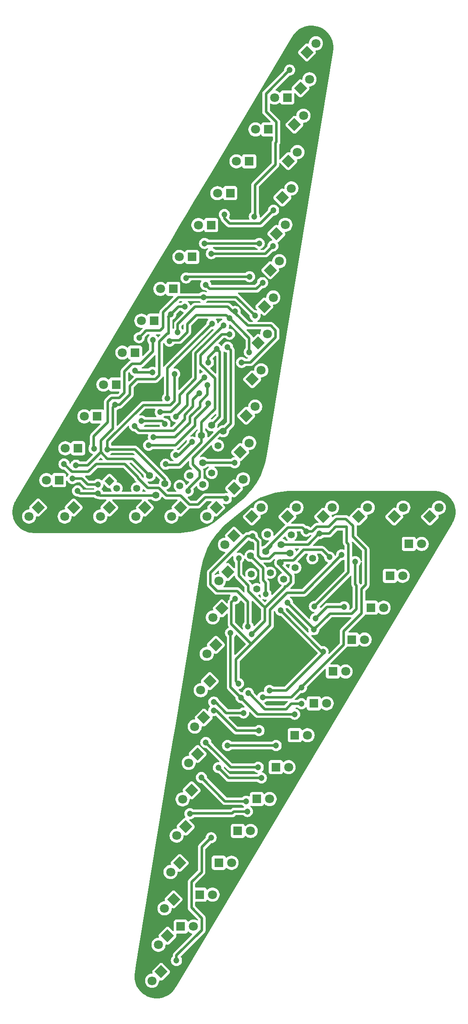
<source format=gbr>
%TF.GenerationSoftware,KiCad,Pcbnew,9.0.7*%
%TF.CreationDate,2026-02-16T17:01:52+02:00*%
%TF.ProjectId,kicad_selka_mk1,6b696361-645f-4736-956c-6b615f6d6b31,rev?*%
%TF.SameCoordinates,Original*%
%TF.FileFunction,Copper,L1,Top*%
%TF.FilePolarity,Positive*%
%FSLAX46Y46*%
G04 Gerber Fmt 4.6, Leading zero omitted, Abs format (unit mm)*
G04 Created by KiCad (PCBNEW 9.0.7) date 2026-02-16 17:01:52*
%MOMM*%
%LPD*%
G01*
G04 APERTURE LIST*
G04 Aperture macros list*
%AMRotRect*
0 Rectangle, with rotation*
0 The origin of the aperture is its center*
0 $1 length*
0 $2 width*
0 $3 Rotation angle, in degrees counterclockwise*
0 Add horizontal line*
21,1,$1,$2,0,0,$3*%
G04 Aperture macros list end*
%TA.AperFunction,ComponentPad*%
%ADD10R,1.800000X1.800000*%
%TD*%
%TA.AperFunction,ComponentPad*%
%ADD11C,1.800000*%
%TD*%
%TA.AperFunction,ComponentPad*%
%ADD12RotRect,1.800000X1.800000X225.000000*%
%TD*%
%TA.AperFunction,ComponentPad*%
%ADD13RotRect,1.800000X1.800000X45.000000*%
%TD*%
%TA.AperFunction,ComponentPad*%
%ADD14C,1.400000*%
%TD*%
%TA.AperFunction,ComponentPad*%
%ADD15RotRect,1.350000X1.350000X225.000000*%
%TD*%
%TA.AperFunction,ComponentPad*%
%ADD16C,1.350000*%
%TD*%
%TA.AperFunction,ViaPad*%
%ADD17C,1.200000*%
%TD*%
%TA.AperFunction,Conductor*%
%ADD18C,0.500000*%
%TD*%
G04 APERTURE END LIST*
D10*
%TO.P,D31,1,K*%
%TO.N,Net-(D15-K)*%
X133823200Y-199972000D03*
D11*
%TO.P,D31,2,A*%
%TO.N,Net-(D25-A)*%
X136363200Y-199972000D03*
%TD*%
D12*
%TO.P,D18,1,K*%
%TO.N,Net-(D18-K)*%
X124473161Y-176568439D03*
D11*
%TO.P,D18,2,A*%
%TO.N,Net-(D17-A)*%
X122677110Y-178364490D03*
%TD*%
D12*
%TO.P,D25,1,K*%
%TO.N,Net-(D17-K)*%
X116073161Y-227108439D03*
D11*
%TO.P,D25,2,A*%
%TO.N,Net-(D25-A)*%
X114277110Y-228904490D03*
%TD*%
D12*
%TO.P,D46,1,K*%
%TO.N,Net-(D46-K)*%
X125735000Y-142087600D03*
D11*
%TO.P,D46,2,A*%
%TO.N,Net-(D46-A)*%
X123938949Y-143883651D03*
%TD*%
D10*
%TO.P,D62,1,K*%
%TO.N,Net-(D46-K)*%
X132313800Y-73372000D03*
D11*
%TO.P,D62,2,A*%
%TO.N,Net-(D57-A)*%
X129773800Y-73372000D03*
%TD*%
D10*
%TO.P,D60,1,K*%
%TO.N,Net-(D12-K)*%
X124753800Y-86032000D03*
D11*
%TO.P,D60,2,A*%
%TO.N,Net-(D57-A)*%
X122213800Y-86032000D03*
%TD*%
D13*
%TO.P,D10,1,K*%
%TO.N,Net-(D10-K)*%
X132903839Y-116655561D03*
D11*
%TO.P,D10,2,A*%
%TO.N,Net-(D10-A)*%
X134699890Y-114859510D03*
%TD*%
D12*
%TO.P,D21,1,K*%
%TO.N,Net-(D21-K)*%
X120873161Y-198228439D03*
D11*
%TO.P,D21,2,A*%
%TO.N,Net-(D17-A)*%
X119077110Y-200024490D03*
%TD*%
D13*
%TO.P,D43,1,K*%
%TO.N,Net-(D19-K)*%
X146998000Y-143916400D03*
D11*
%TO.P,D43,2,A*%
%TO.N,Net-(D41-A)*%
X148794051Y-142120349D03*
%TD*%
D13*
%TO.P,D41,1,K*%
%TO.N,Net-(D17-K)*%
X161154000Y-143916400D03*
D11*
%TO.P,D41,2,A*%
%TO.N,Net-(D41-A)*%
X162950051Y-142120349D03*
%TD*%
D10*
%TO.P,D34,1,K*%
%TO.N,Net-(D18-K)*%
X145163200Y-180982000D03*
D11*
%TO.P,D34,2,A*%
%TO.N,Net-(D33-A)*%
X147703200Y-180982000D03*
%TD*%
D10*
%TO.P,D27,1,K*%
%TO.N,Net-(D19-K)*%
X118703200Y-225292000D03*
D11*
%TO.P,D27,2,A*%
%TO.N,Net-(D25-A)*%
X121243200Y-225292000D03*
%TD*%
D13*
%TO.P,D11,1,K*%
%TO.N,Net-(D11-K)*%
X131703839Y-123875561D03*
D11*
%TO.P,D11,2,A*%
%TO.N,Net-(D10-A)*%
X133499890Y-122079510D03*
%TD*%
D12*
%TO.P,D14,1,K*%
%TO.N,Net-(D14-K)*%
X129273161Y-147688439D03*
D11*
%TO.P,D14,2,A*%
%TO.N,Net-(D14-A)*%
X127477110Y-149484490D03*
%TD*%
D10*
%TO.P,D58,1,K*%
%TO.N,Net-(D10-K)*%
X117193800Y-98692000D03*
D11*
%TO.P,D58,2,A*%
%TO.N,Net-(D57-A)*%
X114653800Y-98692000D03*
%TD*%
D10*
%TO.P,D39,1,K*%
%TO.N,Net-(D15-K)*%
X164063200Y-149332000D03*
D11*
%TO.P,D39,2,A*%
%TO.N,Net-(D33-A)*%
X166603200Y-149332000D03*
%TD*%
D10*
%TO.P,D56,1,K*%
%TO.N,Net-(D48-K)*%
X109633800Y-111352000D03*
D11*
%TO.P,D56,2,A*%
%TO.N,Net-(D49-A)*%
X107093800Y-111352000D03*
%TD*%
D10*
%TO.P,D57,1,K*%
%TO.N,Net-(D1-K)*%
X113413800Y-105022000D03*
D11*
%TO.P,D57,2,A*%
%TO.N,Net-(D57-A)*%
X110873800Y-105022000D03*
%TD*%
D12*
%TO.P,D47,1,K*%
%TO.N,Net-(D47-K)*%
X118657000Y-142087600D03*
D11*
%TO.P,D47,2,A*%
%TO.N,Net-(D46-A)*%
X116860949Y-143883651D03*
%TD*%
D13*
%TO.P,D1,1,K*%
%TO.N,Net-(D1-K)*%
X143781839Y-51752361D03*
D11*
%TO.P,D1,2,A*%
%TO.N,Net-(D1-A)*%
X145577890Y-49956310D03*
%TD*%
D13*
%TO.P,D40,1,K*%
%TO.N,Net-(D16-K)*%
X168232000Y-143916400D03*
D11*
%TO.P,D40,2,A*%
%TO.N,Net-(D33-A)*%
X170028051Y-142120349D03*
%TD*%
D10*
%TO.P,D38,1,K*%
%TO.N,Net-(D14-K)*%
X160283200Y-155662000D03*
D11*
%TO.P,D38,2,A*%
%TO.N,Net-(D33-A)*%
X162823200Y-155662000D03*
%TD*%
D10*
%TO.P,D54,1,K*%
%TO.N,Net-(D46-K)*%
X102073800Y-124012000D03*
D11*
%TO.P,D54,2,A*%
%TO.N,Net-(D49-A)*%
X99533800Y-124012000D03*
%TD*%
D12*
%TO.P,D20,1,K*%
%TO.N,Net-(D20-K)*%
X122073161Y-191008439D03*
D11*
%TO.P,D20,2,A*%
%TO.N,Net-(D17-A)*%
X120277110Y-192804490D03*
%TD*%
D10*
%TO.P,D63,1,K*%
%TO.N,Net-(D47-K)*%
X136093800Y-67042000D03*
D11*
%TO.P,D63,2,A*%
%TO.N,Net-(D57-A)*%
X133553800Y-67042000D03*
%TD*%
D13*
%TO.P,D2,1,K*%
%TO.N,Net-(D10-K)*%
X142503839Y-58895561D03*
D11*
%TO.P,D2,2,A*%
%TO.N,Net-(D1-A)*%
X144299890Y-57099510D03*
%TD*%
D12*
%TO.P,D22,1,K*%
%TO.N,Net-(D14-K)*%
X119673161Y-205448439D03*
D11*
%TO.P,D22,2,A*%
%TO.N,Net-(D17-A)*%
X117877110Y-207244490D03*
%TD*%
D12*
%TO.P,D49,1,K*%
%TO.N,Net-(D1-K)*%
X104501000Y-142087600D03*
D11*
%TO.P,D49,2,A*%
%TO.N,Net-(D49-A)*%
X102704949Y-143883651D03*
%TD*%
D13*
%TO.P,D44,1,K*%
%TO.N,Net-(D20-K)*%
X139920000Y-143916400D03*
D11*
%TO.P,D44,2,A*%
%TO.N,Net-(D41-A)*%
X141716051Y-142120349D03*
%TD*%
D10*
%TO.P,D32,1,K*%
%TO.N,Net-(D16-K)*%
X137603200Y-193642000D03*
D11*
%TO.P,D32,2,A*%
%TO.N,Net-(D25-A)*%
X140143200Y-193642000D03*
%TD*%
D12*
%TO.P,D48,1,K*%
%TO.N,Net-(D48-K)*%
X111579000Y-142087600D03*
D11*
%TO.P,D48,2,A*%
%TO.N,Net-(D46-A)*%
X109782949Y-143883651D03*
%TD*%
D12*
%TO.P,D16,1,K*%
%TO.N,Net-(D16-K)*%
X126873161Y-162128439D03*
D11*
%TO.P,D16,2,A*%
%TO.N,Net-(D14-A)*%
X125077110Y-163924490D03*
%TD*%
D12*
%TO.P,D51,1,K*%
%TO.N,Net-(D11-K)*%
X90345000Y-142087600D03*
D11*
%TO.P,D51,2,A*%
%TO.N,Net-(D49-A)*%
X88548949Y-143883651D03*
%TD*%
D10*
%TO.P,D30,1,K*%
%TO.N,Net-(D14-K)*%
X130043200Y-206302000D03*
D11*
%TO.P,D30,2,A*%
%TO.N,Net-(D25-A)*%
X132583200Y-206302000D03*
%TD*%
D13*
%TO.P,D8,1,K*%
%TO.N,Net-(D48-K)*%
X135303839Y-102215561D03*
D11*
%TO.P,D8,2,A*%
%TO.N,Net-(D1-A)*%
X137099890Y-100419510D03*
%TD*%
D10*
%TO.P,D53,1,K*%
%TO.N,Net-(D13-K)*%
X98293800Y-130342000D03*
D11*
%TO.P,D53,2,A*%
%TO.N,Net-(D49-A)*%
X95753800Y-130342000D03*
%TD*%
D10*
%TO.P,D35,1,K*%
%TO.N,Net-(D19-K)*%
X148943200Y-174652000D03*
D11*
%TO.P,D35,2,A*%
%TO.N,Net-(D33-A)*%
X151483200Y-174652000D03*
%TD*%
D13*
%TO.P,D42,1,K*%
%TO.N,Net-(D18-K)*%
X154076000Y-143916400D03*
D11*
%TO.P,D42,2,A*%
%TO.N,Net-(D41-A)*%
X155872051Y-142120349D03*
%TD*%
D13*
%TO.P,D3,1,K*%
%TO.N,Net-(D11-K)*%
X141303839Y-66115561D03*
D11*
%TO.P,D3,2,A*%
%TO.N,Net-(D1-A)*%
X143099890Y-64319510D03*
%TD*%
D12*
%TO.P,D19,1,K*%
%TO.N,Net-(D19-K)*%
X123273161Y-183788439D03*
D11*
%TO.P,D19,2,A*%
%TO.N,Net-(D17-A)*%
X121477110Y-185584490D03*
%TD*%
D12*
%TO.P,D15,1,K*%
%TO.N,Net-(D15-K)*%
X128073161Y-154908439D03*
D11*
%TO.P,D15,2,A*%
%TO.N,Net-(D14-A)*%
X126277110Y-156704490D03*
%TD*%
D13*
%TO.P,D45,1,K*%
%TO.N,Net-(D21-K)*%
X132842000Y-143916400D03*
D11*
%TO.P,D45,2,A*%
%TO.N,Net-(D41-A)*%
X134638051Y-142120349D03*
%TD*%
D13*
%TO.P,D9,1,K*%
%TO.N,Net-(D1-K)*%
X134103839Y-109435561D03*
D11*
%TO.P,D9,2,A*%
%TO.N,Net-(D10-A)*%
X135899890Y-107639510D03*
%TD*%
D10*
%TO.P,D59,1,K*%
%TO.N,Net-(D11-K)*%
X120973800Y-92362000D03*
D11*
%TO.P,D59,2,A*%
%TO.N,Net-(D57-A)*%
X118433800Y-92362000D03*
%TD*%
D12*
%TO.P,D50,1,K*%
%TO.N,Net-(D10-K)*%
X97423000Y-142087600D03*
D11*
%TO.P,D50,2,A*%
%TO.N,Net-(D49-A)*%
X95626949Y-143883651D03*
%TD*%
D10*
%TO.P,D29,1,K*%
%TO.N,Net-(D21-K)*%
X126263200Y-212632000D03*
D11*
%TO.P,D29,2,A*%
%TO.N,Net-(D25-A)*%
X128803200Y-212632000D03*
%TD*%
D12*
%TO.P,D24,1,K*%
%TO.N,Net-(D16-K)*%
X117273161Y-219888439D03*
D11*
%TO.P,D24,2,A*%
%TO.N,Net-(D17-A)*%
X115477110Y-221684490D03*
%TD*%
D10*
%TO.P,D55,1,K*%
%TO.N,Net-(D47-K)*%
X105853800Y-117682000D03*
D11*
%TO.P,D55,2,A*%
%TO.N,Net-(D49-A)*%
X103313800Y-117682000D03*
%TD*%
D12*
%TO.P,D17,1,K*%
%TO.N,Net-(D17-K)*%
X125673161Y-169348439D03*
D11*
%TO.P,D17,2,A*%
%TO.N,Net-(D17-A)*%
X123877110Y-171144490D03*
%TD*%
D13*
%TO.P,D6,1,K*%
%TO.N,Net-(D46-K)*%
X137703839Y-87775561D03*
D11*
%TO.P,D6,2,A*%
%TO.N,Net-(D1-A)*%
X139499890Y-85979510D03*
%TD*%
D13*
%TO.P,D5,1,K*%
%TO.N,Net-(D13-K)*%
X138903839Y-80555561D03*
D11*
%TO.P,D5,2,A*%
%TO.N,Net-(D1-A)*%
X140699890Y-78759510D03*
%TD*%
D10*
%TO.P,D64,1,K*%
%TO.N,Net-(D48-K)*%
X139873800Y-60712000D03*
D11*
%TO.P,D64,2,A*%
%TO.N,Net-(D57-A)*%
X137333800Y-60712000D03*
%TD*%
D10*
%TO.P,D52,1,K*%
%TO.N,Net-(D12-K)*%
X94513800Y-136672000D03*
D11*
%TO.P,D52,2,A*%
%TO.N,Net-(D49-A)*%
X91973800Y-136672000D03*
%TD*%
D10*
%TO.P,D37,1,K*%
%TO.N,Net-(D21-K)*%
X156503200Y-161992000D03*
D11*
%TO.P,D37,2,A*%
%TO.N,Net-(D33-A)*%
X159043200Y-161992000D03*
%TD*%
D12*
%TO.P,D26,1,K*%
%TO.N,Net-(D18-K)*%
X114795161Y-234251639D03*
D11*
%TO.P,D26,2,A*%
%TO.N,Net-(D25-A)*%
X112999110Y-236047690D03*
%TD*%
D13*
%TO.P,D4,1,K*%
%TO.N,Net-(D12-K)*%
X140103839Y-73335561D03*
D11*
%TO.P,D4,2,A*%
%TO.N,Net-(D1-A)*%
X141899890Y-71539510D03*
%TD*%
D10*
%TO.P,D61,1,K*%
%TO.N,Net-(D13-K)*%
X128533800Y-79702000D03*
D11*
%TO.P,D61,2,A*%
%TO.N,Net-(D57-A)*%
X125993800Y-79702000D03*
%TD*%
D10*
%TO.P,D36,1,K*%
%TO.N,Net-(D20-K)*%
X152723200Y-168322000D03*
D11*
%TO.P,D36,2,A*%
%TO.N,Net-(D33-A)*%
X155263200Y-168322000D03*
%TD*%
D10*
%TO.P,D33,1,K*%
%TO.N,Net-(D17-K)*%
X141383200Y-187312000D03*
D11*
%TO.P,D33,2,A*%
%TO.N,Net-(D33-A)*%
X143923200Y-187312000D03*
%TD*%
D13*
%TO.P,D13,1,K*%
%TO.N,Net-(D13-K)*%
X129303839Y-138315561D03*
D11*
%TO.P,D13,2,A*%
%TO.N,Net-(D10-A)*%
X131099890Y-136519510D03*
%TD*%
D13*
%TO.P,D7,1,K*%
%TO.N,Net-(D47-K)*%
X136503839Y-94995561D03*
D11*
%TO.P,D7,2,A*%
%TO.N,Net-(D1-A)*%
X138299890Y-93199510D03*
%TD*%
D13*
%TO.P,D12,1,K*%
%TO.N,Net-(D12-K)*%
X130503839Y-131095561D03*
D11*
%TO.P,D12,2,A*%
%TO.N,Net-(D10-A)*%
X132299890Y-129299510D03*
%TD*%
D12*
%TO.P,D23,1,K*%
%TO.N,Net-(D15-K)*%
X118473161Y-212668439D03*
D11*
%TO.P,D23,2,A*%
%TO.N,Net-(D17-A)*%
X116677110Y-214464490D03*
%TD*%
D10*
%TO.P,D28,1,K*%
%TO.N,Net-(D20-K)*%
X122483200Y-218962000D03*
D11*
%TO.P,D28,2,A*%
%TO.N,Net-(D25-A)*%
X125023200Y-218962000D03*
%TD*%
D14*
%TO.P,J10,1,Pin_1*%
%TO.N,Net-(D41-A)*%
X135940800Y-147421600D03*
%TD*%
%TO.P,J23,1,Pin_1*%
%TO.N,Net-(D47-K)*%
X127152400Y-126949200D03*
%TD*%
%TO.P,J17,1,Pin_1*%
%TO.N,Net-(D12-K)*%
X112522000Y-135763000D03*
%TD*%
%TO.P,J13,1,Pin_1*%
%TO.N,Net-(D10-K)*%
X115570000Y-137363200D03*
%TD*%
%TO.P,J21,1,Pin_1*%
%TO.N,Net-(D46-K)*%
X124815600Y-125780800D03*
%TD*%
%TO.P,J12,1,Pin_1*%
%TO.N,Net-(D17-K)*%
X140665200Y-147523200D03*
%TD*%
%TO.P,J14,1,Pin_1*%
%TO.N,Net-(D18-K)*%
X138684000Y-149453600D03*
%TD*%
%TO.P,J24,1,Pin_1*%
%TO.N,Net-(D15-K)*%
X136499600Y-155041600D03*
%TD*%
%TO.P,J8,1,Pin_1*%
%TO.N,Net-(J8-Pin_1)*%
X144881600Y-152196800D03*
%TD*%
%TO.P,J4,1,Pin_1*%
%TO.N,Net-(J4-Pin_1)*%
X139141200Y-156311600D03*
%TD*%
%TO.P,J2,1,Pin_1*%
%TO.N,Net-(D14-A)*%
X132740400Y-155295600D03*
%TD*%
%TO.P,J26,1,Pin_1*%
%TO.N,Net-(D16-K)*%
X133807200Y-158292800D03*
%TD*%
%TO.P,J18,1,Pin_1*%
%TO.N,Net-(D20-K)*%
X132588000Y-151688800D03*
%TD*%
%TO.P,J9,1,Pin_1*%
%TO.N,Net-(D46-A)*%
X118491000Y-137795000D03*
%TD*%
%TO.P,J11,1,Pin_1*%
%TO.N,Net-(D1-K)*%
X113741200Y-139649200D03*
%TD*%
%TO.P,J1,1,Pin_1*%
%TO.N,Net-(D10-A)*%
X123063000Y-133223000D03*
%TD*%
%TO.P,J7,1,Pin_1*%
%TO.N,Net-(J7-Pin_1)*%
X124866400Y-135229600D03*
%TD*%
%TO.P,J22,1,Pin_1*%
%TO.N,Net-(D14-K)*%
X138480800Y-153060400D03*
%TD*%
%TO.P,J25,1,Pin_1*%
%TO.N,Net-(D48-K)*%
X122834400Y-127762000D03*
%TD*%
%TO.P,J3,1,Pin_1*%
%TO.N,Net-(J3-Pin_1)*%
X120523000Y-135763000D03*
%TD*%
%TO.P,J5,1,Pin_1*%
%TO.N,Net-(J5-Pin_1)*%
X123088400Y-137566400D03*
%TD*%
%TO.P,J15,1,Pin_1*%
%TO.N,Net-(D11-K)*%
X109982000Y-138303000D03*
%TD*%
%TO.P,J16,1,Pin_1*%
%TO.N,Net-(D19-K)*%
X135636000Y-150825200D03*
%TD*%
%TO.P,J19,1,Pin_1*%
%TO.N,Net-(D13-K)*%
X126111000Y-129794000D03*
%TD*%
%TO.P,J6,1,Pin_1*%
%TO.N,Net-(J6-Pin_1)*%
X141478000Y-154025600D03*
%TD*%
%TO.P,J20,1,Pin_1*%
%TO.N,Net-(D21-K)*%
X140462000Y-151130000D03*
%TD*%
D15*
%TO.P,J27,1,Pin_1*%
%TO.N,+5V*%
X104546400Y-136855200D03*
D16*
%TO.P,J27,2,Pin_2*%
%TO.N,GND*%
X105960614Y-138269414D03*
%TD*%
D17*
%TO.N,Net-(D14-K)*%
X148269698Y-151958302D03*
X131953000Y-202438000D03*
X132801805Y-167244205D03*
X120504615Y-202913307D03*
X130225800Y-152171400D03*
%TO.N,Net-(D16-K)*%
X150694400Y-151485600D03*
X128016000Y-189357000D03*
X130175000Y-177038000D03*
X137668000Y-189357000D03*
X129512505Y-160199895D03*
%TO.N,Net-(D1-K)*%
X113137375Y-108815187D03*
X101439000Y-130397118D03*
X98171000Y-138811000D03*
X128369505Y-104544305D03*
X116459000Y-109093000D03*
X132334000Y-111252000D03*
X133345495Y-84383395D03*
X140360400Y-55270400D03*
X102209600Y-139293600D03*
%TO.N,+5V*%
X110888888Y-124896123D03*
X115570000Y-125476000D03*
%TO.N,Net-(D15-K)*%
X134714600Y-195801600D03*
X145175795Y-166359395D03*
X153394400Y-152857200D03*
X126174500Y-193738500D03*
X139928600Y-160968417D03*
%TO.N,Net-(U1-PA5)*%
X117729000Y-131710765D03*
X120971690Y-129095500D03*
%TO.N,Net-(D10-K)*%
X118110000Y-107315000D03*
X104140000Y-130556000D03*
X129514186Y-103194305D03*
X130810000Y-113284000D03*
X117475000Y-115570000D03*
%TO.N,Net-(D12-K)*%
X134286000Y-89662000D03*
X119516314Y-102244314D03*
X123444000Y-89662000D03*
X116713000Y-103759000D03*
X105664000Y-121731000D03*
X97875020Y-133685664D03*
%TO.N,Net-(U1-PA1)*%
X112320895Y-129745295D03*
X124141000Y-121486791D03*
%TO.N,Net-(D11-K)*%
X97170000Y-136378810D03*
X119768219Y-96527219D03*
X122428000Y-119380000D03*
X109516777Y-125899777D03*
X102235000Y-137541000D03*
X132381000Y-96266000D03*
%TO.N,Net-(D13-K)*%
X127365569Y-83947000D03*
X95504000Y-133477000D03*
X127762000Y-140335000D03*
X127254000Y-105918000D03*
X137160000Y-83058000D03*
X114626733Y-123176667D03*
%TO.N,Net-(U1-PA0)*%
X113284000Y-128177000D03*
X124038133Y-117846178D03*
%TO.N,Net-(D10-A)*%
X129413000Y-133223000D03*
%TO.N,Net-(D46-K)*%
X123377656Y-116279723D03*
X117732202Y-124058955D03*
X137033000Y-90170000D03*
X124794000Y-91694000D03*
X125860950Y-110613050D03*
X124206000Y-113284000D03*
%TO.N,Net-(D47-K)*%
X123655223Y-97874223D03*
X128016000Y-110236000D03*
X124904500Y-105600500D03*
X134964646Y-97449287D03*
X116078000Y-120396000D03*
X120189000Y-138832593D03*
%TO.N,Net-(D48-K)*%
X110410000Y-108392405D03*
X115711621Y-133513179D03*
X109585905Y-114919905D03*
X133491700Y-104027700D03*
X113077000Y-115247187D03*
X123197800Y-100330000D03*
X128397000Y-107696000D03*
%TO.N,Net-(D17-K)*%
X130683000Y-179832000D03*
X128608710Y-166992300D03*
X141351000Y-183134000D03*
%TO.N,Net-(D18-K)*%
X131191000Y-182880000D03*
X125279800Y-180735497D03*
X145288000Y-161747200D03*
X117856000Y-232029000D03*
X132139692Y-178955612D03*
X142701000Y-181067871D03*
X146304000Y-147273000D03*
X124727706Y-207666935D03*
%TO.N,Net-(D19-K)*%
X134277100Y-186397900D03*
X134971000Y-179762013D03*
X143637000Y-146812000D03*
X125279800Y-182435500D03*
X142701000Y-177849509D03*
%TO.N,Net-(D20-K)*%
X136321000Y-178412013D03*
X123698000Y-188722000D03*
X138531600Y-162509200D03*
X146989800Y-170703405D03*
X135636000Y-159308800D03*
X134112000Y-193675000D03*
%TO.N,Net-(D21-K)*%
X151180800Y-161798000D03*
X132082371Y-165703937D03*
X131699000Y-200406000D03*
X132943600Y-147777200D03*
X145491200Y-164134800D03*
X122809000Y-195707000D03*
%TD*%
D18*
%TO.N,Net-(D14-K)*%
X120800712Y-202819000D02*
X128905000Y-202819000D01*
X135440300Y-164605710D02*
X132801805Y-167244205D01*
X140592200Y-155710576D02*
X140592200Y-156912624D01*
X132130800Y-158699200D02*
X135119772Y-161688172D01*
X130225800Y-155676600D02*
X132130800Y-157581600D01*
X135440300Y-161993700D02*
X135440300Y-164605710D01*
X148269698Y-151958302D02*
X146831796Y-150520400D01*
X146831796Y-150520400D02*
X143052800Y-150520400D01*
X130225800Y-152171400D02*
X130225800Y-155676600D01*
X141063024Y-152581000D02*
X138960200Y-152581000D01*
X140592200Y-156912624D02*
X139742224Y-157762600D01*
X139446000Y-157762600D02*
X139446000Y-157994772D01*
X143052800Y-150520400D02*
X143052800Y-150591224D01*
X128905000Y-202819000D02*
X129286000Y-202438000D01*
X136144000Y-161296772D02*
X136137228Y-161296772D01*
X135119772Y-161688172D02*
X135134772Y-161688172D01*
X136137228Y-161296772D02*
X135440300Y-161993700D01*
X120504615Y-202913307D02*
X120706405Y-202913307D01*
X138480800Y-153599176D02*
X140592200Y-155710576D01*
X132130800Y-157581600D02*
X132130800Y-158699200D01*
X139446000Y-157994772D02*
X136144000Y-161296772D01*
X138960200Y-152581000D02*
X138480800Y-153060400D01*
X143052800Y-150591224D02*
X141063024Y-152581000D01*
X138480800Y-153060400D02*
X138480800Y-153599176D01*
X139742224Y-157762600D02*
X139446000Y-157762600D01*
X120706405Y-202913307D02*
X120800712Y-202819000D01*
X129286000Y-202438000D02*
X131953000Y-202438000D01*
X135134772Y-161688172D02*
X135440300Y-161993700D01*
%TO.N,Net-(D16-K)*%
X129679700Y-176542700D02*
X129679700Y-172275500D01*
X150694400Y-151485600D02*
X150694400Y-151514800D01*
X132918200Y-169037000D02*
X132562600Y-169037000D01*
X132562600Y-169037000D02*
X128778000Y-165252400D01*
X128778000Y-160934400D02*
X128778000Y-165252400D01*
X136441300Y-165513900D02*
X132918200Y-169037000D01*
X150694400Y-151514800D02*
X143190200Y-159019000D01*
X132918200Y-169037000D02*
X129679700Y-172275500D01*
X129512505Y-160199895D02*
X128778000Y-160934400D01*
X139837400Y-159019000D02*
X136441300Y-162415100D01*
X136441300Y-162415100D02*
X136441300Y-165513900D01*
X130175000Y-177038000D02*
X129679700Y-176542700D01*
X143190200Y-159019000D02*
X139837400Y-159019000D01*
X137668000Y-189357000D02*
X128016000Y-189357000D01*
%TO.N,Net-(D1-K)*%
X137744800Y-69519200D02*
X137541000Y-69723000D01*
X113137375Y-111150425D02*
X113137375Y-108815187D01*
X102670000Y-139754000D02*
X102209600Y-139293600D01*
X137744800Y-65608800D02*
X137744800Y-69519200D01*
X132334000Y-111252000D02*
X132334000Y-108508800D01*
X104965500Y-120332500D02*
X106505300Y-120332500D01*
X120015000Y-107320603D02*
X118450603Y-108885000D01*
X127711200Y-103886000D02*
X121793000Y-103886000D01*
X101399900Y-130358018D02*
X101399900Y-127987900D01*
X113741200Y-139649200D02*
X113636400Y-139754000D01*
X137541000Y-74041000D02*
X133477000Y-78105000D01*
X135682800Y-63546800D02*
X137744800Y-65608800D01*
X101399900Y-127987900D02*
X104211595Y-125176205D01*
X113636400Y-139754000D02*
X102670000Y-139754000D01*
X107504800Y-119333000D02*
X107504800Y-115090407D01*
X121793000Y-103886000D02*
X120015000Y-105664000D01*
X120015000Y-105664000D02*
X120015000Y-107320603D01*
X135682800Y-59948000D02*
X135682800Y-63546800D01*
X133477000Y-84251890D02*
X133345495Y-84383395D01*
X110718895Y-113568905D02*
X113137375Y-111150425D01*
X104211595Y-121086405D02*
X104965500Y-120332500D01*
X98653600Y-139293600D02*
X98171000Y-138811000D01*
X132334000Y-108508800D02*
X128369505Y-104544305D01*
X109026302Y-113568905D02*
X110718895Y-113568905D01*
X107504800Y-115090407D02*
X109026302Y-113568905D01*
X101439000Y-130397118D02*
X101399900Y-130358018D01*
X128369505Y-104544305D02*
X127711200Y-103886000D01*
X140360400Y-55270400D02*
X135682800Y-59948000D01*
X137541000Y-69723000D02*
X137541000Y-74041000D01*
X118450603Y-108885000D02*
X116667000Y-108885000D01*
X104211595Y-125176205D02*
X104211595Y-121086405D01*
X116667000Y-108885000D02*
X116459000Y-109093000D01*
X106505300Y-120332500D02*
X107504800Y-119333000D01*
X102209600Y-139293600D02*
X98653600Y-139293600D01*
X133477000Y-78105000D02*
X133477000Y-84251890D01*
%TO.N,+5V*%
X110888888Y-124896123D02*
X114990123Y-124896123D01*
X114990123Y-124896123D02*
X115570000Y-125476000D01*
%TO.N,Net-(D15-K)*%
X145177207Y-166359395D02*
X148387602Y-163149000D01*
X152700000Y-163149000D02*
X153624000Y-162225000D01*
X148387602Y-163149000D02*
X152700000Y-163149000D01*
X145175795Y-166359395D02*
X145177207Y-166359395D01*
X145175795Y-166215612D02*
X139928600Y-160968417D01*
X153624000Y-157581600D02*
X153394400Y-157352000D01*
X153394400Y-157352000D02*
X153394400Y-152857200D01*
X153624000Y-162225000D02*
X153624000Y-157581600D01*
X128237600Y-195801600D02*
X134714600Y-195801600D01*
X145175795Y-166359395D02*
X145175795Y-166215612D01*
X139928600Y-161163000D02*
X139928600Y-160968417D01*
X126174500Y-193738500D02*
X128237600Y-195801600D01*
%TO.N,Net-(U1-PA5)*%
X117729000Y-131710765D02*
X118356425Y-131710765D01*
X118356425Y-131710765D02*
X120971690Y-129095500D01*
%TO.N,Net-(D10-K)*%
X104140000Y-130556000D02*
X104140000Y-128905000D01*
X128059948Y-102235000D02*
X121539000Y-102235000D01*
X115062000Y-136038842D02*
X109579158Y-130556000D01*
X109579158Y-130556000D02*
X104140000Y-130556000D01*
X115570000Y-136546842D02*
X115062000Y-136038842D01*
X104140000Y-128905000D02*
X111298000Y-121747000D01*
X137550890Y-106955643D02*
X137550890Y-108323377D01*
X111298000Y-121747000D02*
X116637603Y-121747000D01*
X137550890Y-108323377D02*
X132590267Y-113284000D01*
X118110000Y-105664000D02*
X118110000Y-107315000D01*
X116637603Y-121747000D02*
X117475000Y-120909603D01*
X132590267Y-113284000D02*
X130810000Y-113284000D01*
X129514186Y-103194305D02*
X129514186Y-103460558D01*
X136583757Y-105988510D02*
X137550890Y-106955643D01*
X121539000Y-102235000D02*
X118110000Y-105664000D01*
X129514186Y-103460558D02*
X132042138Y-105988510D01*
X115570000Y-137363200D02*
X115570000Y-136546842D01*
X132042138Y-105988510D02*
X136583757Y-105988510D01*
X129019253Y-103194305D02*
X128059948Y-102235000D01*
X129514186Y-103194305D02*
X129019253Y-103194305D01*
X117475000Y-120909603D02*
X117475000Y-115570000D01*
%TO.N,Net-(D12-K)*%
X100173603Y-133731000D02*
X97920356Y-133731000D01*
X108585000Y-117983000D02*
X109982000Y-116586000D01*
X118227686Y-102244314D02*
X116205000Y-104267000D01*
X119516314Y-102244314D02*
X118227686Y-102244314D01*
X97875020Y-133685664D02*
X97920356Y-133731000D01*
X104134397Y-132461000D02*
X102789000Y-131115603D01*
X102789000Y-131115603D02*
X100173603Y-133731000D01*
X116332000Y-104140000D02*
X116713000Y-103759000D01*
X106522428Y-121731000D02*
X108585000Y-119668428D01*
X105212595Y-126416777D02*
X102789000Y-128840372D01*
X108585000Y-119668428D02*
X108585000Y-117983000D01*
X113658417Y-116598187D02*
X114427000Y-115829604D01*
X105212595Y-122182405D02*
X105212595Y-126416777D01*
X134286000Y-89662000D02*
X123444000Y-89662000D01*
X114427000Y-115829604D02*
X114427000Y-109214397D01*
X109982000Y-116586000D02*
X109994187Y-116598187D01*
X114427000Y-109214397D02*
X116072397Y-107569000D01*
X109994187Y-116598187D02*
X113658417Y-116598187D01*
X102789000Y-128840372D02*
X102789000Y-131115603D01*
X116332000Y-107569000D02*
X116332000Y-104140000D01*
X105664000Y-121731000D02*
X105212595Y-122182405D01*
X109220000Y-132461000D02*
X104134397Y-132461000D01*
X105664000Y-121731000D02*
X106522428Y-121731000D01*
X116072397Y-107569000D02*
X116332000Y-107569000D01*
X109220000Y-132461000D02*
X112522000Y-135763000D01*
%TO.N,Net-(U1-PA1)*%
X112320895Y-129745295D02*
X117650705Y-129745295D01*
X124141000Y-121913884D02*
X124141000Y-121486791D01*
X121566942Y-124487942D02*
X124141000Y-121913884D01*
X117650705Y-129745295D02*
X121566942Y-125829058D01*
X121566942Y-125829058D02*
X121566942Y-124487942D01*
%TO.N,Net-(D11-K)*%
X117267000Y-126827000D02*
X110444000Y-126827000D01*
X99040810Y-136378810D02*
X97170000Y-136378810D01*
X121158000Y-120650000D02*
X121158000Y-122065628D01*
X132381000Y-96266000D02*
X119761000Y-96266000D01*
X121158000Y-122065628D02*
X119524736Y-123698892D01*
X119507893Y-123698892D02*
X119507893Y-124586107D01*
X122428000Y-119380000D02*
X121158000Y-120650000D01*
X110444000Y-126827000D02*
X109516777Y-125899777D01*
X119507893Y-124586107D02*
X117267000Y-126827000D01*
X100203000Y-137541000D02*
X99040810Y-136378810D01*
X102235000Y-137541000D02*
X100203000Y-137541000D01*
X121158000Y-122065628D02*
X121158000Y-121031000D01*
X119524736Y-123698892D02*
X119507893Y-123698892D01*
%TO.N,Net-(D13-K)*%
X97315417Y-135036664D02*
X97306563Y-135027810D01*
X121666000Y-116575751D02*
X121666000Y-111481769D01*
X123566350Y-140063808D02*
X122099579Y-141530579D01*
X114320024Y-138176000D02*
X112119158Y-138176000D01*
X107554000Y-133462000D02*
X101858231Y-133462000D01*
X121666000Y-111481769D02*
X127229769Y-105918000D01*
X127365569Y-83947000D02*
X127365569Y-84693569D01*
X118502182Y-121378372D02*
X118502182Y-119739569D01*
X116703887Y-123176667D02*
X118502182Y-121378372D01*
X127490808Y-140063808D02*
X123566350Y-140063808D01*
X118502182Y-119739569D02*
X121666000Y-116575751D01*
X97054810Y-135027810D02*
X95504000Y-133477000D01*
X97306563Y-135027810D02*
X97054810Y-135027810D01*
X114626733Y-123176667D02*
X116703887Y-123176667D01*
X127762000Y-140335000D02*
X127490808Y-140063808D01*
X134483605Y-85734395D02*
X137160000Y-83058000D01*
X115898024Y-139754000D02*
X114320024Y-138176000D01*
X122099579Y-141530579D02*
X120434845Y-141530579D01*
X128406395Y-85734395D02*
X134483605Y-85734395D01*
X112119158Y-138176000D02*
X110225079Y-136281921D01*
X110225079Y-136133079D02*
X107554000Y-133462000D01*
X110225079Y-136281921D02*
X110225079Y-136133079D01*
X120434845Y-141530579D02*
X118658266Y-139754000D01*
X101858231Y-133462000D02*
X100283567Y-135036664D01*
X100283567Y-135036664D02*
X97315417Y-135036664D01*
X127229769Y-105918000D02*
X127254000Y-105918000D01*
X127365569Y-84693569D02*
X128406395Y-85734395D01*
X118658266Y-139754000D02*
X115898024Y-139754000D01*
%TO.N,Net-(U1-PA0)*%
X120525736Y-124113520D02*
X122545686Y-122093570D01*
X122545686Y-121172918D02*
X124038133Y-119680471D01*
X120525736Y-125219264D02*
X120525736Y-124113520D01*
X113284000Y-128177000D02*
X117568000Y-128177000D01*
X124038133Y-119680471D02*
X124038133Y-117846178D01*
X122545686Y-122093570D02*
X122545686Y-121172918D01*
X117568000Y-128177000D02*
X120525736Y-125219264D01*
%TO.N,Net-(D10-A)*%
X123063000Y-133223000D02*
X129413000Y-133223000D01*
%TO.N,Net-(D46-K)*%
X124206000Y-112268000D02*
X125860950Y-110613050D01*
X119253000Y-122555000D02*
X120015000Y-121793000D01*
X119236157Y-122555000D02*
X117732202Y-124058955D01*
X135509000Y-91694000D02*
X137033000Y-90170000D01*
X126492000Y-124104400D02*
X126492000Y-111244100D01*
X120015000Y-119642379D02*
X120015000Y-121793000D01*
X124206000Y-113284000D02*
X124206000Y-112268000D01*
X124815600Y-125780800D02*
X126492000Y-124104400D01*
X119236157Y-122555000D02*
X119253000Y-122555000D01*
X124794000Y-91694000D02*
X135509000Y-91694000D01*
X126492000Y-111244100D02*
X125860950Y-110613050D01*
X123377656Y-116279723D02*
X120015000Y-119642379D01*
%TO.N,Net-(D47-K)*%
X122476082Y-136074076D02*
X120266905Y-138283253D01*
X127152400Y-126949200D02*
X126444222Y-126949200D01*
X116078000Y-114427000D02*
X124904500Y-105600500D01*
X127152400Y-126949200D02*
X128651000Y-125450600D01*
X120266905Y-138754688D02*
X120189000Y-138832593D01*
X133734933Y-98679000D02*
X124460000Y-98679000D01*
X124460000Y-98679000D02*
X123655223Y-97874223D01*
X128651000Y-125450600D02*
X128651000Y-110871000D01*
X122476082Y-134900240D02*
X122476082Y-136074076D01*
X128651000Y-110871000D02*
X128016000Y-110236000D01*
X121109918Y-133534076D02*
X122476082Y-134900240D01*
X121109918Y-132283504D02*
X121109918Y-133534076D01*
X126444222Y-126949200D02*
X121109918Y-132283504D01*
X134964646Y-97449287D02*
X133734933Y-98679000D01*
X116078000Y-120396000D02*
X116078000Y-114427000D01*
X120266905Y-138283253D02*
X120266905Y-138754688D01*
%TO.N,Net-(D48-K)*%
X126867397Y-107696000D02*
X128397000Y-107696000D01*
X122667000Y-113655603D02*
X122667000Y-111896397D01*
X122667000Y-111896397D02*
X126867397Y-107696000D01*
X111822405Y-106980000D02*
X114635000Y-106980000D01*
X123184800Y-100343000D02*
X123197800Y-100330000D01*
X113077000Y-115247187D02*
X109913187Y-115247187D01*
X122834400Y-129143394D02*
X122834400Y-127762000D01*
X129794000Y-100330000D02*
X133491700Y-104027700D01*
X110410000Y-108392405D02*
X111822405Y-106980000D01*
X123197800Y-100330000D02*
X129794000Y-100330000D01*
X125491000Y-122541413D02*
X125491000Y-116479603D01*
X115864021Y-133665579D02*
X118312215Y-133665579D01*
X115204000Y-106411000D02*
X115204000Y-103357397D01*
X118218397Y-100343000D02*
X123184800Y-100343000D01*
X115204000Y-103357397D02*
X118218397Y-100343000D01*
X115711621Y-133513179D02*
X115864021Y-133665579D01*
X118312215Y-133665579D02*
X122834400Y-129143394D01*
X109913187Y-115247187D02*
X109585905Y-114919905D01*
X114635000Y-106980000D02*
X115204000Y-106411000D01*
X122834400Y-127762000D02*
X122834400Y-125198013D01*
X122834400Y-125198013D02*
X125491000Y-122541413D01*
X125491000Y-116479603D02*
X122667000Y-113655603D01*
%TO.N,Net-(D17-K)*%
X128608710Y-177757710D02*
X130683000Y-179832000D01*
X130683000Y-179832000D02*
X133985000Y-183134000D01*
X128608710Y-166992300D02*
X128608710Y-177757710D01*
X133985000Y-183134000D02*
X141351000Y-183134000D01*
%TO.N,Net-(D18-K)*%
X131191000Y-182880000D02*
X127762000Y-182880000D01*
X132255412Y-178955612D02*
X135432800Y-182133000D01*
X120832200Y-221543200D02*
X122894200Y-223605200D01*
X117856000Y-231014067D02*
X117856000Y-232029000D01*
X125279800Y-180735497D02*
X125617497Y-180735497D01*
X142701000Y-181067871D02*
X140699329Y-181067871D01*
X140699329Y-181067871D02*
X139634200Y-182133000D01*
X145288000Y-161747200D02*
X152044400Y-154990800D01*
X122856000Y-209538641D02*
X122856000Y-214456000D01*
X120832200Y-216479800D02*
X120832200Y-221543200D01*
X146304000Y-147273000D02*
X146286808Y-147290192D01*
X122856000Y-214456000D02*
X120832200Y-216479800D01*
X152044400Y-154990800D02*
X152044400Y-149372992D01*
X146202400Y-147290192D02*
X144038992Y-149453600D01*
X124727706Y-207666935D02*
X122856000Y-209538641D01*
X125617497Y-180735497D02*
X127762000Y-182880000D01*
X148173028Y-147273000D02*
X146304000Y-147273000D01*
X152044400Y-149372992D02*
X151692186Y-149020778D01*
X151692186Y-145945014D02*
X149501014Y-145945014D01*
X144038992Y-149453600D02*
X138684000Y-149453600D01*
X122894200Y-225975867D02*
X117856000Y-231014067D01*
X146286808Y-147290192D02*
X146202400Y-147290192D01*
X149501014Y-145945014D02*
X148173028Y-147273000D01*
X132139692Y-178955612D02*
X132255412Y-178955612D01*
X151692186Y-149020778D02*
X151692186Y-145945014D01*
X122894200Y-223605200D02*
X122894200Y-225975867D01*
X139634200Y-182133000D02*
X135432800Y-182133000D01*
%TO.N,Net-(D19-K)*%
X140013376Y-146072200D02*
X136702800Y-149382776D01*
X140681804Y-179762013D02*
X134971000Y-179762013D01*
X142701000Y-177742817D02*
X142701000Y-177849509D01*
X136702800Y-149758400D02*
X135636000Y-150825200D01*
X148107400Y-145923000D02*
X149656800Y-144373600D01*
X155478200Y-150418800D02*
X155478200Y-157449800D01*
X143637000Y-146812000D02*
X144854397Y-146812000D01*
X152948500Y-145785700D02*
X152948500Y-147889100D01*
X152948500Y-147889100D02*
X155478200Y-150418800D01*
X135636000Y-150825200D02*
X135636000Y-150449576D01*
X151536400Y-144373600D02*
X152948500Y-145785700D01*
X151072200Y-169371617D02*
X142701000Y-177742817D01*
X134277100Y-186397900D02*
X129755900Y-186397900D01*
X129755900Y-186397900D02*
X125793500Y-182435500D01*
X154625000Y-158303000D02*
X154625000Y-163118200D01*
X144854397Y-146812000D02*
X145743397Y-145923000D01*
X145743397Y-145923000D02*
X148107400Y-145923000D01*
X125793500Y-182435500D02*
X125279800Y-182435500D01*
X155478200Y-157449800D02*
X154625000Y-158303000D01*
X135636000Y-150449576D02*
X140013376Y-146072200D01*
X151072200Y-166671000D02*
X151072200Y-169371617D01*
X142897200Y-146072200D02*
X140013376Y-146072200D01*
X142594308Y-177849509D02*
X140681804Y-179762013D01*
X149656800Y-144373600D02*
X151536400Y-144373600D01*
X142701000Y-177849509D02*
X142594308Y-177849509D01*
X136702800Y-149382776D02*
X136702800Y-149758400D01*
X154625000Y-163118200D02*
X151072200Y-166671000D01*
X143637000Y-146812000D02*
X142897200Y-146072200D01*
%TO.N,Net-(D20-K)*%
X146989800Y-171098200D02*
X139675987Y-178412013D01*
X135636000Y-159308800D02*
X135636000Y-157102200D01*
X146989800Y-170703405D02*
X146725805Y-170703405D01*
X128651000Y-193675000D02*
X123698000Y-188722000D01*
X139675987Y-178412013D02*
X136321000Y-178412013D01*
X134112000Y-193675000D02*
X128651000Y-193675000D01*
X132588000Y-151688800D02*
X135048600Y-154149400D01*
X135048600Y-154149400D02*
X135048600Y-156514800D01*
X146725805Y-170703405D02*
X138531600Y-162509200D01*
X135636000Y-157102200D02*
X135048600Y-156514800D01*
X146989800Y-170703405D02*
X146989800Y-171098200D01*
%TO.N,Net-(D21-K)*%
X134039000Y-151638000D02*
X134039000Y-149148800D01*
X134039000Y-148872600D02*
X134039000Y-151638000D01*
X124626110Y-157388357D02*
X125906753Y-158669000D01*
X132082371Y-160860571D02*
X132082371Y-165703937D01*
X140462000Y-151130000D02*
X137383224Y-151130000D01*
X129890800Y-158669000D02*
X132082371Y-160860571D01*
X127508000Y-200406000D02*
X122809000Y-195707000D01*
X145491200Y-164134800D02*
X147828000Y-161798000D01*
X137383224Y-151130000D02*
X136237024Y-152276200D01*
X136237024Y-152276200D02*
X134677200Y-152276200D01*
X132943600Y-147777200D02*
X134039000Y-148872600D01*
X132943600Y-147777200D02*
X131902200Y-147777200D01*
X131699000Y-200406000D02*
X127508000Y-200406000D01*
X124626110Y-155053290D02*
X124626110Y-157388357D01*
X131902200Y-147777200D02*
X124626110Y-155053290D01*
X125906753Y-158669000D02*
X129890800Y-158669000D01*
X147828000Y-161798000D02*
X151180800Y-161798000D01*
X134677200Y-152276200D02*
X134039000Y-151638000D01*
%TD*%
%TA.AperFunction,NonConductor*%
G36*
X145009272Y-46442293D02*
G01*
X145020716Y-46443171D01*
X145414201Y-46491845D01*
X145425538Y-46493785D01*
X145812811Y-46578730D01*
X145823923Y-46581714D01*
X146201636Y-46702192D01*
X146212418Y-46706190D01*
X146577359Y-46861179D01*
X146587724Y-46866161D01*
X146789009Y-46974679D01*
X146936697Y-47054301D01*
X146946563Y-47060227D01*
X147276599Y-47279917D01*
X147285866Y-47286726D01*
X147594130Y-47536082D01*
X147602711Y-47543708D01*
X147693439Y-47632212D01*
X147886525Y-47820565D01*
X147894381Y-47828975D01*
X148151287Y-48130934D01*
X148158330Y-48140036D01*
X148386139Y-48464519D01*
X148392308Y-48474235D01*
X148589054Y-48818444D01*
X148594295Y-48828690D01*
X148758277Y-49189647D01*
X148762546Y-49200334D01*
X148892363Y-49574957D01*
X148895622Y-49585995D01*
X148990141Y-49971012D01*
X148992364Y-49982304D01*
X149050784Y-50374459D01*
X149051949Y-50385908D01*
X149073760Y-50781768D01*
X149073859Y-50793277D01*
X149058873Y-51189456D01*
X149057905Y-51200923D01*
X149006084Y-51595298D01*
X149006077Y-51595363D01*
X149005504Y-51599725D01*
X148993897Y-51664587D01*
X148996071Y-51690191D01*
X148994832Y-51701936D01*
X148994079Y-51703763D01*
X148993872Y-51709052D01*
X135880763Y-131416187D01*
X135879591Y-131422337D01*
X135485108Y-133241442D01*
X135481310Y-133255124D01*
X134674277Y-135625794D01*
X134665617Y-135645456D01*
X133811437Y-137203073D01*
X133801912Y-137217850D01*
X132591007Y-138832390D01*
X132584683Y-138840149D01*
X131426463Y-140149441D01*
X131411538Y-140163716D01*
X125330597Y-145079144D01*
X125315861Y-145089386D01*
X123963417Y-145890834D01*
X123939414Y-145901795D01*
X121068341Y-146858819D01*
X121043903Y-146864299D01*
X119103717Y-147097121D01*
X118516400Y-147167600D01*
X118516399Y-147167600D01*
X118497410Y-147169879D01*
X118497188Y-147168036D01*
X118480736Y-147171580D01*
X89482236Y-147149755D01*
X89482228Y-147149755D01*
X89473801Y-147149748D01*
X89473356Y-147149630D01*
X89410260Y-147149696D01*
X89410111Y-147149696D01*
X89410092Y-147149690D01*
X89404595Y-147149569D01*
X89026638Y-147132431D01*
X89015188Y-147131378D01*
X88643303Y-147079701D01*
X88632000Y-147077592D01*
X88316717Y-147003493D01*
X88266498Y-146991690D01*
X88255445Y-146988545D01*
X88104101Y-146937786D01*
X87899466Y-146869153D01*
X87888746Y-146864995D01*
X87545365Y-146713147D01*
X87535086Y-146708019D01*
X87207239Y-146525011D01*
X87197470Y-146518947D01*
X86887991Y-146306361D01*
X86878826Y-146299419D01*
X86590365Y-146059079D01*
X86581881Y-146051316D01*
X86558549Y-146027890D01*
X86441134Y-145910000D01*
X86316934Y-145785297D01*
X86309207Y-145776783D01*
X86070029Y-145487355D01*
X86063130Y-145478172D01*
X85851784Y-145167821D01*
X85845761Y-145158029D01*
X85827000Y-145124100D01*
X85664085Y-144829462D01*
X85658993Y-144819152D01*
X85508526Y-144475152D01*
X85504412Y-144464415D01*
X85413530Y-144189773D01*
X85386459Y-144107965D01*
X85383358Y-144096895D01*
X85359583Y-143993872D01*
X85308709Y-143773429D01*
X87148449Y-143773429D01*
X87148449Y-143993873D01*
X87164766Y-144096895D01*
X87182934Y-144211603D01*
X87251052Y-144421254D01*
X87251053Y-144421257D01*
X87351136Y-144617676D01*
X87480701Y-144796009D01*
X87480705Y-144796014D01*
X87636585Y-144951894D01*
X87636590Y-144951898D01*
X87740902Y-145027684D01*
X87814927Y-145081466D01*
X87943324Y-145146888D01*
X88011342Y-145181546D01*
X88011345Y-145181547D01*
X88116170Y-145215606D01*
X88220998Y-145249666D01*
X88438727Y-145284151D01*
X88438728Y-145284151D01*
X88659170Y-145284151D01*
X88659171Y-145284151D01*
X88876900Y-145249666D01*
X89086555Y-145181546D01*
X89282971Y-145081466D01*
X89461314Y-144951893D01*
X89617191Y-144796016D01*
X89746764Y-144617673D01*
X89846844Y-144421257D01*
X89914964Y-144211602D01*
X89949449Y-143993873D01*
X89949449Y-143922920D01*
X89969134Y-143855881D01*
X90021938Y-143810126D01*
X90091096Y-143800182D01*
X90124960Y-143810125D01*
X90202543Y-143845557D01*
X90202542Y-143845557D01*
X90220449Y-143848131D01*
X90345000Y-143866039D01*
X90487457Y-143845557D01*
X90618373Y-143785769D01*
X90633686Y-143773429D01*
X94226449Y-143773429D01*
X94226449Y-143993873D01*
X94242766Y-144096895D01*
X94260934Y-144211603D01*
X94329052Y-144421254D01*
X94329053Y-144421257D01*
X94429136Y-144617676D01*
X94558701Y-144796009D01*
X94558705Y-144796014D01*
X94714585Y-144951894D01*
X94714590Y-144951898D01*
X94818902Y-145027684D01*
X94892927Y-145081466D01*
X95021324Y-145146888D01*
X95089342Y-145181546D01*
X95089345Y-145181547D01*
X95194170Y-145215606D01*
X95298998Y-145249666D01*
X95516727Y-145284151D01*
X95516728Y-145284151D01*
X95737170Y-145284151D01*
X95737171Y-145284151D01*
X95954900Y-145249666D01*
X96164555Y-145181546D01*
X96360971Y-145081466D01*
X96539314Y-144951893D01*
X96695191Y-144796016D01*
X96824764Y-144617673D01*
X96924844Y-144421257D01*
X96992964Y-144211602D01*
X97027449Y-143993873D01*
X97027449Y-143922920D01*
X97047134Y-143855881D01*
X97099938Y-143810126D01*
X97169096Y-143800182D01*
X97202960Y-143810125D01*
X97280543Y-143845557D01*
X97280542Y-143845557D01*
X97298449Y-143848131D01*
X97423000Y-143866039D01*
X97565457Y-143845557D01*
X97696373Y-143785769D01*
X97743056Y-143748150D01*
X99083549Y-142407656D01*
X99121169Y-142360973D01*
X99180957Y-142230057D01*
X99201439Y-142087600D01*
X99180957Y-141945143D01*
X99121169Y-141814227D01*
X99083550Y-141767544D01*
X99083545Y-141767539D01*
X99083541Y-141767534D01*
X97743063Y-140427058D01*
X97743056Y-140427051D01*
X97696373Y-140389431D01*
X97581461Y-140336952D01*
X97565455Y-140329642D01*
X97565457Y-140329642D01*
X97423000Y-140309161D01*
X97280543Y-140329642D01*
X97149629Y-140389429D01*
X97102934Y-140427058D01*
X95762458Y-141767536D01*
X95762452Y-141767543D01*
X95724830Y-141814228D01*
X95724829Y-141814230D01*
X95665042Y-141945143D01*
X95644561Y-142087600D01*
X95665042Y-142230056D01*
X95700474Y-142307639D01*
X95710418Y-142376798D01*
X95681393Y-142440353D01*
X95622615Y-142478128D01*
X95587680Y-142483151D01*
X95516727Y-142483151D01*
X95444150Y-142494646D01*
X95298996Y-142517636D01*
X95089345Y-142585754D01*
X95089342Y-142585755D01*
X94892923Y-142685838D01*
X94714590Y-142815403D01*
X94714585Y-142815407D01*
X94558705Y-142971287D01*
X94558701Y-142971292D01*
X94429136Y-143149625D01*
X94329053Y-143346044D01*
X94329052Y-143346047D01*
X94260934Y-143555698D01*
X94250259Y-143623100D01*
X94226449Y-143773429D01*
X90633686Y-143773429D01*
X90665056Y-143748150D01*
X90693457Y-143719749D01*
X90732331Y-143680876D01*
X91755250Y-142657955D01*
X92005549Y-142407656D01*
X92043169Y-142360973D01*
X92102957Y-142230057D01*
X92123439Y-142087600D01*
X92102957Y-141945143D01*
X92043169Y-141814227D01*
X92005550Y-141767544D01*
X92005545Y-141767539D01*
X92005541Y-141767534D01*
X90665063Y-140427058D01*
X90665056Y-140427051D01*
X90618373Y-140389431D01*
X90503461Y-140336952D01*
X90487455Y-140329642D01*
X90487457Y-140329642D01*
X90345000Y-140309161D01*
X90202543Y-140329642D01*
X90071629Y-140389429D01*
X90024934Y-140427058D01*
X88684458Y-141767536D01*
X88684452Y-141767543D01*
X88646830Y-141814228D01*
X88646829Y-141814230D01*
X88587042Y-141945143D01*
X88566561Y-142087600D01*
X88587042Y-142230056D01*
X88622474Y-142307639D01*
X88632418Y-142376798D01*
X88603393Y-142440353D01*
X88544615Y-142478128D01*
X88509680Y-142483151D01*
X88438727Y-142483151D01*
X88366150Y-142494646D01*
X88220996Y-142517636D01*
X88011345Y-142585754D01*
X88011342Y-142585755D01*
X87814923Y-142685838D01*
X87636590Y-142815403D01*
X87636585Y-142815407D01*
X87480705Y-142971287D01*
X87480701Y-142971292D01*
X87351136Y-143149625D01*
X87251053Y-143346044D01*
X87251052Y-143346047D01*
X87182934Y-143555698D01*
X87172259Y-143623100D01*
X87148449Y-143773429D01*
X85308709Y-143773429D01*
X85298928Y-143731045D01*
X85296870Y-143719762D01*
X85246689Y-143347641D01*
X85245684Y-143336191D01*
X85230189Y-142961047D01*
X85230246Y-142949583D01*
X85249570Y-142574591D01*
X85250694Y-142563150D01*
X85263044Y-142478128D01*
X85304665Y-142191589D01*
X85306837Y-142180326D01*
X85395005Y-141815318D01*
X85398212Y-141804307D01*
X85519799Y-141449073D01*
X85524020Y-141438385D01*
X85547426Y-141386327D01*
X85677996Y-141095922D01*
X85683178Y-141085695D01*
X85869736Y-140756282D01*
X85870086Y-140755672D01*
X85871289Y-140753581D01*
X85906140Y-140698202D01*
X85909584Y-140687062D01*
X85916497Y-140675054D01*
X85916912Y-140674656D01*
X85917492Y-140673356D01*
X85928536Y-140654858D01*
X88372200Y-136561778D01*
X90573300Y-136561778D01*
X90573300Y-136782222D01*
X90584859Y-136855200D01*
X90607785Y-136999952D01*
X90675903Y-137209603D01*
X90675904Y-137209606D01*
X90775987Y-137406025D01*
X90905552Y-137584358D01*
X90905556Y-137584363D01*
X91061436Y-137740243D01*
X91061441Y-137740247D01*
X91168709Y-137818181D01*
X91239778Y-137869815D01*
X91368175Y-137935237D01*
X91436193Y-137969895D01*
X91436196Y-137969896D01*
X91541021Y-138003955D01*
X91645849Y-138038015D01*
X91863578Y-138072500D01*
X91863579Y-138072500D01*
X92084021Y-138072500D01*
X92084022Y-138072500D01*
X92301751Y-138038015D01*
X92511406Y-137969895D01*
X92707822Y-137869815D01*
X92886165Y-137740242D01*
X92936336Y-137690070D01*
X92997657Y-137656586D01*
X93067348Y-137661570D01*
X93123282Y-137703441D01*
X93140198Y-137734419D01*
X93170002Y-137814328D01*
X93170006Y-137814335D01*
X93256252Y-137929544D01*
X93256255Y-137929547D01*
X93371464Y-138015793D01*
X93371471Y-138015797D01*
X93506317Y-138066091D01*
X93506316Y-138066091D01*
X93513244Y-138066835D01*
X93565927Y-138072500D01*
X95461672Y-138072499D01*
X95521283Y-138066091D01*
X95656131Y-138015796D01*
X95771346Y-137929546D01*
X95857596Y-137814331D01*
X95907891Y-137679483D01*
X95914300Y-137619873D01*
X95914299Y-136854912D01*
X95933983Y-136787876D01*
X95986787Y-136742121D01*
X96055946Y-136732177D01*
X96119502Y-136761202D01*
X96148784Y-136798620D01*
X96201644Y-136902363D01*
X96228768Y-136955598D01*
X96330586Y-137095738D01*
X96453072Y-137218224D01*
X96593212Y-137320042D01*
X96747555Y-137398683D01*
X96912299Y-137452212D01*
X97083389Y-137479310D01*
X97083390Y-137479310D01*
X97256610Y-137479310D01*
X97256611Y-137479310D01*
X97427701Y-137452212D01*
X97592445Y-137398683D01*
X97746788Y-137320042D01*
X97886928Y-137218224D01*
X97939523Y-137165629D01*
X98000846Y-137132144D01*
X98027204Y-137129310D01*
X98678580Y-137129310D01*
X98745619Y-137148995D01*
X98766261Y-137165629D01*
X99724578Y-138123947D01*
X99724585Y-138123953D01*
X99782704Y-138162786D01*
X99782706Y-138162787D01*
X99782709Y-138162789D01*
X99847505Y-138206084D01*
X99847506Y-138206084D01*
X99847507Y-138206085D01*
X99982293Y-138261915D01*
X99984087Y-138262658D01*
X99984091Y-138262658D01*
X99984092Y-138262659D01*
X100129079Y-138291500D01*
X100129082Y-138291500D01*
X100129083Y-138291500D01*
X100276918Y-138291500D01*
X101355996Y-138291500D01*
X101377241Y-138297738D01*
X101399330Y-138299318D01*
X101410113Y-138307390D01*
X101423035Y-138311185D01*
X101437534Y-138327918D01*
X101455263Y-138341190D01*
X101459970Y-138353810D01*
X101468790Y-138363989D01*
X101471941Y-138385906D01*
X101479680Y-138406654D01*
X101476817Y-138419814D01*
X101478734Y-138433147D01*
X101469534Y-138453290D01*
X101464828Y-138474927D01*
X101451559Y-138492652D01*
X101449709Y-138496703D01*
X101443677Y-138503181D01*
X101440077Y-138506781D01*
X101378754Y-138540266D01*
X101352396Y-138543100D01*
X99331179Y-138543100D01*
X99264140Y-138523415D01*
X99218385Y-138470611D01*
X99213248Y-138457419D01*
X99212965Y-138456547D01*
X99190873Y-138388555D01*
X99112232Y-138234212D01*
X99010414Y-138094072D01*
X98887928Y-137971586D01*
X98747788Y-137869768D01*
X98593445Y-137791127D01*
X98428701Y-137737598D01*
X98428699Y-137737597D01*
X98428698Y-137737597D01*
X98297271Y-137716781D01*
X98257611Y-137710500D01*
X98084389Y-137710500D01*
X98044728Y-137716781D01*
X97913302Y-137737597D01*
X97748552Y-137791128D01*
X97594211Y-137869768D01*
X97551163Y-137901045D01*
X97454072Y-137971586D01*
X97454070Y-137971588D01*
X97454069Y-137971588D01*
X97331588Y-138094069D01*
X97331588Y-138094070D01*
X97331586Y-138094072D01*
X97294385Y-138145275D01*
X97229768Y-138234211D01*
X97151128Y-138388552D01*
X97151127Y-138388554D01*
X97151127Y-138388555D01*
X97144111Y-138410148D01*
X97097597Y-138553302D01*
X97077697Y-138678947D01*
X97070500Y-138724389D01*
X97070500Y-138897611D01*
X97097598Y-139068701D01*
X97151127Y-139233445D01*
X97229768Y-139387788D01*
X97331586Y-139527928D01*
X97454072Y-139650414D01*
X97594212Y-139752232D01*
X97748555Y-139830873D01*
X97913299Y-139884402D01*
X98084389Y-139911500D01*
X98189874Y-139911500D01*
X98256913Y-139931185D01*
X98258723Y-139932370D01*
X98298105Y-139958684D01*
X98298107Y-139958685D01*
X98298111Y-139958687D01*
X98423219Y-140010508D01*
X98434687Y-140015258D01*
X98434691Y-140015258D01*
X98434692Y-140015259D01*
X98579679Y-140044100D01*
X98579682Y-140044100D01*
X101352396Y-140044100D01*
X101419435Y-140063785D01*
X101440077Y-140080419D01*
X101492672Y-140133014D01*
X101632812Y-140234832D01*
X101787155Y-140313473D01*
X101951899Y-140367002D01*
X102122989Y-140394100D01*
X102239498Y-140394100D01*
X102306537Y-140413785D01*
X102308389Y-140414998D01*
X102314499Y-140419080D01*
X102314505Y-140419084D01*
X102314507Y-140419085D01*
X102314511Y-140419087D01*
X102451082Y-140475656D01*
X102451087Y-140475658D01*
X102451091Y-140475658D01*
X102451092Y-140475659D01*
X102596079Y-140504500D01*
X102596082Y-140504500D01*
X102596083Y-140504500D01*
X102743917Y-140504500D01*
X103804132Y-140504500D01*
X103871171Y-140524185D01*
X103916926Y-140576989D01*
X103926870Y-140646147D01*
X103897845Y-140709703D01*
X103891813Y-140716181D01*
X102840458Y-141767536D01*
X102840452Y-141767543D01*
X102802830Y-141814228D01*
X102802829Y-141814230D01*
X102743042Y-141945143D01*
X102722561Y-142087600D01*
X102743042Y-142230056D01*
X102778474Y-142307639D01*
X102788418Y-142376798D01*
X102759393Y-142440353D01*
X102700615Y-142478128D01*
X102665680Y-142483151D01*
X102594727Y-142483151D01*
X102522150Y-142494646D01*
X102376996Y-142517636D01*
X102167345Y-142585754D01*
X102167342Y-142585755D01*
X101970923Y-142685838D01*
X101792590Y-142815403D01*
X101792585Y-142815407D01*
X101636705Y-142971287D01*
X101636701Y-142971292D01*
X101507136Y-143149625D01*
X101407053Y-143346044D01*
X101407052Y-143346047D01*
X101338934Y-143555698D01*
X101328259Y-143623100D01*
X101304449Y-143773429D01*
X101304449Y-143993873D01*
X101320766Y-144096895D01*
X101338934Y-144211603D01*
X101407052Y-144421254D01*
X101407053Y-144421257D01*
X101507136Y-144617676D01*
X101636701Y-144796009D01*
X101636705Y-144796014D01*
X101792585Y-144951894D01*
X101792590Y-144951898D01*
X101896902Y-145027684D01*
X101970927Y-145081466D01*
X102099324Y-145146888D01*
X102167342Y-145181546D01*
X102167345Y-145181547D01*
X102272170Y-145215606D01*
X102376998Y-145249666D01*
X102594727Y-145284151D01*
X102594728Y-145284151D01*
X102815170Y-145284151D01*
X102815171Y-145284151D01*
X103032900Y-145249666D01*
X103242555Y-145181546D01*
X103438971Y-145081466D01*
X103617314Y-144951893D01*
X103773191Y-144796016D01*
X103902764Y-144617673D01*
X104002844Y-144421257D01*
X104070964Y-144211602D01*
X104105449Y-143993873D01*
X104105449Y-143922920D01*
X104125134Y-143855881D01*
X104177938Y-143810126D01*
X104247096Y-143800182D01*
X104280960Y-143810125D01*
X104358543Y-143845557D01*
X104358542Y-143845557D01*
X104376449Y-143848131D01*
X104501000Y-143866039D01*
X104643457Y-143845557D01*
X104774373Y-143785769D01*
X104821056Y-143748150D01*
X106161549Y-142407656D01*
X106199169Y-142360973D01*
X106258957Y-142230057D01*
X106279439Y-142087600D01*
X106258957Y-141945143D01*
X106199169Y-141814227D01*
X106161550Y-141767544D01*
X106161545Y-141767539D01*
X106161541Y-141767534D01*
X105110186Y-140716181D01*
X105076701Y-140654858D01*
X105081685Y-140585167D01*
X105123556Y-140529233D01*
X105189021Y-140504816D01*
X105197867Y-140504500D01*
X110882132Y-140504500D01*
X110949171Y-140524185D01*
X110994926Y-140576989D01*
X111004870Y-140646147D01*
X110975845Y-140709703D01*
X110969813Y-140716181D01*
X109918458Y-141767536D01*
X109918452Y-141767543D01*
X109880830Y-141814228D01*
X109880829Y-141814230D01*
X109821042Y-141945143D01*
X109800561Y-142087600D01*
X109821042Y-142230056D01*
X109856474Y-142307639D01*
X109866418Y-142376798D01*
X109837393Y-142440353D01*
X109778615Y-142478128D01*
X109743680Y-142483151D01*
X109672727Y-142483151D01*
X109600150Y-142494646D01*
X109454996Y-142517636D01*
X109245345Y-142585754D01*
X109245342Y-142585755D01*
X109048923Y-142685838D01*
X108870590Y-142815403D01*
X108870585Y-142815407D01*
X108714705Y-142971287D01*
X108714701Y-142971292D01*
X108585136Y-143149625D01*
X108485053Y-143346044D01*
X108485052Y-143346047D01*
X108416934Y-143555698D01*
X108406259Y-143623100D01*
X108382449Y-143773429D01*
X108382449Y-143993873D01*
X108398766Y-144096895D01*
X108416934Y-144211603D01*
X108485052Y-144421254D01*
X108485053Y-144421257D01*
X108585136Y-144617676D01*
X108714701Y-144796009D01*
X108714705Y-144796014D01*
X108870585Y-144951894D01*
X108870590Y-144951898D01*
X108974902Y-145027684D01*
X109048927Y-145081466D01*
X109177324Y-145146888D01*
X109245342Y-145181546D01*
X109245345Y-145181547D01*
X109350170Y-145215606D01*
X109454998Y-145249666D01*
X109672727Y-145284151D01*
X109672728Y-145284151D01*
X109893170Y-145284151D01*
X109893171Y-145284151D01*
X110110900Y-145249666D01*
X110320555Y-145181546D01*
X110516971Y-145081466D01*
X110695314Y-144951893D01*
X110851191Y-144796016D01*
X110980764Y-144617673D01*
X111080844Y-144421257D01*
X111148964Y-144211602D01*
X111183449Y-143993873D01*
X111183449Y-143922920D01*
X111203134Y-143855881D01*
X111255938Y-143810126D01*
X111325096Y-143800182D01*
X111358960Y-143810125D01*
X111436543Y-143845557D01*
X111436542Y-143845557D01*
X111454449Y-143848131D01*
X111579000Y-143866039D01*
X111721457Y-143845557D01*
X111852373Y-143785769D01*
X111899056Y-143748150D01*
X113239549Y-142407656D01*
X113277169Y-142360973D01*
X113336957Y-142230057D01*
X113357439Y-142087600D01*
X113336957Y-141945143D01*
X113277169Y-141814227D01*
X113239550Y-141767544D01*
X113239545Y-141767539D01*
X113239541Y-141767534D01*
X112188186Y-140716181D01*
X112154701Y-140654858D01*
X112159685Y-140585167D01*
X112201556Y-140529233D01*
X112267021Y-140504816D01*
X112275867Y-140504500D01*
X112847375Y-140504500D01*
X112914414Y-140524185D01*
X112935056Y-140540819D01*
X112959127Y-140564890D01*
X113112001Y-140675960D01*
X113131918Y-140686108D01*
X113280363Y-140761745D01*
X113280365Y-140761745D01*
X113280368Y-140761747D01*
X113328066Y-140777245D01*
X113460081Y-140820140D01*
X113646714Y-140849700D01*
X113646719Y-140849700D01*
X113835686Y-140849700D01*
X114022318Y-140820140D01*
X114040267Y-140814308D01*
X114202032Y-140761747D01*
X114370399Y-140675960D01*
X114523273Y-140564890D01*
X114656890Y-140431273D01*
X114767960Y-140278399D01*
X114853747Y-140110032D01*
X114874339Y-140046656D01*
X114913775Y-139988982D01*
X114978133Y-139961783D01*
X115046980Y-139973697D01*
X115079950Y-139997294D01*
X115419610Y-140336954D01*
X115449082Y-140356645D01*
X115493294Y-140386186D01*
X115542529Y-140419084D01*
X115542530Y-140419084D01*
X115542531Y-140419085D01*
X115542533Y-140419086D01*
X115679106Y-140475656D01*
X115679111Y-140475658D01*
X115679115Y-140475658D01*
X115679116Y-140475659D01*
X115824103Y-140504500D01*
X115824106Y-140504500D01*
X115824107Y-140504500D01*
X115971941Y-140504500D01*
X117960132Y-140504500D01*
X118027171Y-140524185D01*
X118072926Y-140576989D01*
X118082870Y-140646147D01*
X118053845Y-140709703D01*
X118047813Y-140716181D01*
X116996458Y-141767536D01*
X116996452Y-141767543D01*
X116958830Y-141814228D01*
X116958829Y-141814230D01*
X116899042Y-141945143D01*
X116878561Y-142087600D01*
X116899042Y-142230056D01*
X116934474Y-142307639D01*
X116944418Y-142376798D01*
X116915393Y-142440353D01*
X116856615Y-142478128D01*
X116821680Y-142483151D01*
X116750727Y-142483151D01*
X116678150Y-142494646D01*
X116532996Y-142517636D01*
X116323345Y-142585754D01*
X116323342Y-142585755D01*
X116126923Y-142685838D01*
X115948590Y-142815403D01*
X115948585Y-142815407D01*
X115792705Y-142971287D01*
X115792701Y-142971292D01*
X115663136Y-143149625D01*
X115563053Y-143346044D01*
X115563052Y-143346047D01*
X115494934Y-143555698D01*
X115484259Y-143623100D01*
X115460449Y-143773429D01*
X115460449Y-143993873D01*
X115476766Y-144096895D01*
X115494934Y-144211603D01*
X115563052Y-144421254D01*
X115563053Y-144421257D01*
X115663136Y-144617676D01*
X115792701Y-144796009D01*
X115792705Y-144796014D01*
X115948585Y-144951894D01*
X115948590Y-144951898D01*
X116052902Y-145027684D01*
X116126927Y-145081466D01*
X116255324Y-145146888D01*
X116323342Y-145181546D01*
X116323345Y-145181547D01*
X116428170Y-145215606D01*
X116532998Y-145249666D01*
X116750727Y-145284151D01*
X116750728Y-145284151D01*
X116971170Y-145284151D01*
X116971171Y-145284151D01*
X117188900Y-145249666D01*
X117398555Y-145181546D01*
X117594971Y-145081466D01*
X117773314Y-144951893D01*
X117929191Y-144796016D01*
X118058764Y-144617673D01*
X118158844Y-144421257D01*
X118226964Y-144211602D01*
X118261449Y-143993873D01*
X118261449Y-143922920D01*
X118281134Y-143855881D01*
X118333938Y-143810126D01*
X118403096Y-143800182D01*
X118436960Y-143810125D01*
X118514543Y-143845557D01*
X118514542Y-143845557D01*
X118532449Y-143848131D01*
X118657000Y-143866039D01*
X118799457Y-143845557D01*
X118930373Y-143785769D01*
X118977056Y-143748150D01*
X120317549Y-142407656D01*
X120355169Y-142360973D01*
X120356774Y-142357457D01*
X120358553Y-142353565D01*
X120404309Y-142300762D01*
X120471346Y-142281079D01*
X122173499Y-142281079D01*
X122271041Y-142261675D01*
X122318492Y-142252237D01*
X122455074Y-142195663D01*
X122510778Y-142158443D01*
X122510778Y-142158442D01*
X122510780Y-142158442D01*
X122544386Y-142135987D01*
X122577995Y-142113531D01*
X123840898Y-140850626D01*
X123902221Y-140817142D01*
X123928579Y-140814308D01*
X124728324Y-140814308D01*
X124795363Y-140833993D01*
X124841118Y-140886797D01*
X124851062Y-140955955D01*
X124822037Y-141019511D01*
X124816005Y-141025989D01*
X124074458Y-141767536D01*
X124074452Y-141767543D01*
X124036830Y-141814228D01*
X124036829Y-141814230D01*
X123977042Y-141945143D01*
X123956561Y-142087600D01*
X123977042Y-142230056D01*
X124012474Y-142307639D01*
X124022418Y-142376798D01*
X123993393Y-142440353D01*
X123934615Y-142478128D01*
X123899680Y-142483151D01*
X123828727Y-142483151D01*
X123756150Y-142494646D01*
X123610996Y-142517636D01*
X123401345Y-142585754D01*
X123401342Y-142585755D01*
X123204923Y-142685838D01*
X123026590Y-142815403D01*
X123026585Y-142815407D01*
X122870705Y-142971287D01*
X122870701Y-142971292D01*
X122741136Y-143149625D01*
X122641053Y-143346044D01*
X122641052Y-143346047D01*
X122572934Y-143555698D01*
X122562259Y-143623100D01*
X122538449Y-143773429D01*
X122538449Y-143993873D01*
X122554766Y-144096895D01*
X122572934Y-144211603D01*
X122641052Y-144421254D01*
X122641053Y-144421257D01*
X122741136Y-144617676D01*
X122870701Y-144796009D01*
X122870705Y-144796014D01*
X123026585Y-144951894D01*
X123026590Y-144951898D01*
X123130902Y-145027684D01*
X123204927Y-145081466D01*
X123333324Y-145146888D01*
X123401342Y-145181546D01*
X123401345Y-145181547D01*
X123506170Y-145215606D01*
X123610998Y-145249666D01*
X123828727Y-145284151D01*
X123828728Y-145284151D01*
X124049170Y-145284151D01*
X124049171Y-145284151D01*
X124266900Y-145249666D01*
X124476555Y-145181546D01*
X124672971Y-145081466D01*
X124851314Y-144951893D01*
X125007191Y-144796016D01*
X125136764Y-144617673D01*
X125236844Y-144421257D01*
X125304964Y-144211602D01*
X125339449Y-143993873D01*
X125339449Y-143922920D01*
X125359134Y-143855881D01*
X125411938Y-143810126D01*
X125481096Y-143800182D01*
X125514960Y-143810125D01*
X125592543Y-143845557D01*
X125592542Y-143845557D01*
X125610449Y-143848131D01*
X125735000Y-143866039D01*
X125877457Y-143845557D01*
X126008373Y-143785769D01*
X126055056Y-143748150D01*
X127395549Y-142407656D01*
X127433169Y-142360973D01*
X127492957Y-142230057D01*
X127513439Y-142087600D01*
X127492957Y-141945143D01*
X127433169Y-141814227D01*
X127395550Y-141767544D01*
X127395545Y-141767539D01*
X127395541Y-141767534D01*
X127165947Y-141537941D01*
X127132462Y-141476618D01*
X127137446Y-141406927D01*
X127179317Y-141350993D01*
X127244782Y-141326576D01*
X127309923Y-141339775D01*
X127339555Y-141354873D01*
X127504299Y-141408402D01*
X127675389Y-141435500D01*
X127675390Y-141435500D01*
X127848610Y-141435500D01*
X127848611Y-141435500D01*
X128019701Y-141408402D01*
X128184445Y-141354873D01*
X128338788Y-141276232D01*
X128478928Y-141174414D01*
X128601414Y-141051928D01*
X128703232Y-140911788D01*
X128781873Y-140757445D01*
X128835402Y-140592701D01*
X128862500Y-140421611D01*
X128862500Y-140248389D01*
X128845363Y-140140190D01*
X128854318Y-140070896D01*
X128899314Y-140017444D01*
X128966066Y-139996805D01*
X129022540Y-140012410D01*
X129023410Y-140010508D01*
X129038598Y-140017444D01*
X129161382Y-140073518D01*
X129161381Y-140073518D01*
X129179288Y-140076092D01*
X129303839Y-140094000D01*
X129446296Y-140073518D01*
X129577212Y-140013730D01*
X129623895Y-139976111D01*
X130964388Y-138635617D01*
X131002008Y-138588934D01*
X131061796Y-138458018D01*
X131082278Y-138315561D01*
X131061796Y-138173104D01*
X131026364Y-138095521D01*
X131016421Y-138026363D01*
X131045446Y-137962808D01*
X131104224Y-137925033D01*
X131139159Y-137920010D01*
X131210111Y-137920010D01*
X131210112Y-137920010D01*
X131427841Y-137885525D01*
X131637496Y-137817405D01*
X131833912Y-137717325D01*
X132012255Y-137587752D01*
X132168132Y-137431875D01*
X132297705Y-137253532D01*
X132397785Y-137057116D01*
X132465905Y-136847461D01*
X132500390Y-136629732D01*
X132500390Y-136409288D01*
X132465905Y-136191559D01*
X132417999Y-136044118D01*
X132397786Y-135981906D01*
X132397785Y-135981903D01*
X132357431Y-135902705D01*
X132297705Y-135785488D01*
X132277966Y-135758320D01*
X132168137Y-135607151D01*
X132168133Y-135607146D01*
X132012253Y-135451266D01*
X132012248Y-135451262D01*
X131833915Y-135321697D01*
X131833914Y-135321696D01*
X131833912Y-135321695D01*
X131735400Y-135271500D01*
X131637496Y-135221614D01*
X131637493Y-135221613D01*
X131427842Y-135153495D01*
X131303492Y-135133800D01*
X131210112Y-135119010D01*
X130989668Y-135119010D01*
X130917091Y-135130505D01*
X130771937Y-135153495D01*
X130562286Y-135221613D01*
X130562283Y-135221614D01*
X130365864Y-135321697D01*
X130187531Y-135451262D01*
X130187526Y-135451266D01*
X130031646Y-135607146D01*
X130031642Y-135607151D01*
X129902077Y-135785484D01*
X129801994Y-135981903D01*
X129801993Y-135981906D01*
X129733875Y-136191557D01*
X129699390Y-136409288D01*
X129699390Y-136480240D01*
X129679705Y-136547279D01*
X129626901Y-136593034D01*
X129557743Y-136602978D01*
X129523879Y-136593035D01*
X129475101Y-136570759D01*
X129446296Y-136557604D01*
X129446294Y-136557603D01*
X129446293Y-136557603D01*
X129303839Y-136537122D01*
X129161382Y-136557603D01*
X129030468Y-136617390D01*
X128983773Y-136655019D01*
X127643297Y-137995497D01*
X127643291Y-137995504D01*
X127605669Y-138042189D01*
X127605668Y-138042191D01*
X127545881Y-138173104D01*
X127525400Y-138315561D01*
X127545881Y-138458017D01*
X127605668Y-138588931D01*
X127605669Y-138588932D01*
X127605670Y-138588934D01*
X127643289Y-138635617D01*
X127643292Y-138635620D01*
X127643297Y-138635626D01*
X128046381Y-139038710D01*
X128079866Y-139100033D01*
X128074882Y-139169725D01*
X128033010Y-139225658D01*
X127967546Y-139250075D01*
X127939302Y-139248864D01*
X127918714Y-139245603D01*
X127848611Y-139234500D01*
X127675389Y-139234500D01*
X127643192Y-139239599D01*
X127504301Y-139261597D01*
X127363831Y-139307239D01*
X127325513Y-139313308D01*
X123492430Y-139313308D01*
X123347442Y-139342148D01*
X123347432Y-139342151D01*
X123210861Y-139398720D01*
X123210848Y-139398727D01*
X123087934Y-139480856D01*
X123087930Y-139480859D01*
X121825030Y-140743760D01*
X121763707Y-140777245D01*
X121737349Y-140780079D01*
X120797074Y-140780079D01*
X120730035Y-140760394D01*
X120709393Y-140743760D01*
X120110408Y-140144774D01*
X120076923Y-140083451D01*
X120081907Y-140013759D01*
X120123779Y-139957826D01*
X120189243Y-139933409D01*
X120198089Y-139933093D01*
X120275610Y-139933093D01*
X120275611Y-139933093D01*
X120446701Y-139905995D01*
X120611445Y-139852466D01*
X120765788Y-139773825D01*
X120905928Y-139672007D01*
X121028414Y-139549521D01*
X121130232Y-139409381D01*
X121208873Y-139255038D01*
X121262402Y-139090294D01*
X121289500Y-138919204D01*
X121289500Y-138745982D01*
X121262402Y-138574892D01*
X121230514Y-138476754D01*
X121228520Y-138406918D01*
X121260763Y-138350761D01*
X121736747Y-137874777D01*
X121798068Y-137841294D01*
X121867760Y-137846278D01*
X121923693Y-137888150D01*
X121942356Y-137924141D01*
X121975853Y-138027232D01*
X122061640Y-138195599D01*
X122172710Y-138348473D01*
X122306327Y-138482090D01*
X122459201Y-138593160D01*
X122492036Y-138609890D01*
X122627563Y-138678945D01*
X122627565Y-138678945D01*
X122627568Y-138678947D01*
X122706479Y-138704587D01*
X122807281Y-138737340D01*
X122993914Y-138766900D01*
X122993919Y-138766900D01*
X123182886Y-138766900D01*
X123369518Y-138737340D01*
X123386430Y-138731845D01*
X123549232Y-138678947D01*
X123717599Y-138593160D01*
X123870473Y-138482090D01*
X124004090Y-138348473D01*
X124115160Y-138195599D01*
X124200947Y-138027232D01*
X124259340Y-137847518D01*
X124263060Y-137824032D01*
X124288900Y-137660886D01*
X124288900Y-137471913D01*
X124259340Y-137285281D01*
X124208661Y-137129310D01*
X124200947Y-137105568D01*
X124200945Y-137105565D01*
X124200945Y-137105563D01*
X124126743Y-136959934D01*
X124115160Y-136937201D01*
X124004090Y-136784327D01*
X123870473Y-136650710D01*
X123717599Y-136539640D01*
X123708759Y-136535136D01*
X123549236Y-136453854D01*
X123369518Y-136395459D01*
X123310606Y-136386129D01*
X123247471Y-136356200D01*
X123210540Y-136296888D01*
X123208387Y-136239464D01*
X123226582Y-136147996D01*
X123226582Y-134826321D01*
X123226581Y-134826320D01*
X123213204Y-134759066D01*
X123197741Y-134681328D01*
X123158495Y-134586581D01*
X123153246Y-134573908D01*
X123151672Y-134568980D01*
X123150967Y-134539031D01*
X123147763Y-134509250D01*
X123150154Y-134504471D01*
X123150029Y-134499129D01*
X123165626Y-134473556D01*
X123179033Y-134446768D01*
X123183628Y-134444040D01*
X123186411Y-134439479D01*
X123213359Y-134426398D01*
X123239120Y-134411111D01*
X123249090Y-134409053D01*
X123249267Y-134408968D01*
X123249417Y-134408986D01*
X123250397Y-134408784D01*
X123344118Y-134393940D01*
X123523832Y-134335547D01*
X123692199Y-134249760D01*
X123845073Y-134138690D01*
X123973944Y-134009819D01*
X124000871Y-133995115D01*
X124026690Y-133978523D01*
X124032890Y-133977631D01*
X124035267Y-133976334D01*
X124061625Y-133973500D01*
X124171779Y-133973500D01*
X124238818Y-133993185D01*
X124284573Y-134045989D01*
X124294517Y-134115147D01*
X124265492Y-134178703D01*
X124240860Y-134199587D01*
X124241143Y-134199976D01*
X124237201Y-134202839D01*
X124237201Y-134202840D01*
X124084327Y-134313910D01*
X124084325Y-134313912D01*
X124084324Y-134313912D01*
X123950712Y-134447524D01*
X123950712Y-134447525D01*
X123950710Y-134447527D01*
X123931799Y-134473556D01*
X123839640Y-134600400D01*
X123753854Y-134768763D01*
X123695459Y-134948481D01*
X123665900Y-135135113D01*
X123665900Y-135324086D01*
X123695459Y-135510718D01*
X123753854Y-135690436D01*
X123815742Y-135811897D01*
X123839640Y-135858799D01*
X123950710Y-136011673D01*
X124084327Y-136145290D01*
X124237201Y-136256360D01*
X124307539Y-136292199D01*
X124405563Y-136342145D01*
X124405565Y-136342145D01*
X124405568Y-136342147D01*
X124478672Y-136365900D01*
X124585281Y-136400540D01*
X124771914Y-136430100D01*
X124771919Y-136430100D01*
X124960886Y-136430100D01*
X125147518Y-136400540D01*
X125327232Y-136342147D01*
X125495599Y-136256360D01*
X125648473Y-136145290D01*
X125782090Y-136011673D01*
X125893160Y-135858799D01*
X125978947Y-135690432D01*
X126037340Y-135510718D01*
X126046708Y-135451570D01*
X126066900Y-135324086D01*
X126066900Y-135135113D01*
X126037340Y-134948481D01*
X126004467Y-134847310D01*
X125978947Y-134768768D01*
X125978945Y-134768765D01*
X125978945Y-134768763D01*
X125918663Y-134650453D01*
X125893160Y-134600401D01*
X125782090Y-134447527D01*
X125648473Y-134313910D01*
X125495599Y-134202840D01*
X125495598Y-134202839D01*
X125491657Y-134199976D01*
X125492385Y-134198973D01*
X125449359Y-134151422D01*
X125437932Y-134082493D01*
X125465586Y-134018329D01*
X125523539Y-133979301D01*
X125561021Y-133973500D01*
X128555796Y-133973500D01*
X128622835Y-133993185D01*
X128643477Y-134009819D01*
X128696072Y-134062414D01*
X128836212Y-134164232D01*
X128990555Y-134242873D01*
X129155299Y-134296402D01*
X129326389Y-134323500D01*
X129326390Y-134323500D01*
X129499610Y-134323500D01*
X129499611Y-134323500D01*
X129670701Y-134296402D01*
X129835445Y-134242873D01*
X129989788Y-134164232D01*
X130129928Y-134062414D01*
X130252414Y-133939928D01*
X130354232Y-133799788D01*
X130432873Y-133645445D01*
X130486402Y-133480701D01*
X130513500Y-133309611D01*
X130513500Y-133136389D01*
X130492328Y-133002716D01*
X130501282Y-132933426D01*
X130546278Y-132879974D01*
X130597153Y-132860583D01*
X130646296Y-132853518D01*
X130777212Y-132793730D01*
X130823895Y-132756111D01*
X132164388Y-131415617D01*
X132202008Y-131368934D01*
X132261796Y-131238018D01*
X132282278Y-131095561D01*
X132261796Y-130953104D01*
X132226364Y-130875521D01*
X132216421Y-130806363D01*
X132245446Y-130742808D01*
X132304224Y-130705033D01*
X132339159Y-130700010D01*
X132410111Y-130700010D01*
X132410112Y-130700010D01*
X132627841Y-130665525D01*
X132837496Y-130597405D01*
X133033912Y-130497325D01*
X133212255Y-130367752D01*
X133368132Y-130211875D01*
X133497705Y-130033532D01*
X133597785Y-129837116D01*
X133665905Y-129627461D01*
X133700390Y-129409732D01*
X133700390Y-129189288D01*
X133665905Y-128971559D01*
X133623467Y-128840945D01*
X133597786Y-128761906D01*
X133597785Y-128761903D01*
X133552514Y-128673055D01*
X133497705Y-128565488D01*
X133465391Y-128521011D01*
X133368137Y-128387151D01*
X133368133Y-128387146D01*
X133212253Y-128231266D01*
X133212248Y-128231262D01*
X133033915Y-128101697D01*
X133033914Y-128101696D01*
X133033912Y-128101695D01*
X132970986Y-128069632D01*
X132837496Y-128001614D01*
X132837493Y-128001613D01*
X132627842Y-127933495D01*
X132504622Y-127913979D01*
X132410112Y-127899010D01*
X132189668Y-127899010D01*
X132117091Y-127910505D01*
X131971937Y-127933495D01*
X131762286Y-128001613D01*
X131762283Y-128001614D01*
X131565864Y-128101697D01*
X131387531Y-128231262D01*
X131387526Y-128231266D01*
X131231646Y-128387146D01*
X131231642Y-128387151D01*
X131102077Y-128565484D01*
X131001994Y-128761903D01*
X131001993Y-128761906D01*
X130933875Y-128971557D01*
X130899390Y-129189288D01*
X130899390Y-129260240D01*
X130879705Y-129327279D01*
X130826901Y-129373034D01*
X130757743Y-129382978D01*
X130723879Y-129373035D01*
X130685425Y-129355473D01*
X130646296Y-129337604D01*
X130646294Y-129337603D01*
X130646293Y-129337603D01*
X130503839Y-129317122D01*
X130361382Y-129337603D01*
X130230468Y-129397390D01*
X130183773Y-129435019D01*
X128843297Y-130775497D01*
X128843291Y-130775504D01*
X128805669Y-130822189D01*
X128805668Y-130822191D01*
X128745881Y-130953104D01*
X128725400Y-131095561D01*
X128745881Y-131238017D01*
X128805668Y-131368931D01*
X128805669Y-131368932D01*
X128805670Y-131368934D01*
X128843289Y-131415617D01*
X128843292Y-131415620D01*
X128843297Y-131415626D01*
X129347490Y-131919818D01*
X129380975Y-131981141D01*
X129375991Y-132050832D01*
X129334120Y-132106766D01*
X129279208Y-132129972D01*
X129155301Y-132149597D01*
X128990552Y-132203128D01*
X128836211Y-132281768D01*
X128756256Y-132339859D01*
X128696072Y-132383586D01*
X128696070Y-132383588D01*
X128696069Y-132383588D01*
X128643477Y-132436181D01*
X128582154Y-132469666D01*
X128555796Y-132472500D01*
X124061625Y-132472500D01*
X123994586Y-132452815D01*
X123973944Y-132436181D01*
X123845075Y-132307312D01*
X123845073Y-132307310D01*
X123692199Y-132196240D01*
X123523836Y-132110454D01*
X123344118Y-132052059D01*
X123157486Y-132022500D01*
X123157481Y-132022500D01*
X122968519Y-132022500D01*
X122968514Y-132022500D01*
X122781880Y-132052060D01*
X122781877Y-132052060D01*
X122711459Y-132074941D01*
X122641618Y-132076936D01*
X122581785Y-132040855D01*
X122550957Y-131978154D01*
X122558922Y-131908740D01*
X122585458Y-131869331D01*
X124698819Y-129755969D01*
X124760142Y-129722485D01*
X124829834Y-129727469D01*
X124885767Y-129769341D01*
X124910184Y-129834805D01*
X124910500Y-129843651D01*
X124910500Y-129888486D01*
X124940059Y-130075118D01*
X124998454Y-130254836D01*
X125077708Y-130410379D01*
X125084240Y-130423199D01*
X125195310Y-130576073D01*
X125328927Y-130709690D01*
X125481801Y-130820760D01*
X125484610Y-130822191D01*
X125650163Y-130906545D01*
X125650165Y-130906545D01*
X125650168Y-130906547D01*
X125746497Y-130937846D01*
X125829881Y-130964940D01*
X126016514Y-130994500D01*
X126016519Y-130994500D01*
X126205486Y-130994500D01*
X126392118Y-130964940D01*
X126428545Y-130953104D01*
X126571832Y-130906547D01*
X126740199Y-130820760D01*
X126893073Y-130709690D01*
X127026690Y-130576073D01*
X127137760Y-130423199D01*
X127223547Y-130254832D01*
X127281940Y-130075118D01*
X127288526Y-130033535D01*
X127311500Y-129888486D01*
X127311500Y-129699513D01*
X127281940Y-129512881D01*
X127244414Y-129397390D01*
X127223547Y-129333168D01*
X127223545Y-129333165D01*
X127223545Y-129333163D01*
X127155526Y-129199669D01*
X127137760Y-129164801D01*
X127026690Y-129011927D01*
X126893073Y-128878310D01*
X126740199Y-128767240D01*
X126732027Y-128763076D01*
X126571836Y-128681454D01*
X126392118Y-128623059D01*
X126205486Y-128593500D01*
X126205481Y-128593500D01*
X126160651Y-128593500D01*
X126093612Y-128573815D01*
X126047857Y-128521011D01*
X126037913Y-128451853D01*
X126066938Y-128388297D01*
X126072970Y-128381819D01*
X126231957Y-128222832D01*
X126430104Y-128024684D01*
X126491425Y-127991201D01*
X126561116Y-127996185D01*
X126574071Y-128001879D01*
X126631997Y-128031394D01*
X126691561Y-128061744D01*
X126691564Y-128061744D01*
X126691568Y-128061747D01*
X126814521Y-128101697D01*
X126871281Y-128120140D01*
X127057914Y-128149700D01*
X127057919Y-128149700D01*
X127246886Y-128149700D01*
X127433518Y-128120140D01*
X127442351Y-128117270D01*
X127613232Y-128061747D01*
X127781599Y-127975960D01*
X127934473Y-127864890D01*
X128068090Y-127731273D01*
X128179160Y-127578399D01*
X128264947Y-127410032D01*
X128323340Y-127230318D01*
X128338785Y-127132801D01*
X128352900Y-127043686D01*
X128352900Y-126861428D01*
X128372585Y-126794389D01*
X128389219Y-126773747D01*
X128796719Y-126366248D01*
X129233951Y-125929016D01*
X129316084Y-125806095D01*
X129372658Y-125669513D01*
X129384467Y-125610146D01*
X129393923Y-125562610D01*
X129401500Y-125524519D01*
X129401500Y-123875561D01*
X129925400Y-123875561D01*
X129945881Y-124018017D01*
X130005668Y-124148931D01*
X130005669Y-124148932D01*
X130005670Y-124148934D01*
X130043289Y-124195617D01*
X130043292Y-124195620D01*
X130043297Y-124195626D01*
X131057485Y-125209812D01*
X131383783Y-125536110D01*
X131430466Y-125573730D01*
X131561382Y-125633518D01*
X131561381Y-125633518D01*
X131579288Y-125636092D01*
X131703839Y-125654000D01*
X131846296Y-125633518D01*
X131977212Y-125573730D01*
X132023895Y-125536111D01*
X133364388Y-124195617D01*
X133402008Y-124148934D01*
X133461796Y-124018018D01*
X133482278Y-123875561D01*
X133461796Y-123733104D01*
X133426364Y-123655521D01*
X133416421Y-123586363D01*
X133445446Y-123522808D01*
X133504224Y-123485033D01*
X133539159Y-123480010D01*
X133610111Y-123480010D01*
X133610112Y-123480010D01*
X133827841Y-123445525D01*
X134037496Y-123377405D01*
X134233912Y-123277325D01*
X134412255Y-123147752D01*
X134568132Y-122991875D01*
X134697705Y-122813532D01*
X134797785Y-122617116D01*
X134865905Y-122407461D01*
X134900390Y-122189732D01*
X134900390Y-121969288D01*
X134865905Y-121751559D01*
X134797785Y-121541904D01*
X134797785Y-121541903D01*
X134752124Y-121452290D01*
X134697705Y-121345488D01*
X134667893Y-121304455D01*
X134568137Y-121167151D01*
X134568133Y-121167146D01*
X134412253Y-121011266D01*
X134412248Y-121011262D01*
X134233915Y-120881697D01*
X134233914Y-120881696D01*
X134233912Y-120881695D01*
X134170986Y-120849632D01*
X134037496Y-120781614D01*
X134037493Y-120781613D01*
X133827842Y-120713495D01*
X133718976Y-120696252D01*
X133610112Y-120679010D01*
X133389668Y-120679010D01*
X133317091Y-120690505D01*
X133171937Y-120713495D01*
X132962286Y-120781613D01*
X132962283Y-120781614D01*
X132765864Y-120881697D01*
X132587531Y-121011262D01*
X132587526Y-121011266D01*
X132431646Y-121167146D01*
X132431642Y-121167151D01*
X132302077Y-121345484D01*
X132201994Y-121541903D01*
X132201993Y-121541906D01*
X132133875Y-121751557D01*
X132099390Y-121969288D01*
X132099390Y-122040240D01*
X132079705Y-122107279D01*
X132026901Y-122153034D01*
X131957743Y-122162978D01*
X131923879Y-122153035D01*
X131885425Y-122135473D01*
X131846296Y-122117604D01*
X131846294Y-122117603D01*
X131846293Y-122117603D01*
X131703839Y-122097122D01*
X131561382Y-122117603D01*
X131430468Y-122177390D01*
X131383773Y-122215019D01*
X130043297Y-123555497D01*
X130043291Y-123555504D01*
X130005669Y-123602189D01*
X130005668Y-123602191D01*
X129945881Y-123733104D01*
X129925400Y-123875561D01*
X129401500Y-123875561D01*
X129401500Y-116655561D01*
X131125400Y-116655561D01*
X131145881Y-116798017D01*
X131205668Y-116928931D01*
X131205669Y-116928932D01*
X131205670Y-116928934D01*
X131243289Y-116975617D01*
X131243292Y-116975620D01*
X131243297Y-116975626D01*
X132277624Y-118009951D01*
X132583783Y-118316110D01*
X132630466Y-118353730D01*
X132761382Y-118413518D01*
X132761381Y-118413518D01*
X132778798Y-118416022D01*
X132903839Y-118434000D01*
X133046296Y-118413518D01*
X133177212Y-118353730D01*
X133223895Y-118316111D01*
X134564388Y-116975617D01*
X134602008Y-116928934D01*
X134661796Y-116798018D01*
X134682278Y-116655561D01*
X134661796Y-116513104D01*
X134626364Y-116435521D01*
X134616421Y-116366363D01*
X134645446Y-116302808D01*
X134704224Y-116265033D01*
X134739159Y-116260010D01*
X134810111Y-116260010D01*
X134810112Y-116260010D01*
X135027841Y-116225525D01*
X135237496Y-116157405D01*
X135433912Y-116057325D01*
X135612255Y-115927752D01*
X135768132Y-115771875D01*
X135897705Y-115593532D01*
X135997785Y-115397116D01*
X136065905Y-115187461D01*
X136100390Y-114969732D01*
X136100390Y-114749288D01*
X136065905Y-114531559D01*
X136018264Y-114384932D01*
X135997786Y-114321906D01*
X135997785Y-114321903D01*
X135954990Y-114237915D01*
X135897705Y-114125488D01*
X135819021Y-114017188D01*
X135768137Y-113947151D01*
X135768133Y-113947146D01*
X135612253Y-113791266D01*
X135612248Y-113791262D01*
X135433915Y-113661697D01*
X135433914Y-113661696D01*
X135433912Y-113661695D01*
X135370986Y-113629632D01*
X135237496Y-113561614D01*
X135237493Y-113561613D01*
X135027842Y-113493495D01*
X134918976Y-113476252D01*
X134810112Y-113459010D01*
X134589668Y-113459010D01*
X134517091Y-113470505D01*
X134371937Y-113493495D01*
X134162286Y-113561613D01*
X134162283Y-113561614D01*
X133965864Y-113661697D01*
X133787531Y-113791262D01*
X133787526Y-113791266D01*
X133631646Y-113947146D01*
X133631642Y-113947151D01*
X133502077Y-114125484D01*
X133401994Y-114321903D01*
X133401993Y-114321906D01*
X133333875Y-114531557D01*
X133299390Y-114749288D01*
X133299390Y-114820240D01*
X133279705Y-114887279D01*
X133226901Y-114933034D01*
X133157743Y-114942978D01*
X133123879Y-114933035D01*
X133085425Y-114915473D01*
X133046296Y-114897604D01*
X133046294Y-114897603D01*
X133046293Y-114897603D01*
X132903839Y-114877122D01*
X132761382Y-114897603D01*
X132630468Y-114957390D01*
X132583773Y-114995019D01*
X131243297Y-116335497D01*
X131243291Y-116335503D01*
X131243290Y-116335505D01*
X131240052Y-116339523D01*
X131205669Y-116382189D01*
X131205668Y-116382191D01*
X131145881Y-116513104D01*
X131125400Y-116655561D01*
X129401500Y-116655561D01*
X129401500Y-110797080D01*
X129399490Y-110786979D01*
X129394146Y-110760111D01*
X129372659Y-110652088D01*
X129337610Y-110567474D01*
X129316084Y-110515505D01*
X129247316Y-110412586D01*
X129233952Y-110392585D01*
X129233945Y-110392578D01*
X129152818Y-110311449D01*
X129119333Y-110250126D01*
X129116500Y-110223769D01*
X129116500Y-110149389D01*
X129098261Y-110034232D01*
X129089402Y-109978299D01*
X129035873Y-109813555D01*
X128957232Y-109659212D01*
X128855414Y-109519072D01*
X128732928Y-109396586D01*
X128592788Y-109294768D01*
X128438445Y-109216127D01*
X128273701Y-109162598D01*
X128273699Y-109162597D01*
X128273698Y-109162597D01*
X128142271Y-109141781D01*
X128102611Y-109135500D01*
X127929389Y-109135500D01*
X127889728Y-109141781D01*
X127758302Y-109162597D01*
X127593552Y-109216128D01*
X127439211Y-109294768D01*
X127362227Y-109350701D01*
X127299072Y-109396586D01*
X127299070Y-109396588D01*
X127299069Y-109396588D01*
X127176588Y-109519069D01*
X127176588Y-109519070D01*
X127176586Y-109519072D01*
X127134770Y-109576626D01*
X127074768Y-109659211D01*
X126996128Y-109813550D01*
X126961397Y-109920443D01*
X126921959Y-109978118D01*
X126857600Y-110005316D01*
X126788754Y-109993401D01*
X126743148Y-109955009D01*
X126726732Y-109932414D01*
X126700364Y-109896122D01*
X126577878Y-109773636D01*
X126437738Y-109671818D01*
X126283395Y-109593177D01*
X126283394Y-109593176D01*
X126283393Y-109593176D01*
X126278902Y-109591316D01*
X126279567Y-109589709D01*
X126228091Y-109554494D01*
X126200907Y-109490129D01*
X126212837Y-109421286D01*
X126236418Y-109388344D01*
X127141945Y-108482819D01*
X127203268Y-108449334D01*
X127229626Y-108446500D01*
X127539796Y-108446500D01*
X127606835Y-108466185D01*
X127627477Y-108482819D01*
X127680072Y-108535414D01*
X127820212Y-108637232D01*
X127974555Y-108715873D01*
X128139299Y-108769402D01*
X128310389Y-108796500D01*
X128310390Y-108796500D01*
X128483610Y-108796500D01*
X128483611Y-108796500D01*
X128654701Y-108769402D01*
X128819445Y-108715873D01*
X128973788Y-108637232D01*
X129113928Y-108535414D01*
X129236414Y-108412928D01*
X129338232Y-108272788D01*
X129416873Y-108118445D01*
X129470402Y-107953701D01*
X129497500Y-107782611D01*
X129497500Y-107609389D01*
X129470402Y-107438299D01*
X129416873Y-107273555D01*
X129338232Y-107119212D01*
X129236414Y-106979072D01*
X129113928Y-106856586D01*
X128973788Y-106754768D01*
X128819445Y-106676127D01*
X128654701Y-106622598D01*
X128654699Y-106622597D01*
X128654698Y-106622597D01*
X128512957Y-106600148D01*
X128483611Y-106595500D01*
X128346266Y-106595500D01*
X128279227Y-106575815D01*
X128233472Y-106523011D01*
X128223528Y-106453853D01*
X128235781Y-106415205D01*
X128249635Y-106388015D01*
X128273873Y-106340445D01*
X128327402Y-106175701D01*
X128354500Y-106004611D01*
X128354500Y-105890029D01*
X128374185Y-105822990D01*
X128426989Y-105777235D01*
X128496147Y-105767291D01*
X128559703Y-105796316D01*
X128566167Y-105802335D01*
X130019419Y-107255586D01*
X131547181Y-108783348D01*
X131580666Y-108844671D01*
X131583500Y-108871029D01*
X131583500Y-110394796D01*
X131563815Y-110461835D01*
X131547181Y-110482477D01*
X131494588Y-110535069D01*
X131494588Y-110535070D01*
X131494586Y-110535072D01*
X131450859Y-110595256D01*
X131392768Y-110675211D01*
X131314128Y-110829552D01*
X131260597Y-110994302D01*
X131233500Y-111165389D01*
X131233500Y-111338610D01*
X131244466Y-111407851D01*
X131260598Y-111509701D01*
X131314127Y-111674445D01*
X131392768Y-111828788D01*
X131494586Y-111968928D01*
X131617072Y-112091414D01*
X131757212Y-112193232D01*
X131911555Y-112271873D01*
X131972175Y-112291569D01*
X132029850Y-112331006D01*
X132057048Y-112395365D01*
X132045133Y-112464211D01*
X131997889Y-112515687D01*
X131933856Y-112533500D01*
X131667204Y-112533500D01*
X131600165Y-112513815D01*
X131579523Y-112497181D01*
X131526930Y-112444588D01*
X131526928Y-112444586D01*
X131386788Y-112342768D01*
X131232445Y-112264127D01*
X131067701Y-112210598D01*
X131067699Y-112210597D01*
X131067698Y-112210597D01*
X130936271Y-112189781D01*
X130896611Y-112183500D01*
X130723389Y-112183500D01*
X130683728Y-112189781D01*
X130552302Y-112210597D01*
X130387552Y-112264128D01*
X130233211Y-112342768D01*
X130160819Y-112395365D01*
X130093072Y-112444586D01*
X130093070Y-112444588D01*
X130093069Y-112444588D01*
X129970588Y-112567069D01*
X129970588Y-112567070D01*
X129970586Y-112567072D01*
X129940789Y-112608084D01*
X129868768Y-112707211D01*
X129790128Y-112861552D01*
X129736597Y-113026302D01*
X129709500Y-113197389D01*
X129709500Y-113370611D01*
X129736598Y-113541701D01*
X129790127Y-113706445D01*
X129868768Y-113860788D01*
X129970586Y-114000928D01*
X130093072Y-114123414D01*
X130233212Y-114225232D01*
X130387555Y-114303873D01*
X130552299Y-114357402D01*
X130723389Y-114384500D01*
X130723390Y-114384500D01*
X130896610Y-114384500D01*
X130896611Y-114384500D01*
X131067701Y-114357402D01*
X131232445Y-114303873D01*
X131386788Y-114225232D01*
X131526928Y-114123414D01*
X131579523Y-114070819D01*
X131640846Y-114037334D01*
X131667204Y-114034500D01*
X132664187Y-114034500D01*
X132761729Y-114015096D01*
X132809180Y-114005658D01*
X132945762Y-113949084D01*
X133019174Y-113900032D01*
X133068683Y-113866952D01*
X138133841Y-108801793D01*
X138215974Y-108678872D01*
X138272548Y-108542290D01*
X138285134Y-108479016D01*
X138301390Y-108397297D01*
X138301390Y-106881724D01*
X138299476Y-106872103D01*
X138293525Y-106842188D01*
X138272549Y-106736731D01*
X138238112Y-106653594D01*
X138225273Y-106622597D01*
X138215975Y-106600150D01*
X138196806Y-106571462D01*
X138138980Y-106484918D01*
X138138470Y-106484154D01*
X138133844Y-106477230D01*
X138133840Y-106477226D01*
X137062178Y-105405562D01*
X137062171Y-105405556D01*
X136988486Y-105356322D01*
X136988486Y-105356323D01*
X136939248Y-105323423D01*
X136802674Y-105266853D01*
X136802664Y-105266850D01*
X136657677Y-105238010D01*
X136657675Y-105238010D01*
X134056890Y-105238010D01*
X133989851Y-105218325D01*
X133944096Y-105165521D01*
X133934152Y-105096363D01*
X133963177Y-105032807D01*
X134000595Y-105003525D01*
X134006236Y-105000650D01*
X134068488Y-104968932D01*
X134208628Y-104867114D01*
X134331114Y-104744628D01*
X134432932Y-104604488D01*
X134511573Y-104450145D01*
X134565102Y-104285401D01*
X134592200Y-104114311D01*
X134592200Y-103941089D01*
X134565979Y-103775537D01*
X134574933Y-103706247D01*
X134619930Y-103652795D01*
X134686681Y-103632155D01*
X134753995Y-103650880D01*
X134776133Y-103668461D01*
X134883213Y-103775540D01*
X134983783Y-103876110D01*
X135030466Y-103913730D01*
X135161382Y-103973518D01*
X135161381Y-103973518D01*
X135179288Y-103976092D01*
X135303839Y-103994000D01*
X135446296Y-103973518D01*
X135577212Y-103913730D01*
X135623895Y-103876111D01*
X136964388Y-102535617D01*
X137002008Y-102488934D01*
X137061796Y-102358018D01*
X137082278Y-102215561D01*
X137061796Y-102073104D01*
X137026364Y-101995521D01*
X137016421Y-101926363D01*
X137045446Y-101862808D01*
X137104224Y-101825033D01*
X137139159Y-101820010D01*
X137210111Y-101820010D01*
X137210112Y-101820010D01*
X137427841Y-101785525D01*
X137637496Y-101717405D01*
X137833912Y-101617325D01*
X138012255Y-101487752D01*
X138168132Y-101331875D01*
X138297705Y-101153532D01*
X138397785Y-100957116D01*
X138465905Y-100747461D01*
X138500390Y-100529732D01*
X138500390Y-100309288D01*
X138465905Y-100091559D01*
X138419762Y-99949544D01*
X138397786Y-99881906D01*
X138397785Y-99881903D01*
X138332827Y-99754419D01*
X138297705Y-99685488D01*
X138245692Y-99613898D01*
X138168137Y-99507151D01*
X138168133Y-99507146D01*
X138012253Y-99351266D01*
X138012248Y-99351262D01*
X137833915Y-99221697D01*
X137833914Y-99221696D01*
X137833912Y-99221695D01*
X137755907Y-99181949D01*
X137637496Y-99121614D01*
X137637493Y-99121613D01*
X137427842Y-99053495D01*
X137318976Y-99036252D01*
X137210112Y-99019010D01*
X136989668Y-99019010D01*
X136917091Y-99030505D01*
X136771937Y-99053495D01*
X136562286Y-99121613D01*
X136562283Y-99121614D01*
X136365864Y-99221697D01*
X136187531Y-99351262D01*
X136187526Y-99351266D01*
X136031646Y-99507146D01*
X136031642Y-99507151D01*
X135902077Y-99685484D01*
X135801994Y-99881903D01*
X135801993Y-99881906D01*
X135733875Y-100091557D01*
X135699390Y-100309288D01*
X135699390Y-100380240D01*
X135679705Y-100447279D01*
X135626901Y-100493034D01*
X135557743Y-100502978D01*
X135523879Y-100493035D01*
X135485425Y-100475473D01*
X135446296Y-100457604D01*
X135446294Y-100457603D01*
X135446293Y-100457603D01*
X135303839Y-100437122D01*
X135161382Y-100457603D01*
X135030468Y-100517390D01*
X134983773Y-100555019D01*
X133643297Y-101895497D01*
X133643291Y-101895504D01*
X133605669Y-101942189D01*
X133605668Y-101942191D01*
X133545881Y-102073104D01*
X133525400Y-102215561D01*
X133545881Y-102358017D01*
X133605668Y-102488931D01*
X133605669Y-102488932D01*
X133605670Y-102488934D01*
X133643289Y-102535617D01*
X133643292Y-102535620D01*
X133643297Y-102535626D01*
X133850937Y-102743265D01*
X133884422Y-102804588D01*
X133879438Y-102874279D01*
X133837567Y-102930213D01*
X133772102Y-102954630D01*
X133743859Y-102953419D01*
X133578311Y-102927200D01*
X133503929Y-102927200D01*
X133436890Y-102907515D01*
X133416248Y-102890881D01*
X130272421Y-99747052D01*
X130272420Y-99747051D01*
X130181245Y-99686130D01*
X130181216Y-99686111D01*
X130180283Y-99685488D01*
X130149495Y-99664916D01*
X130145664Y-99663329D01*
X130137195Y-99657902D01*
X130117371Y-99635084D01*
X130095803Y-99613898D01*
X130094685Y-99608971D01*
X130091371Y-99605157D01*
X130087029Y-99575233D01*
X130080341Y-99545761D01*
X130082063Y-99541013D01*
X130081338Y-99536012D01*
X130093862Y-99508494D01*
X130104171Y-99480081D01*
X130108188Y-99477017D01*
X130110281Y-99472419D01*
X130135694Y-99456040D01*
X130159728Y-99437711D01*
X130165907Y-99436567D01*
X130169010Y-99434568D01*
X130176766Y-99434558D01*
X130204099Y-99429500D01*
X133808853Y-99429500D01*
X133906395Y-99410096D01*
X133953846Y-99400658D01*
X134090428Y-99344084D01*
X134141248Y-99310127D01*
X134213349Y-99261952D01*
X134889195Y-98586106D01*
X134950518Y-98552621D01*
X134976876Y-98549787D01*
X135051256Y-98549787D01*
X135051257Y-98549787D01*
X135222347Y-98522689D01*
X135387091Y-98469160D01*
X135541434Y-98390519D01*
X135681574Y-98288701D01*
X135804060Y-98166215D01*
X135905878Y-98026075D01*
X135984519Y-97871732D01*
X136038048Y-97706988D01*
X136065146Y-97535898D01*
X136065146Y-97362676D01*
X136038048Y-97191586D01*
X135984519Y-97026842D01*
X135905878Y-96872499D01*
X135804060Y-96732359D01*
X135681574Y-96609873D01*
X135541434Y-96508055D01*
X135387091Y-96429414D01*
X135222347Y-96375885D01*
X135222345Y-96375884D01*
X135222344Y-96375884D01*
X135090917Y-96355068D01*
X135051257Y-96348787D01*
X134878035Y-96348787D01*
X134838374Y-96355068D01*
X134706948Y-96375884D01*
X134542198Y-96429415D01*
X134387857Y-96508055D01*
X134307902Y-96566146D01*
X134247718Y-96609873D01*
X134247716Y-96609875D01*
X134247715Y-96609875D01*
X134125234Y-96732356D01*
X134125234Y-96732357D01*
X134125232Y-96732359D01*
X134109859Y-96753518D01*
X134023414Y-96872498D01*
X133944774Y-97026839D01*
X133944773Y-97026841D01*
X133944773Y-97026842D01*
X133927655Y-97079526D01*
X133891243Y-97191589D01*
X133864146Y-97362676D01*
X133864146Y-97437057D01*
X133844461Y-97504096D01*
X133827827Y-97524738D01*
X133460384Y-97892181D01*
X133399061Y-97925666D01*
X133372703Y-97928500D01*
X124879723Y-97928500D01*
X124812684Y-97908815D01*
X124766929Y-97856011D01*
X124755723Y-97804500D01*
X124755723Y-97787612D01*
X124728625Y-97616522D01*
X124675096Y-97451778D01*
X124596455Y-97297435D01*
X124535388Y-97213384D01*
X124511909Y-97147580D01*
X124527734Y-97079526D01*
X124577840Y-97030831D01*
X124635707Y-97016500D01*
X131523796Y-97016500D01*
X131590835Y-97036185D01*
X131611477Y-97052819D01*
X131664072Y-97105414D01*
X131804212Y-97207232D01*
X131958555Y-97285873D01*
X132123299Y-97339402D01*
X132294389Y-97366500D01*
X132294390Y-97366500D01*
X132467610Y-97366500D01*
X132467611Y-97366500D01*
X132638701Y-97339402D01*
X132803445Y-97285873D01*
X132957788Y-97207232D01*
X133097928Y-97105414D01*
X133220414Y-96982928D01*
X133322232Y-96842788D01*
X133400873Y-96688445D01*
X133454402Y-96523701D01*
X133481500Y-96352611D01*
X133481500Y-96179389D01*
X133454402Y-96008299D01*
X133400873Y-95843555D01*
X133322232Y-95689212D01*
X133220414Y-95549072D01*
X133097928Y-95426586D01*
X132957788Y-95324768D01*
X132803445Y-95246127D01*
X132638701Y-95192598D01*
X132638699Y-95192597D01*
X132638698Y-95192597D01*
X132507271Y-95171781D01*
X132467611Y-95165500D01*
X132294389Y-95165500D01*
X132254728Y-95171781D01*
X132123302Y-95192597D01*
X131958552Y-95246128D01*
X131804211Y-95324768D01*
X131724256Y-95382859D01*
X131664072Y-95426586D01*
X131664070Y-95426588D01*
X131664069Y-95426588D01*
X131611477Y-95479181D01*
X131550154Y-95512666D01*
X131523796Y-95515500D01*
X120235014Y-95515500D01*
X120195679Y-95507676D01*
X120195298Y-95508852D01*
X120190665Y-95507346D01*
X120190664Y-95507346D01*
X120025920Y-95453817D01*
X120025918Y-95453816D01*
X120025917Y-95453816D01*
X119894490Y-95433000D01*
X119854830Y-95426719D01*
X119681608Y-95426719D01*
X119641947Y-95433000D01*
X119510521Y-95453816D01*
X119345771Y-95507347D01*
X119191430Y-95585987D01*
X119111475Y-95644078D01*
X119051291Y-95687805D01*
X119051289Y-95687807D01*
X119051288Y-95687807D01*
X118928807Y-95810288D01*
X118928807Y-95810289D01*
X118928805Y-95810291D01*
X118904637Y-95843555D01*
X118826987Y-95950430D01*
X118748347Y-96104771D01*
X118694816Y-96269521D01*
X118681656Y-96352611D01*
X118667719Y-96440608D01*
X118667719Y-96613830D01*
X118674416Y-96656111D01*
X118686491Y-96732356D01*
X118694817Y-96784920D01*
X118748346Y-96949664D01*
X118826987Y-97104007D01*
X118928805Y-97244147D01*
X119051291Y-97366633D01*
X119191431Y-97468451D01*
X119345774Y-97547092D01*
X119510518Y-97600621D01*
X119681608Y-97627719D01*
X119681609Y-97627719D01*
X119854829Y-97627719D01*
X119854830Y-97627719D01*
X120025920Y-97600621D01*
X120190664Y-97547092D01*
X120345007Y-97468451D01*
X120485147Y-97366633D01*
X120607633Y-97244147D01*
X120709451Y-97104007D01*
X120719542Y-97084203D01*
X120767517Y-97033408D01*
X120830026Y-97016500D01*
X122674739Y-97016500D01*
X122741778Y-97036185D01*
X122787533Y-97088989D01*
X122797477Y-97158147D01*
X122775057Y-97213384D01*
X122752706Y-97244149D01*
X122713991Y-97297434D01*
X122635351Y-97451775D01*
X122581820Y-97616525D01*
X122567026Y-97709931D01*
X122554723Y-97787612D01*
X122554723Y-97960834D01*
X122581821Y-98131924D01*
X122635350Y-98296668D01*
X122713991Y-98451011D01*
X122815809Y-98591151D01*
X122938295Y-98713637D01*
X123078435Y-98815455D01*
X123232778Y-98894096D01*
X123397522Y-98947625D01*
X123568612Y-98974723D01*
X123642994Y-98974723D01*
X123672434Y-98983367D01*
X123702421Y-98989891D01*
X123707436Y-98993645D01*
X123710033Y-98994408D01*
X123730675Y-99011042D01*
X123901582Y-99181949D01*
X123935067Y-99243272D01*
X123930083Y-99312964D01*
X123888211Y-99368897D01*
X123822747Y-99393314D01*
X123757607Y-99380115D01*
X123620250Y-99310129D01*
X123620247Y-99310128D01*
X123620245Y-99310127D01*
X123455501Y-99256598D01*
X123455499Y-99256597D01*
X123455498Y-99256597D01*
X123324071Y-99235781D01*
X123284411Y-99229500D01*
X123111189Y-99229500D01*
X123071528Y-99235781D01*
X122940102Y-99256597D01*
X122775352Y-99310128D01*
X122621011Y-99388768D01*
X122553648Y-99437711D01*
X122480872Y-99490586D01*
X122480870Y-99490588D01*
X122480869Y-99490588D01*
X122415277Y-99556181D01*
X122353954Y-99589666D01*
X122327596Y-99592500D01*
X118718300Y-99592500D01*
X118651261Y-99572815D01*
X118605506Y-99520011D01*
X118594300Y-99468500D01*
X118594299Y-97744129D01*
X118594298Y-97744123D01*
X118590306Y-97706988D01*
X118587891Y-97684517D01*
X118567401Y-97629581D01*
X118537597Y-97549671D01*
X118537593Y-97549664D01*
X118451347Y-97434455D01*
X118451344Y-97434452D01*
X118336135Y-97348206D01*
X118336128Y-97348202D01*
X118201282Y-97297908D01*
X118201283Y-97297908D01*
X118141683Y-97291501D01*
X118141681Y-97291500D01*
X118141673Y-97291500D01*
X118141664Y-97291500D01*
X116245929Y-97291500D01*
X116245923Y-97291501D01*
X116186316Y-97297908D01*
X116051471Y-97348202D01*
X116051464Y-97348206D01*
X115936255Y-97434452D01*
X115936252Y-97434455D01*
X115850006Y-97549664D01*
X115850003Y-97549669D01*
X115820198Y-97629581D01*
X115778326Y-97685514D01*
X115712862Y-97709931D01*
X115644589Y-97695079D01*
X115616335Y-97673928D01*
X115566163Y-97623756D01*
X115566158Y-97623752D01*
X115387825Y-97494187D01*
X115387824Y-97494186D01*
X115387822Y-97494185D01*
X115324896Y-97462122D01*
X115191406Y-97394104D01*
X115191403Y-97394103D01*
X114981752Y-97325985D01*
X114872886Y-97308742D01*
X114764022Y-97291500D01*
X114543578Y-97291500D01*
X114471001Y-97302995D01*
X114325847Y-97325985D01*
X114116196Y-97394103D01*
X114116193Y-97394104D01*
X113919774Y-97494187D01*
X113741441Y-97623752D01*
X113741436Y-97623756D01*
X113585556Y-97779636D01*
X113585552Y-97779641D01*
X113455987Y-97957974D01*
X113355904Y-98154393D01*
X113355903Y-98154396D01*
X113287785Y-98364047D01*
X113253300Y-98581778D01*
X113253300Y-98802221D01*
X113287785Y-99019952D01*
X113355903Y-99229603D01*
X113355904Y-99229606D01*
X113423922Y-99363096D01*
X113443061Y-99400658D01*
X113455987Y-99426025D01*
X113585552Y-99604358D01*
X113585556Y-99604363D01*
X113741436Y-99760243D01*
X113741441Y-99760247D01*
X113843406Y-99834328D01*
X113919778Y-99889815D01*
X114048175Y-99955237D01*
X114116193Y-99989895D01*
X114116196Y-99989896D01*
X114221021Y-100023955D01*
X114325849Y-100058015D01*
X114543578Y-100092500D01*
X114543579Y-100092500D01*
X114764021Y-100092500D01*
X114764022Y-100092500D01*
X114981751Y-100058015D01*
X115191406Y-99989895D01*
X115387822Y-99889815D01*
X115566165Y-99760242D01*
X115616336Y-99710070D01*
X115677657Y-99676586D01*
X115747348Y-99681570D01*
X115803282Y-99723441D01*
X115820198Y-99754419D01*
X115850002Y-99834328D01*
X115850006Y-99834335D01*
X115936252Y-99949544D01*
X115936255Y-99949547D01*
X116051464Y-100035793D01*
X116051471Y-100035797D01*
X116186317Y-100086091D01*
X116186316Y-100086091D01*
X116193244Y-100086835D01*
X116245927Y-100092500D01*
X117108167Y-100092499D01*
X117175206Y-100112183D01*
X117220961Y-100164987D01*
X117230905Y-100234146D01*
X117201880Y-100297702D01*
X117195848Y-100304180D01*
X114621050Y-102878977D01*
X114621044Y-102878985D01*
X114571812Y-102952665D01*
X114571813Y-102952666D01*
X114538921Y-103001893D01*
X114538914Y-103001905D01*
X114482342Y-103138483D01*
X114482340Y-103138489D01*
X114453500Y-103283476D01*
X114453500Y-103497500D01*
X114433815Y-103564539D01*
X114381011Y-103610294D01*
X114329500Y-103621500D01*
X112465929Y-103621500D01*
X112465923Y-103621501D01*
X112406316Y-103627908D01*
X112271471Y-103678202D01*
X112271464Y-103678206D01*
X112156255Y-103764452D01*
X112156252Y-103764455D01*
X112070006Y-103879664D01*
X112070003Y-103879669D01*
X112040198Y-103959581D01*
X111998326Y-104015514D01*
X111932862Y-104039931D01*
X111864589Y-104025079D01*
X111836335Y-104003928D01*
X111786163Y-103953756D01*
X111786158Y-103953752D01*
X111607825Y-103824187D01*
X111607824Y-103824186D01*
X111607822Y-103824185D01*
X111512352Y-103775540D01*
X111411406Y-103724104D01*
X111411403Y-103724103D01*
X111201752Y-103655985D01*
X111092886Y-103638742D01*
X110984022Y-103621500D01*
X110763578Y-103621500D01*
X110696305Y-103632155D01*
X110545847Y-103655985D01*
X110336196Y-103724103D01*
X110336193Y-103724104D01*
X110139774Y-103824187D01*
X109961441Y-103953752D01*
X109961436Y-103953756D01*
X109805556Y-104109636D01*
X109805552Y-104109641D01*
X109675987Y-104287974D01*
X109575904Y-104484393D01*
X109575903Y-104484396D01*
X109507785Y-104694047D01*
X109498661Y-104751654D01*
X109473300Y-104911778D01*
X109473300Y-105132222D01*
X109484205Y-105201072D01*
X109507785Y-105349952D01*
X109575903Y-105559603D01*
X109575904Y-105559606D01*
X109624668Y-105655308D01*
X109672439Y-105749063D01*
X109675987Y-105756025D01*
X109805552Y-105934358D01*
X109805556Y-105934363D01*
X109961436Y-106090243D01*
X109961441Y-106090247D01*
X110063410Y-106164331D01*
X110139778Y-106219815D01*
X110215391Y-106258342D01*
X110336193Y-106319895D01*
X110336196Y-106319896D01*
X110441021Y-106353955D01*
X110545849Y-106388015D01*
X110763578Y-106422500D01*
X110763579Y-106422500D01*
X110984017Y-106422500D01*
X110984022Y-106422500D01*
X111004557Y-106419247D01*
X111073847Y-106428200D01*
X111127300Y-106473195D01*
X111147941Y-106539947D01*
X111129218Y-106607261D01*
X111111635Y-106629401D01*
X110485451Y-107255586D01*
X110424128Y-107289071D01*
X110397770Y-107291905D01*
X110323389Y-107291905D01*
X110283728Y-107298186D01*
X110152302Y-107319002D01*
X109987552Y-107372533D01*
X109833211Y-107451173D01*
X109753256Y-107509264D01*
X109693072Y-107552991D01*
X109693070Y-107552993D01*
X109693069Y-107552993D01*
X109570588Y-107675474D01*
X109570588Y-107675475D01*
X109570586Y-107675477D01*
X109530609Y-107730500D01*
X109468768Y-107815616D01*
X109390128Y-107969957D01*
X109336597Y-108134707D01*
X109309500Y-108305794D01*
X109309500Y-108479015D01*
X109334558Y-108637231D01*
X109336598Y-108650106D01*
X109390127Y-108814850D01*
X109468768Y-108969193D01*
X109570586Y-109109333D01*
X109693072Y-109231819D01*
X109833212Y-109333637D01*
X109987555Y-109412278D01*
X110152299Y-109465807D01*
X110323389Y-109492905D01*
X110323390Y-109492905D01*
X110496610Y-109492905D01*
X110496611Y-109492905D01*
X110667701Y-109465807D01*
X110832445Y-109412278D01*
X110986788Y-109333637D01*
X111126928Y-109231819D01*
X111249414Y-109109333D01*
X111351232Y-108969193D01*
X111429873Y-108814850D01*
X111483402Y-108650106D01*
X111510500Y-108479016D01*
X111510500Y-108404634D01*
X111530185Y-108337595D01*
X111546819Y-108316953D01*
X112096953Y-107766819D01*
X112158276Y-107733334D01*
X112184634Y-107730500D01*
X112376404Y-107730500D01*
X112443443Y-107750185D01*
X112489198Y-107802989D01*
X112499142Y-107872147D01*
X112470117Y-107935703D01*
X112449289Y-107954818D01*
X112420450Y-107975770D01*
X112420444Y-107975775D01*
X112297963Y-108098256D01*
X112297963Y-108098257D01*
X112297961Y-108098259D01*
X112271482Y-108134704D01*
X112196143Y-108238398D01*
X112117503Y-108392739D01*
X112063972Y-108557489D01*
X112051342Y-108637232D01*
X112036875Y-108728576D01*
X112036875Y-108901798D01*
X112063973Y-109072888D01*
X112117502Y-109237632D01*
X112196143Y-109391975D01*
X112297961Y-109532115D01*
X112297963Y-109532117D01*
X112350556Y-109584710D01*
X112384041Y-109646033D01*
X112386875Y-109672391D01*
X112386875Y-110788194D01*
X112367190Y-110855233D01*
X112350556Y-110875875D01*
X111245980Y-111980451D01*
X111184657Y-112013936D01*
X111114965Y-112008952D01*
X111059032Y-111967080D01*
X111034615Y-111901616D01*
X111034299Y-111892770D01*
X111034299Y-110404129D01*
X111034298Y-110404123D01*
X111033295Y-110394796D01*
X111027891Y-110344517D01*
X111015557Y-110311449D01*
X110977597Y-110209671D01*
X110977593Y-110209664D01*
X110891347Y-110094455D01*
X110891344Y-110094452D01*
X110776135Y-110008206D01*
X110776128Y-110008202D01*
X110641282Y-109957908D01*
X110641283Y-109957908D01*
X110581683Y-109951501D01*
X110581681Y-109951500D01*
X110581673Y-109951500D01*
X110581664Y-109951500D01*
X108685929Y-109951500D01*
X108685923Y-109951501D01*
X108626316Y-109957908D01*
X108491471Y-110008202D01*
X108491464Y-110008206D01*
X108376255Y-110094452D01*
X108376252Y-110094455D01*
X108290006Y-110209664D01*
X108290003Y-110209669D01*
X108260198Y-110289581D01*
X108218326Y-110345514D01*
X108152862Y-110369931D01*
X108084589Y-110355079D01*
X108056335Y-110333928D01*
X108006163Y-110283756D01*
X108006158Y-110283752D01*
X107827825Y-110154187D01*
X107827824Y-110154186D01*
X107827822Y-110154185D01*
X107764896Y-110122122D01*
X107631406Y-110054104D01*
X107631403Y-110054103D01*
X107421752Y-109985985D01*
X107312886Y-109968742D01*
X107204022Y-109951500D01*
X106983578Y-109951500D01*
X106911001Y-109962995D01*
X106765847Y-109985985D01*
X106556196Y-110054103D01*
X106556193Y-110054104D01*
X106359774Y-110154187D01*
X106181441Y-110283752D01*
X106181436Y-110283756D01*
X106025556Y-110439636D01*
X106025552Y-110439641D01*
X105895987Y-110617974D01*
X105795904Y-110814393D01*
X105795903Y-110814396D01*
X105727785Y-111024047D01*
X105693300Y-111241778D01*
X105693300Y-111462221D01*
X105727785Y-111679952D01*
X105795903Y-111889603D01*
X105795904Y-111889606D01*
X105856715Y-112008952D01*
X105895150Y-112084384D01*
X105895987Y-112086025D01*
X106025552Y-112264358D01*
X106025556Y-112264363D01*
X106181436Y-112420243D01*
X106181441Y-112420247D01*
X106313453Y-112516158D01*
X106359778Y-112549815D01*
X106488175Y-112615237D01*
X106556193Y-112649895D01*
X106556196Y-112649896D01*
X106661021Y-112683955D01*
X106765849Y-112718015D01*
X106983578Y-112752500D01*
X106983579Y-112752500D01*
X107204021Y-112752500D01*
X107204022Y-112752500D01*
X107421751Y-112718015D01*
X107631406Y-112649895D01*
X107827822Y-112549815D01*
X108006165Y-112420242D01*
X108056336Y-112370070D01*
X108117657Y-112336586D01*
X108187348Y-112341570D01*
X108243282Y-112383441D01*
X108260198Y-112414419D01*
X108290002Y-112494328D01*
X108290006Y-112494335D01*
X108376252Y-112609544D01*
X108376255Y-112609547D01*
X108491464Y-112695793D01*
X108491471Y-112695797D01*
X108579345Y-112728572D01*
X108635279Y-112770443D01*
X108659696Y-112835907D01*
X108644844Y-112904180D01*
X108604902Y-112947856D01*
X108547887Y-112985951D01*
X108547880Y-112985957D01*
X106921847Y-114611991D01*
X106921845Y-114611993D01*
X106888300Y-114662201D01*
X106888298Y-114662204D01*
X106839719Y-114734906D01*
X106839712Y-114734918D01*
X106783143Y-114871489D01*
X106783140Y-114871499D01*
X106754300Y-115016486D01*
X106754300Y-116157500D01*
X106734615Y-116224539D01*
X106681811Y-116270294D01*
X106630300Y-116281500D01*
X104905929Y-116281500D01*
X104905923Y-116281501D01*
X104846316Y-116287908D01*
X104711471Y-116338202D01*
X104711464Y-116338206D01*
X104596255Y-116424452D01*
X104596252Y-116424455D01*
X104510006Y-116539664D01*
X104510003Y-116539669D01*
X104480198Y-116619581D01*
X104438326Y-116675514D01*
X104372862Y-116699931D01*
X104304589Y-116685079D01*
X104276335Y-116663928D01*
X104226163Y-116613756D01*
X104226158Y-116613752D01*
X104047825Y-116484187D01*
X104047824Y-116484186D01*
X104047822Y-116484185D01*
X103984896Y-116452122D01*
X103851406Y-116384104D01*
X103851403Y-116384103D01*
X103641752Y-116315985D01*
X103532886Y-116298742D01*
X103424022Y-116281500D01*
X103203578Y-116281500D01*
X103131001Y-116292995D01*
X102985847Y-116315985D01*
X102776196Y-116384103D01*
X102776193Y-116384104D01*
X102579774Y-116484187D01*
X102401441Y-116613752D01*
X102401436Y-116613756D01*
X102245556Y-116769636D01*
X102245552Y-116769641D01*
X102115987Y-116947974D01*
X102015904Y-117144393D01*
X102015903Y-117144396D01*
X101947785Y-117354047D01*
X101913300Y-117571778D01*
X101913300Y-117792221D01*
X101947785Y-118009952D01*
X102015903Y-118219603D01*
X102015904Y-118219606D01*
X102065077Y-118316111D01*
X102114709Y-118413518D01*
X102115987Y-118416025D01*
X102245552Y-118594358D01*
X102245556Y-118594363D01*
X102401436Y-118750243D01*
X102401441Y-118750247D01*
X102503406Y-118824328D01*
X102579778Y-118879815D01*
X102708175Y-118945237D01*
X102776193Y-118979895D01*
X102776196Y-118979896D01*
X102881021Y-119013955D01*
X102985849Y-119048015D01*
X103203578Y-119082500D01*
X103203579Y-119082500D01*
X103424021Y-119082500D01*
X103424022Y-119082500D01*
X103641751Y-119048015D01*
X103851406Y-118979895D01*
X104047822Y-118879815D01*
X104226165Y-118750242D01*
X104276336Y-118700070D01*
X104337657Y-118666586D01*
X104407348Y-118671570D01*
X104463282Y-118713441D01*
X104480198Y-118744419D01*
X104510002Y-118824328D01*
X104510006Y-118824335D01*
X104596252Y-118939544D01*
X104596255Y-118939547D01*
X104711464Y-119025793D01*
X104711471Y-119025797D01*
X104846317Y-119076091D01*
X104846316Y-119076091D01*
X104853244Y-119076835D01*
X104905927Y-119082500D01*
X106394570Y-119082499D01*
X106461609Y-119102184D01*
X106507364Y-119154987D01*
X106517308Y-119224146D01*
X106488283Y-119287702D01*
X106482251Y-119294180D01*
X106230751Y-119545681D01*
X106169428Y-119579166D01*
X106143070Y-119582000D01*
X104891576Y-119582000D01*
X104862742Y-119587734D01*
X104862743Y-119587735D01*
X104746593Y-119610839D01*
X104746583Y-119610842D01*
X104666581Y-119643979D01*
X104666582Y-119643980D01*
X104666580Y-119643981D01*
X104610005Y-119667416D01*
X104592565Y-119679069D01*
X104536851Y-119716296D01*
X104487082Y-119749549D01*
X104487079Y-119749552D01*
X103628644Y-120607986D01*
X103628643Y-120607988D01*
X103613321Y-120630920D01*
X103598100Y-120653701D01*
X103581189Y-120679010D01*
X103546509Y-120730912D01*
X103489938Y-120867487D01*
X103489935Y-120867497D01*
X103461095Y-121012484D01*
X103461095Y-122603861D01*
X103441410Y-122670900D01*
X103388606Y-122716655D01*
X103319448Y-122726599D01*
X103262785Y-122703128D01*
X103216134Y-122668206D01*
X103216128Y-122668202D01*
X103081282Y-122617908D01*
X103081283Y-122617908D01*
X103021683Y-122611501D01*
X103021681Y-122611500D01*
X103021673Y-122611500D01*
X103021664Y-122611500D01*
X101125929Y-122611500D01*
X101125923Y-122611501D01*
X101066316Y-122617908D01*
X100931471Y-122668202D01*
X100931464Y-122668206D01*
X100816255Y-122754452D01*
X100816252Y-122754455D01*
X100730006Y-122869664D01*
X100730003Y-122869669D01*
X100700198Y-122949581D01*
X100658326Y-123005514D01*
X100592862Y-123029931D01*
X100524589Y-123015079D01*
X100496335Y-122993928D01*
X100446163Y-122943756D01*
X100446158Y-122943752D01*
X100267825Y-122814187D01*
X100267824Y-122814186D01*
X100267822Y-122814185D01*
X100150591Y-122754452D01*
X100071406Y-122714104D01*
X100071403Y-122714103D01*
X99861752Y-122645985D01*
X99752886Y-122628742D01*
X99644022Y-122611500D01*
X99423578Y-122611500D01*
X99351001Y-122622995D01*
X99205847Y-122645985D01*
X98996196Y-122714103D01*
X98996193Y-122714104D01*
X98799774Y-122814187D01*
X98621441Y-122943752D01*
X98621436Y-122943756D01*
X98465556Y-123099636D01*
X98465552Y-123099641D01*
X98335987Y-123277974D01*
X98235904Y-123474393D01*
X98235903Y-123474396D01*
X98167785Y-123684047D01*
X98145821Y-123822721D01*
X98133300Y-123901778D01*
X98133300Y-124122222D01*
X98137531Y-124148934D01*
X98167785Y-124339952D01*
X98235903Y-124549603D01*
X98235904Y-124549606D01*
X98335987Y-124746025D01*
X98465552Y-124924358D01*
X98465556Y-124924363D01*
X98621436Y-125080243D01*
X98621441Y-125080247D01*
X98762087Y-125182431D01*
X98799778Y-125209815D01*
X98928175Y-125275237D01*
X98996193Y-125309895D01*
X98996196Y-125309896D01*
X99101021Y-125343955D01*
X99205849Y-125378015D01*
X99423578Y-125412500D01*
X99423579Y-125412500D01*
X99644021Y-125412500D01*
X99644022Y-125412500D01*
X99861751Y-125378015D01*
X100071406Y-125309895D01*
X100267822Y-125209815D01*
X100446165Y-125080242D01*
X100496336Y-125030070D01*
X100557657Y-124996586D01*
X100627348Y-125001570D01*
X100683282Y-125043441D01*
X100700198Y-125074419D01*
X100730002Y-125154328D01*
X100730006Y-125154335D01*
X100816252Y-125269544D01*
X100816255Y-125269547D01*
X100931464Y-125355793D01*
X100931471Y-125355797D01*
X101066317Y-125406091D01*
X101066316Y-125406091D01*
X101073244Y-125406835D01*
X101125927Y-125412500D01*
X102614570Y-125412499D01*
X102681609Y-125432184D01*
X102727364Y-125484987D01*
X102737308Y-125554146D01*
X102708283Y-125617702D01*
X102702251Y-125624180D01*
X100816945Y-127509486D01*
X100795108Y-127542170D01*
X100786395Y-127555211D01*
X100760516Y-127593940D01*
X100734814Y-127632407D01*
X100678243Y-127768982D01*
X100678240Y-127768992D01*
X100649400Y-127913979D01*
X100649400Y-129579014D01*
X100629715Y-129646053D01*
X100613081Y-129666695D01*
X100599588Y-129680187D01*
X100599588Y-129680188D01*
X100599586Y-129680190D01*
X100585547Y-129699513D01*
X100497768Y-129820329D01*
X100419128Y-129974670D01*
X100365597Y-130139420D01*
X100350969Y-130231778D01*
X100338500Y-130310507D01*
X100338500Y-130483729D01*
X100340860Y-130498629D01*
X100364042Y-130644998D01*
X100365598Y-130654819D01*
X100419127Y-130819563D01*
X100497768Y-130973906D01*
X100599586Y-131114046D01*
X100722072Y-131236532D01*
X100862212Y-131338350D01*
X101016555Y-131416991D01*
X101133327Y-131454932D01*
X101191002Y-131494370D01*
X101218200Y-131558728D01*
X101206285Y-131627575D01*
X101182689Y-131660544D01*
X99899054Y-132944181D01*
X99837731Y-132977666D01*
X99811373Y-132980500D01*
X98777560Y-132980500D01*
X98710521Y-132960815D01*
X98689879Y-132944181D01*
X98591950Y-132846252D01*
X98591948Y-132846250D01*
X98451808Y-132744432D01*
X98297465Y-132665791D01*
X98132721Y-132612262D01*
X98132719Y-132612261D01*
X98132718Y-132612261D01*
X98001291Y-132591445D01*
X97961631Y-132585164D01*
X97788409Y-132585164D01*
X97748748Y-132591445D01*
X97617322Y-132612261D01*
X97452572Y-132665792D01*
X97298231Y-132744432D01*
X97230379Y-132793730D01*
X97158092Y-132846250D01*
X97158090Y-132846252D01*
X97158089Y-132846252D01*
X97035608Y-132968733D01*
X97035608Y-132968734D01*
X97035606Y-132968736D01*
X97027059Y-132980500D01*
X96933788Y-133108875D01*
X96855148Y-133263214D01*
X96851501Y-133274439D01*
X96838853Y-133313368D01*
X96832705Y-133332289D01*
X96793267Y-133389964D01*
X96728908Y-133417162D01*
X96660062Y-133405247D01*
X96608586Y-133358003D01*
X96592301Y-133313368D01*
X96584357Y-133263214D01*
X96577402Y-133219299D01*
X96523873Y-133054555D01*
X96445232Y-132900212D01*
X96343414Y-132760072D01*
X96220928Y-132637586D01*
X96080788Y-132535768D01*
X96022947Y-132506297D01*
X95926447Y-132457128D01*
X95926446Y-132457127D01*
X95926445Y-132457127D01*
X95761701Y-132403598D01*
X95761699Y-132403597D01*
X95761698Y-132403597D01*
X95630271Y-132382781D01*
X95590611Y-132376500D01*
X95417389Y-132376500D01*
X95377728Y-132382781D01*
X95246302Y-132403597D01*
X95081552Y-132457128D01*
X94927211Y-132535768D01*
X94880298Y-132569853D01*
X94787072Y-132637586D01*
X94787070Y-132637588D01*
X94787069Y-132637588D01*
X94664588Y-132760069D01*
X94664588Y-132760070D01*
X94664586Y-132760072D01*
X94627392Y-132811265D01*
X94562768Y-132900211D01*
X94484128Y-133054552D01*
X94430597Y-133219302D01*
X94412702Y-133332289D01*
X94403500Y-133390389D01*
X94403500Y-133563611D01*
X94409230Y-133599789D01*
X94422908Y-133686152D01*
X94430598Y-133734701D01*
X94484127Y-133899445D01*
X94562768Y-134053788D01*
X94664586Y-134193928D01*
X94787072Y-134316414D01*
X94927212Y-134418232D01*
X95081555Y-134496873D01*
X95246299Y-134550402D01*
X95417389Y-134577500D01*
X95491770Y-134577500D01*
X95558809Y-134597185D01*
X95579451Y-134613819D01*
X96391369Y-135425736D01*
X96424854Y-135487059D01*
X96419870Y-135556750D01*
X96391370Y-135601098D01*
X96330585Y-135661883D01*
X96228768Y-135802021D01*
X96148784Y-135959000D01*
X96100810Y-136009796D01*
X96032989Y-136026591D01*
X95966854Y-136004054D01*
X95923402Y-135949339D01*
X95914299Y-135902705D01*
X95914299Y-135724129D01*
X95914298Y-135724123D01*
X95907891Y-135664516D01*
X95857597Y-135529671D01*
X95857593Y-135529664D01*
X95771347Y-135414455D01*
X95771344Y-135414452D01*
X95656135Y-135328206D01*
X95656128Y-135328202D01*
X95521282Y-135277908D01*
X95521283Y-135277908D01*
X95461683Y-135271501D01*
X95461681Y-135271500D01*
X95461673Y-135271500D01*
X95461664Y-135271500D01*
X93565929Y-135271500D01*
X93565923Y-135271501D01*
X93506316Y-135277908D01*
X93371471Y-135328202D01*
X93371464Y-135328206D01*
X93256255Y-135414452D01*
X93256252Y-135414455D01*
X93170006Y-135529664D01*
X93170003Y-135529669D01*
X93140198Y-135609581D01*
X93098326Y-135665514D01*
X93032862Y-135689931D01*
X92964589Y-135675079D01*
X92936335Y-135653928D01*
X92886163Y-135603756D01*
X92886158Y-135603752D01*
X92707825Y-135474187D01*
X92707824Y-135474186D01*
X92707822Y-135474185D01*
X92644896Y-135442122D01*
X92511406Y-135374104D01*
X92511403Y-135374103D01*
X92301752Y-135305985D01*
X92192886Y-135288742D01*
X92084022Y-135271500D01*
X91863578Y-135271500D01*
X91791001Y-135282995D01*
X91645847Y-135305985D01*
X91436196Y-135374103D01*
X91436193Y-135374104D01*
X91239774Y-135474187D01*
X91061441Y-135603752D01*
X91061436Y-135603756D01*
X90905556Y-135759636D01*
X90905552Y-135759641D01*
X90775987Y-135937974D01*
X90675904Y-136134393D01*
X90675903Y-136134396D01*
X90607785Y-136344047D01*
X90575596Y-136547279D01*
X90573300Y-136561778D01*
X88372200Y-136561778D01*
X92151357Y-130231778D01*
X94353300Y-130231778D01*
X94353300Y-130452221D01*
X94387785Y-130669952D01*
X94455903Y-130879603D01*
X94455904Y-130879606D01*
X94555987Y-131076025D01*
X94685552Y-131254358D01*
X94685556Y-131254363D01*
X94841436Y-131410243D01*
X94841441Y-131410247D01*
X94957228Y-131494370D01*
X95019778Y-131539815D01*
X95148175Y-131605237D01*
X95216193Y-131639895D01*
X95216196Y-131639896D01*
X95247645Y-131650114D01*
X95425849Y-131708015D01*
X95643578Y-131742500D01*
X95643579Y-131742500D01*
X95864021Y-131742500D01*
X95864022Y-131742500D01*
X96081751Y-131708015D01*
X96291406Y-131639895D01*
X96487822Y-131539815D01*
X96666165Y-131410242D01*
X96716336Y-131360070D01*
X96777657Y-131326586D01*
X96847348Y-131331570D01*
X96903282Y-131373441D01*
X96920198Y-131404419D01*
X96950002Y-131484328D01*
X96950006Y-131484335D01*
X97036252Y-131599544D01*
X97036255Y-131599547D01*
X97151464Y-131685793D01*
X97151471Y-131685797D01*
X97286317Y-131736091D01*
X97286316Y-131736091D01*
X97293244Y-131736835D01*
X97345927Y-131742500D01*
X99241672Y-131742499D01*
X99301283Y-131736091D01*
X99436131Y-131685796D01*
X99551346Y-131599546D01*
X99637596Y-131484331D01*
X99687891Y-131349483D01*
X99694300Y-131289873D01*
X99694299Y-129394128D01*
X99687891Y-129334517D01*
X99685191Y-129327279D01*
X99637597Y-129199671D01*
X99637593Y-129199664D01*
X99551347Y-129084455D01*
X99551344Y-129084452D01*
X99436135Y-128998206D01*
X99436128Y-128998202D01*
X99301282Y-128947908D01*
X99301283Y-128947908D01*
X99241683Y-128941501D01*
X99241681Y-128941500D01*
X99241673Y-128941500D01*
X99241664Y-128941500D01*
X97345929Y-128941500D01*
X97345923Y-128941501D01*
X97286316Y-128947908D01*
X97151471Y-128998202D01*
X97151464Y-128998206D01*
X97036255Y-129084452D01*
X97036252Y-129084455D01*
X96950006Y-129199664D01*
X96950003Y-129199669D01*
X96920198Y-129279581D01*
X96878326Y-129335514D01*
X96812862Y-129359931D01*
X96744589Y-129345079D01*
X96716335Y-129323928D01*
X96666163Y-129273756D01*
X96666158Y-129273752D01*
X96487825Y-129144187D01*
X96487824Y-129144186D01*
X96487822Y-129144185D01*
X96424896Y-129112122D01*
X96291406Y-129044104D01*
X96291403Y-129044103D01*
X96081752Y-128975985D01*
X95972886Y-128958742D01*
X95864022Y-128941500D01*
X95643578Y-128941500D01*
X95571001Y-128952995D01*
X95425847Y-128975985D01*
X95216196Y-129044103D01*
X95216193Y-129044104D01*
X95019774Y-129144187D01*
X94841441Y-129273752D01*
X94841436Y-129273756D01*
X94685556Y-129429636D01*
X94685552Y-129429641D01*
X94555987Y-129607974D01*
X94455904Y-129804393D01*
X94455903Y-129804396D01*
X94387785Y-130014047D01*
X94353300Y-130231778D01*
X92151357Y-130231778D01*
X113188194Y-94995561D01*
X134725400Y-94995561D01*
X134745881Y-95138017D01*
X134805668Y-95268931D01*
X134805669Y-95268932D01*
X134805670Y-95268934D01*
X134843289Y-95315617D01*
X134843292Y-95315620D01*
X134843297Y-95315626D01*
X135876460Y-96348787D01*
X136183783Y-96656110D01*
X136230466Y-96693730D01*
X136361382Y-96753518D01*
X136361381Y-96753518D01*
X136379288Y-96756092D01*
X136503839Y-96774000D01*
X136646296Y-96753518D01*
X136777212Y-96693730D01*
X136823895Y-96656111D01*
X138164388Y-95315617D01*
X138202008Y-95268934D01*
X138261796Y-95138018D01*
X138282278Y-94995561D01*
X138261796Y-94853104D01*
X138226364Y-94775521D01*
X138216421Y-94706363D01*
X138245446Y-94642808D01*
X138304224Y-94605033D01*
X138339159Y-94600010D01*
X138410111Y-94600010D01*
X138410112Y-94600010D01*
X138627841Y-94565525D01*
X138837496Y-94497405D01*
X139033912Y-94397325D01*
X139212255Y-94267752D01*
X139368132Y-94111875D01*
X139497705Y-93933532D01*
X139597785Y-93737116D01*
X139665905Y-93527461D01*
X139700390Y-93309732D01*
X139700390Y-93089288D01*
X139665905Y-92871559D01*
X139631845Y-92766731D01*
X139597786Y-92661906D01*
X139597785Y-92661903D01*
X139532315Y-92533414D01*
X139497705Y-92465488D01*
X139420400Y-92359086D01*
X139368137Y-92287151D01*
X139368133Y-92287146D01*
X139212253Y-92131266D01*
X139212248Y-92131262D01*
X139033915Y-92001697D01*
X139033914Y-92001696D01*
X139033912Y-92001695D01*
X138970986Y-91969632D01*
X138837496Y-91901614D01*
X138837493Y-91901613D01*
X138627842Y-91833495D01*
X138518976Y-91816252D01*
X138410112Y-91799010D01*
X138189668Y-91799010D01*
X138117091Y-91810505D01*
X137971937Y-91833495D01*
X137762286Y-91901613D01*
X137762283Y-91901614D01*
X137565864Y-92001697D01*
X137387531Y-92131262D01*
X137387526Y-92131266D01*
X137231646Y-92287146D01*
X137231642Y-92287151D01*
X137102077Y-92465484D01*
X137001994Y-92661903D01*
X137001993Y-92661906D01*
X136933875Y-92871557D01*
X136899390Y-93089288D01*
X136899390Y-93160240D01*
X136879705Y-93227279D01*
X136826901Y-93273034D01*
X136757743Y-93282978D01*
X136723879Y-93273035D01*
X136685425Y-93255473D01*
X136646296Y-93237604D01*
X136646294Y-93237603D01*
X136646293Y-93237603D01*
X136503839Y-93217122D01*
X136361382Y-93237603D01*
X136230468Y-93297390D01*
X136183773Y-93335019D01*
X134843297Y-94675497D01*
X134843291Y-94675504D01*
X134805669Y-94722189D01*
X134805668Y-94722191D01*
X134745881Y-94853104D01*
X134725400Y-94995561D01*
X113188194Y-94995561D01*
X114826296Y-92251778D01*
X117033300Y-92251778D01*
X117033300Y-92472221D01*
X117067785Y-92689952D01*
X117135903Y-92899603D01*
X117135904Y-92899606D01*
X117235987Y-93096025D01*
X117365552Y-93274358D01*
X117365556Y-93274363D01*
X117521436Y-93430243D01*
X117521441Y-93430247D01*
X117623406Y-93504328D01*
X117699778Y-93559815D01*
X117828175Y-93625237D01*
X117896193Y-93659895D01*
X117896196Y-93659896D01*
X118001021Y-93693955D01*
X118105849Y-93728015D01*
X118323578Y-93762500D01*
X118323579Y-93762500D01*
X118544021Y-93762500D01*
X118544022Y-93762500D01*
X118761751Y-93728015D01*
X118971406Y-93659895D01*
X119167822Y-93559815D01*
X119346165Y-93430242D01*
X119396336Y-93380070D01*
X119457657Y-93346586D01*
X119527348Y-93351570D01*
X119583282Y-93393441D01*
X119600198Y-93424419D01*
X119630002Y-93504328D01*
X119630006Y-93504335D01*
X119716252Y-93619544D01*
X119716255Y-93619547D01*
X119831464Y-93705793D01*
X119831471Y-93705797D01*
X119966317Y-93756091D01*
X119966316Y-93756091D01*
X119973244Y-93756835D01*
X120025927Y-93762500D01*
X121921672Y-93762499D01*
X121981283Y-93756091D01*
X122116131Y-93705796D01*
X122231346Y-93619546D01*
X122317596Y-93504331D01*
X122367891Y-93369483D01*
X122374300Y-93309873D01*
X122374299Y-91414128D01*
X122367891Y-91354517D01*
X122347401Y-91299581D01*
X122317597Y-91219671D01*
X122317593Y-91219664D01*
X122231347Y-91104455D01*
X122231344Y-91104452D01*
X122116135Y-91018206D01*
X122116128Y-91018202D01*
X121981282Y-90967908D01*
X121981283Y-90967908D01*
X121921683Y-90961501D01*
X121921681Y-90961500D01*
X121921673Y-90961500D01*
X121921664Y-90961500D01*
X120025929Y-90961500D01*
X120025923Y-90961501D01*
X119966316Y-90967908D01*
X119831471Y-91018202D01*
X119831464Y-91018206D01*
X119716255Y-91104452D01*
X119716252Y-91104455D01*
X119630006Y-91219664D01*
X119630003Y-91219669D01*
X119600198Y-91299581D01*
X119558326Y-91355514D01*
X119492862Y-91379931D01*
X119424589Y-91365079D01*
X119396335Y-91343928D01*
X119346163Y-91293756D01*
X119346158Y-91293752D01*
X119167825Y-91164187D01*
X119167824Y-91164186D01*
X119167822Y-91164185D01*
X119104896Y-91132122D01*
X118971406Y-91064104D01*
X118971403Y-91064103D01*
X118761752Y-90995985D01*
X118642320Y-90977069D01*
X118544022Y-90961500D01*
X118323578Y-90961500D01*
X118251001Y-90972995D01*
X118105847Y-90995985D01*
X117896196Y-91064103D01*
X117896193Y-91064104D01*
X117699774Y-91164187D01*
X117521441Y-91293752D01*
X117521436Y-91293756D01*
X117365556Y-91449636D01*
X117365552Y-91449641D01*
X117235987Y-91627974D01*
X117135904Y-91824393D01*
X117135903Y-91824396D01*
X117067785Y-92034047D01*
X117033300Y-92251778D01*
X114826296Y-92251778D01*
X116424162Y-89575389D01*
X122343500Y-89575389D01*
X122343500Y-89748610D01*
X122369425Y-89912299D01*
X122370598Y-89919701D01*
X122424127Y-90084445D01*
X122502768Y-90238788D01*
X122604586Y-90378928D01*
X122727072Y-90501414D01*
X122867212Y-90603232D01*
X123021555Y-90681873D01*
X123186299Y-90735402D01*
X123357389Y-90762500D01*
X123357390Y-90762500D01*
X123530610Y-90762500D01*
X123530611Y-90762500D01*
X123701701Y-90735402D01*
X123866445Y-90681873D01*
X123866448Y-90681870D01*
X123866452Y-90681870D01*
X123866453Y-90681869D01*
X123963599Y-90632371D01*
X124032268Y-90619474D01*
X124097008Y-90645750D01*
X124137266Y-90702856D01*
X124140258Y-90772662D01*
X124105036Y-90833004D01*
X124092783Y-90843170D01*
X124077078Y-90854581D01*
X124077069Y-90854588D01*
X123954588Y-90977069D01*
X123954588Y-90977070D01*
X123954586Y-90977072D01*
X123931088Y-91009414D01*
X123852768Y-91117211D01*
X123774128Y-91271552D01*
X123720597Y-91436302D01*
X123702952Y-91547713D01*
X123693500Y-91607389D01*
X123693500Y-91780611D01*
X123720598Y-91951701D01*
X123774127Y-92116445D01*
X123852768Y-92270788D01*
X123954586Y-92410928D01*
X124077072Y-92533414D01*
X124217212Y-92635232D01*
X124371555Y-92713873D01*
X124536299Y-92767402D01*
X124707389Y-92794500D01*
X124707390Y-92794500D01*
X124880610Y-92794500D01*
X124880611Y-92794500D01*
X125051701Y-92767402D01*
X125216445Y-92713873D01*
X125370788Y-92635232D01*
X125510928Y-92533414D01*
X125563523Y-92480819D01*
X125624846Y-92447334D01*
X125651204Y-92444500D01*
X135582920Y-92444500D01*
X135680462Y-92425096D01*
X135727913Y-92415658D01*
X135864495Y-92359084D01*
X135929291Y-92315789D01*
X135929294Y-92315786D01*
X135929296Y-92315786D01*
X135972161Y-92287145D01*
X135987416Y-92276952D01*
X136957548Y-91306818D01*
X137018871Y-91273334D01*
X137045229Y-91270500D01*
X137119610Y-91270500D01*
X137119611Y-91270500D01*
X137290701Y-91243402D01*
X137455445Y-91189873D01*
X137609788Y-91111232D01*
X137749928Y-91009414D01*
X137872414Y-90886928D01*
X137974232Y-90746788D01*
X138052873Y-90592445D01*
X138106402Y-90427701D01*
X138133500Y-90256611D01*
X138133500Y-90083389D01*
X138106402Y-89912299D01*
X138052873Y-89747555D01*
X137977637Y-89599895D01*
X137964742Y-89531229D01*
X137991018Y-89466488D01*
X138010313Y-89447055D01*
X138023895Y-89436111D01*
X139364388Y-88095617D01*
X139402008Y-88048934D01*
X139461796Y-87918018D01*
X139482278Y-87775561D01*
X139461796Y-87633104D01*
X139426364Y-87555521D01*
X139416421Y-87486363D01*
X139445446Y-87422808D01*
X139504224Y-87385033D01*
X139539159Y-87380010D01*
X139610111Y-87380010D01*
X139610112Y-87380010D01*
X139827841Y-87345525D01*
X140037496Y-87277405D01*
X140233912Y-87177325D01*
X140412255Y-87047752D01*
X140568132Y-86891875D01*
X140697705Y-86713532D01*
X140797785Y-86517116D01*
X140865905Y-86307461D01*
X140900390Y-86089732D01*
X140900390Y-85869288D01*
X140865905Y-85651559D01*
X140831845Y-85546731D01*
X140797786Y-85441906D01*
X140797785Y-85441903D01*
X140724448Y-85297974D01*
X140697705Y-85245488D01*
X140644302Y-85171985D01*
X140568137Y-85067151D01*
X140568133Y-85067146D01*
X140412253Y-84911266D01*
X140412248Y-84911262D01*
X140233915Y-84781697D01*
X140233914Y-84781696D01*
X140233912Y-84781695D01*
X140170986Y-84749632D01*
X140037496Y-84681614D01*
X140037493Y-84681613D01*
X139827842Y-84613495D01*
X139718976Y-84596252D01*
X139610112Y-84579010D01*
X139389668Y-84579010D01*
X139317091Y-84590505D01*
X139171937Y-84613495D01*
X138962286Y-84681613D01*
X138962283Y-84681614D01*
X138765864Y-84781697D01*
X138587531Y-84911262D01*
X138587526Y-84911266D01*
X138431646Y-85067146D01*
X138431642Y-85067151D01*
X138302077Y-85245484D01*
X138201994Y-85441903D01*
X138201993Y-85441906D01*
X138133875Y-85651557D01*
X138099390Y-85869288D01*
X138099390Y-85940240D01*
X138079705Y-86007279D01*
X138026901Y-86053034D01*
X137957743Y-86062978D01*
X137923879Y-86053035D01*
X137885425Y-86035473D01*
X137846296Y-86017604D01*
X137846294Y-86017603D01*
X137846293Y-86017603D01*
X137703839Y-85997122D01*
X137561382Y-86017603D01*
X137430468Y-86077390D01*
X137383773Y-86115019D01*
X136043297Y-87455497D01*
X136043291Y-87455504D01*
X136005669Y-87502189D01*
X136005668Y-87502191D01*
X135945881Y-87633104D01*
X135925400Y-87775561D01*
X135945881Y-87918017D01*
X136005668Y-88048931D01*
X136005669Y-88048932D01*
X136005670Y-88048934D01*
X136043289Y-88095617D01*
X136043292Y-88095620D01*
X136043297Y-88095626D01*
X136835632Y-88887959D01*
X136869117Y-88949282D01*
X136864133Y-89018973D01*
X136822262Y-89074907D01*
X136779846Y-89094830D01*
X136779932Y-89095093D01*
X136777846Y-89095770D01*
X136776909Y-89096211D01*
X136775307Y-89096595D01*
X136610552Y-89150128D01*
X136456211Y-89228768D01*
X136376256Y-89286859D01*
X136316072Y-89330586D01*
X136316070Y-89330588D01*
X136316069Y-89330588D01*
X136193588Y-89453069D01*
X136193588Y-89453070D01*
X136193586Y-89453072D01*
X136154439Y-89506953D01*
X136091768Y-89593211D01*
X136013128Y-89747552D01*
X135959597Y-89912302D01*
X135932500Y-90083389D01*
X135932500Y-90157770D01*
X135912815Y-90224809D01*
X135896181Y-90245451D01*
X135234451Y-90907181D01*
X135173128Y-90940666D01*
X135146770Y-90943500D01*
X134686144Y-90943500D01*
X134619105Y-90923815D01*
X134573350Y-90871011D01*
X134563406Y-90801853D01*
X134592431Y-90738297D01*
X134647824Y-90701569D01*
X134708445Y-90681873D01*
X134862788Y-90603232D01*
X135002928Y-90501414D01*
X135125414Y-90378928D01*
X135227232Y-90238788D01*
X135305873Y-90084445D01*
X135359402Y-89919701D01*
X135386500Y-89748611D01*
X135386500Y-89575389D01*
X135359402Y-89404299D01*
X135305873Y-89239555D01*
X135227232Y-89085212D01*
X135125414Y-88945072D01*
X135002928Y-88822586D01*
X134862788Y-88720768D01*
X134708445Y-88642127D01*
X134543701Y-88588598D01*
X134543699Y-88588597D01*
X134543698Y-88588597D01*
X134412271Y-88567781D01*
X134372611Y-88561500D01*
X134199389Y-88561500D01*
X134159728Y-88567781D01*
X134028302Y-88588597D01*
X133863552Y-88642128D01*
X133709211Y-88720768D01*
X133629256Y-88778859D01*
X133569072Y-88822586D01*
X133569070Y-88822588D01*
X133569069Y-88822588D01*
X133516477Y-88875181D01*
X133455154Y-88908666D01*
X133428796Y-88911500D01*
X124301204Y-88911500D01*
X124234165Y-88891815D01*
X124213523Y-88875181D01*
X124160930Y-88822588D01*
X124160928Y-88822586D01*
X124020788Y-88720768D01*
X123866445Y-88642127D01*
X123701701Y-88588598D01*
X123701699Y-88588597D01*
X123701698Y-88588597D01*
X123570271Y-88567781D01*
X123530611Y-88561500D01*
X123357389Y-88561500D01*
X123317728Y-88567781D01*
X123186302Y-88588597D01*
X123021552Y-88642128D01*
X122867211Y-88720768D01*
X122787256Y-88778859D01*
X122727072Y-88822586D01*
X122727070Y-88822588D01*
X122727069Y-88822588D01*
X122604588Y-88945069D01*
X122604588Y-88945070D01*
X122604586Y-88945072D01*
X122560859Y-89005256D01*
X122502768Y-89085211D01*
X122424128Y-89239552D01*
X122370597Y-89404302D01*
X122343500Y-89575389D01*
X116424162Y-89575389D01*
X118605452Y-85921778D01*
X120813300Y-85921778D01*
X120813300Y-86142221D01*
X120847785Y-86359951D01*
X120915903Y-86569603D01*
X120915904Y-86569606D01*
X121015987Y-86766025D01*
X121145552Y-86944358D01*
X121145556Y-86944363D01*
X121301436Y-87100243D01*
X121301441Y-87100247D01*
X121403406Y-87174328D01*
X121479778Y-87229815D01*
X121608175Y-87295237D01*
X121676193Y-87329895D01*
X121676196Y-87329896D01*
X121772065Y-87361045D01*
X121885849Y-87398015D01*
X122103578Y-87432500D01*
X122103579Y-87432500D01*
X122324021Y-87432500D01*
X122324022Y-87432500D01*
X122541751Y-87398015D01*
X122751406Y-87329895D01*
X122947822Y-87229815D01*
X123126165Y-87100242D01*
X123176336Y-87050070D01*
X123237657Y-87016586D01*
X123307348Y-87021570D01*
X123363282Y-87063441D01*
X123380198Y-87094419D01*
X123410002Y-87174328D01*
X123410006Y-87174335D01*
X123496252Y-87289544D01*
X123496255Y-87289547D01*
X123611464Y-87375793D01*
X123611471Y-87375797D01*
X123746317Y-87426091D01*
X123746316Y-87426091D01*
X123753244Y-87426835D01*
X123805927Y-87432500D01*
X125701672Y-87432499D01*
X125761283Y-87426091D01*
X125896131Y-87375796D01*
X126011346Y-87289546D01*
X126097596Y-87174331D01*
X126147891Y-87039483D01*
X126154300Y-86979873D01*
X126154299Y-85084128D01*
X126147891Y-85024517D01*
X126127401Y-84969581D01*
X126097597Y-84889671D01*
X126097593Y-84889664D01*
X126011347Y-84774455D01*
X126011344Y-84774452D01*
X125896135Y-84688206D01*
X125896128Y-84688202D01*
X125761282Y-84637908D01*
X125761283Y-84637908D01*
X125701683Y-84631501D01*
X125701681Y-84631500D01*
X125701673Y-84631500D01*
X125701664Y-84631500D01*
X123805929Y-84631500D01*
X123805923Y-84631501D01*
X123746316Y-84637908D01*
X123611471Y-84688202D01*
X123611464Y-84688206D01*
X123496255Y-84774452D01*
X123496252Y-84774455D01*
X123410006Y-84889664D01*
X123410003Y-84889669D01*
X123380198Y-84969581D01*
X123338326Y-85025514D01*
X123272862Y-85049931D01*
X123204589Y-85035079D01*
X123176335Y-85013928D01*
X123126163Y-84963756D01*
X123126158Y-84963752D01*
X122947825Y-84834187D01*
X122947824Y-84834186D01*
X122947822Y-84834185D01*
X122853443Y-84786096D01*
X122751406Y-84734104D01*
X122751403Y-84734103D01*
X122541752Y-84665985D01*
X122432886Y-84648742D01*
X122324022Y-84631500D01*
X122103578Y-84631500D01*
X122031001Y-84642995D01*
X121885847Y-84665985D01*
X121676196Y-84734103D01*
X121676193Y-84734104D01*
X121479774Y-84834187D01*
X121301441Y-84963752D01*
X121301436Y-84963756D01*
X121145556Y-85119636D01*
X121145552Y-85119641D01*
X121015987Y-85297974D01*
X120915904Y-85494393D01*
X120915903Y-85494396D01*
X120847785Y-85704047D01*
X120813300Y-85921778D01*
X118605452Y-85921778D01*
X119836149Y-83860389D01*
X126265069Y-83860389D01*
X126265069Y-84033610D01*
X126280557Y-84131402D01*
X126292167Y-84204701D01*
X126345696Y-84369445D01*
X126424337Y-84523788D01*
X126526155Y-84663928D01*
X126526157Y-84663930D01*
X126584834Y-84722607D01*
X126618319Y-84783930D01*
X126618770Y-84786096D01*
X126643909Y-84912476D01*
X126643912Y-84912486D01*
X126700482Y-85049059D01*
X126700485Y-85049064D01*
X126712567Y-85067146D01*
X126714011Y-85069306D01*
X126714012Y-85069311D01*
X126714014Y-85069311D01*
X126782620Y-85171989D01*
X126782621Y-85171990D01*
X127927975Y-86317343D01*
X127927979Y-86317346D01*
X128050893Y-86399475D01*
X128050906Y-86399482D01*
X128187477Y-86456051D01*
X128187482Y-86456053D01*
X128187486Y-86456053D01*
X128187487Y-86456054D01*
X128332474Y-86484895D01*
X128332477Y-86484895D01*
X134557525Y-86484895D01*
X134655067Y-86465491D01*
X134702518Y-86456053D01*
X134770809Y-86427766D01*
X134839096Y-86399481D01*
X134839097Y-86399480D01*
X134839100Y-86399479D01*
X134898258Y-86359951D01*
X134898259Y-86359951D01*
X134962015Y-86317351D01*
X134962014Y-86317351D01*
X134962021Y-86317347D01*
X137084548Y-84194818D01*
X137145871Y-84161334D01*
X137172229Y-84158500D01*
X137246610Y-84158500D01*
X137246611Y-84158500D01*
X137417701Y-84131402D01*
X137582445Y-84077873D01*
X137736788Y-83999232D01*
X137876928Y-83897414D01*
X137999414Y-83774928D01*
X138101232Y-83634788D01*
X138179873Y-83480445D01*
X138233402Y-83315701D01*
X138260500Y-83144611D01*
X138260500Y-82971389D01*
X138233402Y-82800299D01*
X138179873Y-82635555D01*
X138101232Y-82481212D01*
X137999414Y-82341072D01*
X137876928Y-82218586D01*
X137736788Y-82116768D01*
X137582445Y-82038127D01*
X137417701Y-81984598D01*
X137417699Y-81984597D01*
X137417698Y-81984597D01*
X137286271Y-81963781D01*
X137246611Y-81957500D01*
X137073389Y-81957500D01*
X137033728Y-81963781D01*
X136902302Y-81984597D01*
X136737552Y-82038128D01*
X136583211Y-82116768D01*
X136503256Y-82174859D01*
X136443072Y-82218586D01*
X136443070Y-82218588D01*
X136443069Y-82218588D01*
X136320588Y-82341069D01*
X136320588Y-82341070D01*
X136320586Y-82341072D01*
X136276859Y-82401256D01*
X136218768Y-82481211D01*
X136140128Y-82635552D01*
X136086597Y-82800302D01*
X136059500Y-82971389D01*
X136059500Y-83045769D01*
X136039815Y-83112808D01*
X136023181Y-83133450D01*
X134657676Y-84498955D01*
X134596353Y-84532440D01*
X134526661Y-84527456D01*
X134470728Y-84485584D01*
X134446311Y-84420120D01*
X134445995Y-84411274D01*
X134445995Y-84296784D01*
X134429845Y-84194819D01*
X134418897Y-84125694D01*
X134365368Y-83960950D01*
X134286727Y-83806607D01*
X134251181Y-83757682D01*
X134227702Y-83691878D01*
X134227500Y-83684798D01*
X134227500Y-80555561D01*
X137125400Y-80555561D01*
X137145881Y-80698017D01*
X137205668Y-80828931D01*
X137205669Y-80828932D01*
X137205670Y-80828934D01*
X137243289Y-80875617D01*
X137243292Y-80875620D01*
X137243297Y-80875626D01*
X138325173Y-81957500D01*
X138583783Y-82216110D01*
X138630466Y-82253730D01*
X138761382Y-82313518D01*
X138761381Y-82313518D01*
X138779288Y-82316092D01*
X138903839Y-82334000D01*
X139046296Y-82313518D01*
X139177212Y-82253730D01*
X139223895Y-82216111D01*
X140564388Y-80875617D01*
X140602008Y-80828934D01*
X140661796Y-80698018D01*
X140682278Y-80555561D01*
X140661796Y-80413104D01*
X140626364Y-80335521D01*
X140616421Y-80266363D01*
X140645446Y-80202808D01*
X140704224Y-80165033D01*
X140739159Y-80160010D01*
X140810111Y-80160010D01*
X140810112Y-80160010D01*
X141027841Y-80125525D01*
X141237496Y-80057405D01*
X141433912Y-79957325D01*
X141612255Y-79827752D01*
X141768132Y-79671875D01*
X141897705Y-79493532D01*
X141997785Y-79297116D01*
X142065905Y-79087461D01*
X142100390Y-78869732D01*
X142100390Y-78649288D01*
X142065905Y-78431559D01*
X141997785Y-78221904D01*
X141997785Y-78221903D01*
X141963127Y-78153885D01*
X141897705Y-78025488D01*
X141881150Y-78002702D01*
X141768137Y-77847151D01*
X141768133Y-77847146D01*
X141612253Y-77691266D01*
X141612248Y-77691262D01*
X141433915Y-77561697D01*
X141433914Y-77561696D01*
X141433912Y-77561695D01*
X141370986Y-77529632D01*
X141237496Y-77461614D01*
X141237493Y-77461613D01*
X141027842Y-77393495D01*
X140918976Y-77376252D01*
X140810112Y-77359010D01*
X140589668Y-77359010D01*
X140517091Y-77370505D01*
X140371937Y-77393495D01*
X140162286Y-77461613D01*
X140162283Y-77461614D01*
X139965864Y-77561697D01*
X139787531Y-77691262D01*
X139787526Y-77691266D01*
X139631646Y-77847146D01*
X139631642Y-77847151D01*
X139502077Y-78025484D01*
X139401994Y-78221903D01*
X139401993Y-78221906D01*
X139333875Y-78431557D01*
X139299390Y-78649288D01*
X139299390Y-78720240D01*
X139279705Y-78787279D01*
X139226901Y-78833034D01*
X139157743Y-78842978D01*
X139123879Y-78833035D01*
X139085425Y-78815473D01*
X139046296Y-78797604D01*
X139046294Y-78797603D01*
X139046293Y-78797603D01*
X138903839Y-78777122D01*
X138761382Y-78797603D01*
X138630468Y-78857390D01*
X138583773Y-78895019D01*
X137243297Y-80235497D01*
X137243291Y-80235504D01*
X137205669Y-80282189D01*
X137205668Y-80282191D01*
X137145881Y-80413104D01*
X137125400Y-80555561D01*
X134227500Y-80555561D01*
X134227500Y-78467230D01*
X134247185Y-78400191D01*
X134263819Y-78379549D01*
X135284358Y-77359010D01*
X138123952Y-74519416D01*
X138176853Y-74440242D01*
X138206084Y-74396495D01*
X138262658Y-74259913D01*
X138291500Y-74114918D01*
X138291500Y-73803190D01*
X138311185Y-73736151D01*
X138363989Y-73690396D01*
X138433147Y-73680452D01*
X138496703Y-73709477D01*
X138503181Y-73715509D01*
X139783783Y-74996110D01*
X139830466Y-75033730D01*
X139961382Y-75093518D01*
X139961381Y-75093518D01*
X139979288Y-75096092D01*
X140103839Y-75114000D01*
X140246296Y-75093518D01*
X140377212Y-75033730D01*
X140423895Y-74996111D01*
X141764388Y-73655617D01*
X141802008Y-73608934D01*
X141861796Y-73478018D01*
X141882278Y-73335561D01*
X141861796Y-73193104D01*
X141826364Y-73115521D01*
X141816421Y-73046363D01*
X141845446Y-72982808D01*
X141904224Y-72945033D01*
X141939159Y-72940010D01*
X142010111Y-72940010D01*
X142010112Y-72940010D01*
X142227841Y-72905525D01*
X142437496Y-72837405D01*
X142633912Y-72737325D01*
X142812255Y-72607752D01*
X142968132Y-72451875D01*
X143097705Y-72273532D01*
X143197785Y-72077116D01*
X143265905Y-71867461D01*
X143300390Y-71649732D01*
X143300390Y-71429288D01*
X143265905Y-71211559D01*
X143197785Y-71001904D01*
X143197785Y-71001903D01*
X143163127Y-70933885D01*
X143097705Y-70805488D01*
X143081150Y-70782702D01*
X142968137Y-70627151D01*
X142968133Y-70627146D01*
X142812253Y-70471266D01*
X142812248Y-70471262D01*
X142633915Y-70341697D01*
X142633914Y-70341696D01*
X142633912Y-70341695D01*
X142570986Y-70309632D01*
X142437496Y-70241614D01*
X142437493Y-70241613D01*
X142227842Y-70173495D01*
X142118976Y-70156252D01*
X142010112Y-70139010D01*
X141789668Y-70139010D01*
X141717091Y-70150505D01*
X141571937Y-70173495D01*
X141362286Y-70241613D01*
X141362283Y-70241614D01*
X141165864Y-70341697D01*
X140987531Y-70471262D01*
X140987526Y-70471266D01*
X140831646Y-70627146D01*
X140831642Y-70627151D01*
X140702077Y-70805484D01*
X140601994Y-71001903D01*
X140601993Y-71001906D01*
X140533875Y-71211557D01*
X140499390Y-71429288D01*
X140499390Y-71500240D01*
X140479705Y-71567279D01*
X140426901Y-71613034D01*
X140357743Y-71622978D01*
X140323879Y-71613035D01*
X140285425Y-71595473D01*
X140246296Y-71577604D01*
X140246294Y-71577603D01*
X140246293Y-71577603D01*
X140103839Y-71557122D01*
X139961382Y-71577603D01*
X139830468Y-71637390D01*
X139783773Y-71675019D01*
X138503181Y-72955613D01*
X138441858Y-72989098D01*
X138372166Y-72984114D01*
X138316233Y-72942242D01*
X138291816Y-72876778D01*
X138291500Y-72867932D01*
X138291500Y-70085230D01*
X138311185Y-70018191D01*
X138313864Y-70014195D01*
X138320110Y-70005257D01*
X138327752Y-69997616D01*
X138376986Y-69923929D01*
X138409884Y-69874695D01*
X138442101Y-69796917D01*
X138466459Y-69738112D01*
X138495300Y-69593117D01*
X138495300Y-69445282D01*
X138495300Y-66115561D01*
X139525400Y-66115561D01*
X139545881Y-66258017D01*
X139605668Y-66388931D01*
X139605669Y-66388932D01*
X139605670Y-66388934D01*
X139643289Y-66435617D01*
X139643292Y-66435620D01*
X139643297Y-66435626D01*
X140787276Y-67579603D01*
X140983783Y-67776110D01*
X141030466Y-67813730D01*
X141161382Y-67873518D01*
X141161381Y-67873518D01*
X141179288Y-67876092D01*
X141303839Y-67894000D01*
X141446296Y-67873518D01*
X141577212Y-67813730D01*
X141623895Y-67776111D01*
X142964388Y-66435617D01*
X143002008Y-66388934D01*
X143061796Y-66258018D01*
X143082278Y-66115561D01*
X143061796Y-65973104D01*
X143026364Y-65895521D01*
X143016421Y-65826363D01*
X143045446Y-65762808D01*
X143104224Y-65725033D01*
X143139159Y-65720010D01*
X143210111Y-65720010D01*
X143210112Y-65720010D01*
X143427841Y-65685525D01*
X143637496Y-65617405D01*
X143833912Y-65517325D01*
X144012255Y-65387752D01*
X144168132Y-65231875D01*
X144297705Y-65053532D01*
X144397785Y-64857116D01*
X144465905Y-64647461D01*
X144500390Y-64429732D01*
X144500390Y-64209288D01*
X144465905Y-63991559D01*
X144397785Y-63781904D01*
X144397785Y-63781903D01*
X144363127Y-63713885D01*
X144297705Y-63585488D01*
X144281150Y-63562702D01*
X144168137Y-63407151D01*
X144168133Y-63407146D01*
X144012253Y-63251266D01*
X144012248Y-63251262D01*
X143833915Y-63121697D01*
X143833914Y-63121696D01*
X143833912Y-63121695D01*
X143770986Y-63089632D01*
X143637496Y-63021614D01*
X143637493Y-63021613D01*
X143427842Y-62953495D01*
X143318976Y-62936252D01*
X143210112Y-62919010D01*
X142989668Y-62919010D01*
X142917091Y-62930505D01*
X142771937Y-62953495D01*
X142562286Y-63021613D01*
X142562283Y-63021614D01*
X142365864Y-63121697D01*
X142187531Y-63251262D01*
X142187526Y-63251266D01*
X142031646Y-63407146D01*
X142031642Y-63407151D01*
X141902077Y-63585484D01*
X141801994Y-63781903D01*
X141801993Y-63781906D01*
X141733875Y-63991557D01*
X141699390Y-64209288D01*
X141699390Y-64280240D01*
X141679705Y-64347279D01*
X141626901Y-64393034D01*
X141557743Y-64402978D01*
X141523879Y-64393035D01*
X141485425Y-64375473D01*
X141446296Y-64357604D01*
X141446294Y-64357603D01*
X141446293Y-64357603D01*
X141303839Y-64337122D01*
X141161382Y-64357603D01*
X141030468Y-64417390D01*
X140983773Y-64455019D01*
X139643297Y-65795497D01*
X139643291Y-65795504D01*
X139605669Y-65842189D01*
X139605668Y-65842191D01*
X139545881Y-65973104D01*
X139525400Y-66115561D01*
X138495300Y-66115561D01*
X138495300Y-65534882D01*
X138495300Y-65534879D01*
X138466459Y-65389892D01*
X138466458Y-65389891D01*
X138466458Y-65389887D01*
X138465574Y-65387752D01*
X138409887Y-65253311D01*
X138409880Y-65253298D01*
X138327752Y-65130385D01*
X138327751Y-65130384D01*
X138223216Y-65025849D01*
X136469619Y-63272251D01*
X136436134Y-63210928D01*
X136433300Y-63184570D01*
X136433300Y-62027340D01*
X136452985Y-61960301D01*
X136505789Y-61914546D01*
X136574947Y-61904602D01*
X136613595Y-61916856D01*
X136796183Y-62009890D01*
X136796196Y-62009896D01*
X136901021Y-62043955D01*
X137005849Y-62078015D01*
X137223578Y-62112500D01*
X137223579Y-62112500D01*
X137444021Y-62112500D01*
X137444022Y-62112500D01*
X137661751Y-62078015D01*
X137871406Y-62009895D01*
X138067822Y-61909815D01*
X138246165Y-61780242D01*
X138296336Y-61730070D01*
X138357657Y-61696586D01*
X138427348Y-61701570D01*
X138483282Y-61743441D01*
X138500198Y-61774419D01*
X138530002Y-61854328D01*
X138530006Y-61854335D01*
X138616252Y-61969544D01*
X138616255Y-61969547D01*
X138731464Y-62055793D01*
X138731471Y-62055797D01*
X138866317Y-62106091D01*
X138866316Y-62106091D01*
X138873244Y-62106835D01*
X138925927Y-62112500D01*
X140821672Y-62112499D01*
X140881283Y-62106091D01*
X141016131Y-62055796D01*
X141131346Y-61969546D01*
X141217596Y-61854331D01*
X141267891Y-61719483D01*
X141274300Y-61659873D01*
X141274299Y-59945987D01*
X141293984Y-59878949D01*
X141346787Y-59833194D01*
X141415946Y-59823250D01*
X141479502Y-59852275D01*
X141485980Y-59858307D01*
X142183783Y-60556110D01*
X142230466Y-60593730D01*
X142361382Y-60653518D01*
X142361381Y-60653518D01*
X142379288Y-60656092D01*
X142503839Y-60674000D01*
X142646296Y-60653518D01*
X142777212Y-60593730D01*
X142823895Y-60556111D01*
X144164388Y-59215617D01*
X144202008Y-59168934D01*
X144261796Y-59038018D01*
X144282278Y-58895561D01*
X144261796Y-58753104D01*
X144226364Y-58675521D01*
X144216421Y-58606363D01*
X144245446Y-58542808D01*
X144304224Y-58505033D01*
X144339159Y-58500010D01*
X144410111Y-58500010D01*
X144410112Y-58500010D01*
X144627841Y-58465525D01*
X144837496Y-58397405D01*
X145033912Y-58297325D01*
X145212255Y-58167752D01*
X145368132Y-58011875D01*
X145497705Y-57833532D01*
X145597785Y-57637116D01*
X145665905Y-57427461D01*
X145700390Y-57209732D01*
X145700390Y-56989288D01*
X145665905Y-56771559D01*
X145597785Y-56561904D01*
X145597785Y-56561903D01*
X145518968Y-56407219D01*
X145497705Y-56365488D01*
X145481150Y-56342702D01*
X145368137Y-56187151D01*
X145368133Y-56187146D01*
X145212253Y-56031266D01*
X145212248Y-56031262D01*
X145033915Y-55901697D01*
X145033914Y-55901696D01*
X145033912Y-55901695D01*
X144970986Y-55869632D01*
X144837496Y-55801614D01*
X144837493Y-55801613D01*
X144627842Y-55733495D01*
X144518976Y-55716252D01*
X144410112Y-55699010D01*
X144189668Y-55699010D01*
X144117091Y-55710505D01*
X143971937Y-55733495D01*
X143762286Y-55801613D01*
X143762283Y-55801614D01*
X143565864Y-55901697D01*
X143387531Y-56031262D01*
X143387526Y-56031266D01*
X143231646Y-56187146D01*
X143231642Y-56187151D01*
X143102077Y-56365484D01*
X143001994Y-56561903D01*
X143001993Y-56561906D01*
X142933875Y-56771557D01*
X142899390Y-56989288D01*
X142899390Y-57060240D01*
X142879705Y-57127279D01*
X142826901Y-57173034D01*
X142757743Y-57182978D01*
X142723879Y-57173035D01*
X142685425Y-57155473D01*
X142646296Y-57137604D01*
X142646294Y-57137603D01*
X142646293Y-57137603D01*
X142503839Y-57117122D01*
X142361382Y-57137603D01*
X142230468Y-57197390D01*
X142183773Y-57235019D01*
X140843297Y-58575497D01*
X140843291Y-58575504D01*
X140805669Y-58622189D01*
X140805668Y-58622191D01*
X140745881Y-58753104D01*
X140725400Y-58895561D01*
X140745881Y-59038015D01*
X140790624Y-59135989D01*
X140800567Y-59205147D01*
X140771542Y-59268703D01*
X140712763Y-59306477D01*
X140677829Y-59311500D01*
X138925929Y-59311500D01*
X138925923Y-59311501D01*
X138866316Y-59317908D01*
X138731471Y-59368202D01*
X138731464Y-59368206D01*
X138616255Y-59454452D01*
X138616252Y-59454455D01*
X138530006Y-59569664D01*
X138530003Y-59569669D01*
X138500198Y-59649581D01*
X138458326Y-59705514D01*
X138392862Y-59729931D01*
X138324589Y-59715079D01*
X138296335Y-59693928D01*
X138246163Y-59643756D01*
X138246158Y-59643752D01*
X138067825Y-59514187D01*
X138067824Y-59514186D01*
X138067822Y-59514185D01*
X138004896Y-59482122D01*
X137871406Y-59414104D01*
X137871403Y-59414103D01*
X137661751Y-59345984D01*
X137629697Y-59340908D01*
X137566562Y-59310979D01*
X137529630Y-59251668D01*
X137530628Y-59181805D01*
X137561411Y-59130756D01*
X140284948Y-56407218D01*
X140346271Y-56373734D01*
X140372629Y-56370900D01*
X140447010Y-56370900D01*
X140447011Y-56370900D01*
X140618101Y-56343802D01*
X140782845Y-56290273D01*
X140937188Y-56211632D01*
X141077328Y-56109814D01*
X141199814Y-55987328D01*
X141301632Y-55847188D01*
X141380273Y-55692845D01*
X141433802Y-55528101D01*
X141460900Y-55357011D01*
X141460900Y-55183789D01*
X141433802Y-55012699D01*
X141380273Y-54847955D01*
X141301632Y-54693612D01*
X141199814Y-54553472D01*
X141077328Y-54430986D01*
X140937188Y-54329168D01*
X140782845Y-54250527D01*
X140618101Y-54196998D01*
X140618099Y-54196997D01*
X140618098Y-54196997D01*
X140486671Y-54176181D01*
X140447011Y-54169900D01*
X140273789Y-54169900D01*
X140234128Y-54176181D01*
X140102702Y-54196997D01*
X139937952Y-54250528D01*
X139783611Y-54329168D01*
X139703656Y-54387259D01*
X139643472Y-54430986D01*
X139643470Y-54430988D01*
X139643469Y-54430988D01*
X139520988Y-54553469D01*
X139520988Y-54553470D01*
X139520986Y-54553472D01*
X139477259Y-54613656D01*
X139419168Y-54693611D01*
X139340528Y-54847952D01*
X139286997Y-55012702D01*
X139259900Y-55183789D01*
X139259900Y-55258169D01*
X139240215Y-55325208D01*
X139223581Y-55345850D01*
X135099850Y-59469580D01*
X135099844Y-59469588D01*
X135050612Y-59543268D01*
X135050613Y-59543269D01*
X135017721Y-59592496D01*
X135017714Y-59592508D01*
X134961142Y-59729086D01*
X134961140Y-59729092D01*
X134932300Y-59874079D01*
X134932300Y-59874082D01*
X134932300Y-63620718D01*
X134932300Y-63620720D01*
X134932299Y-63620720D01*
X134961140Y-63765707D01*
X134961143Y-63765717D01*
X135017714Y-63902292D01*
X135050612Y-63951527D01*
X135050613Y-63951530D01*
X135099846Y-64025214D01*
X135099852Y-64025221D01*
X136504451Y-65429819D01*
X136537936Y-65491142D01*
X136532952Y-65560834D01*
X136491080Y-65616767D01*
X136425616Y-65641184D01*
X136416770Y-65641500D01*
X135145929Y-65641500D01*
X135145923Y-65641501D01*
X135086316Y-65647908D01*
X134951471Y-65698202D01*
X134951464Y-65698206D01*
X134836255Y-65784452D01*
X134836252Y-65784455D01*
X134750006Y-65899664D01*
X134750003Y-65899669D01*
X134720198Y-65979581D01*
X134678326Y-66035514D01*
X134612862Y-66059931D01*
X134544589Y-66045079D01*
X134516335Y-66023928D01*
X134466163Y-65973756D01*
X134466158Y-65973752D01*
X134287825Y-65844187D01*
X134287824Y-65844186D01*
X134287822Y-65844185D01*
X134224896Y-65812122D01*
X134091406Y-65744104D01*
X134091403Y-65744103D01*
X133881752Y-65675985D01*
X133772886Y-65658742D01*
X133664022Y-65641500D01*
X133443578Y-65641500D01*
X133371001Y-65652995D01*
X133225847Y-65675985D01*
X133016196Y-65744103D01*
X133016193Y-65744104D01*
X132819774Y-65844187D01*
X132641441Y-65973752D01*
X132641436Y-65973756D01*
X132485556Y-66129636D01*
X132485552Y-66129641D01*
X132355987Y-66307974D01*
X132255904Y-66504393D01*
X132255903Y-66504396D01*
X132187785Y-66714047D01*
X132153300Y-66931778D01*
X132153300Y-67152221D01*
X132187785Y-67369952D01*
X132255903Y-67579603D01*
X132255904Y-67579606D01*
X132355987Y-67776025D01*
X132485552Y-67954358D01*
X132485556Y-67954363D01*
X132641436Y-68110243D01*
X132641441Y-68110247D01*
X132743406Y-68184328D01*
X132819778Y-68239815D01*
X132948175Y-68305237D01*
X133016193Y-68339895D01*
X133016196Y-68339896D01*
X133121021Y-68373955D01*
X133225849Y-68408015D01*
X133443578Y-68442500D01*
X133443579Y-68442500D01*
X133664021Y-68442500D01*
X133664022Y-68442500D01*
X133881751Y-68408015D01*
X134091406Y-68339895D01*
X134287822Y-68239815D01*
X134466165Y-68110242D01*
X134516336Y-68060070D01*
X134577657Y-68026586D01*
X134647348Y-68031570D01*
X134703282Y-68073441D01*
X134720198Y-68104419D01*
X134750002Y-68184328D01*
X134750006Y-68184335D01*
X134836252Y-68299544D01*
X134836255Y-68299547D01*
X134951464Y-68385793D01*
X134951471Y-68385797D01*
X135086317Y-68436091D01*
X135086316Y-68436091D01*
X135093244Y-68436835D01*
X135145927Y-68442500D01*
X136870300Y-68442499D01*
X136937339Y-68462184D01*
X136983094Y-68514987D01*
X136994300Y-68566499D01*
X136994300Y-69156969D01*
X136974615Y-69224008D01*
X136961862Y-69239832D01*
X136961913Y-69239874D01*
X136958044Y-69244588D01*
X136908812Y-69318268D01*
X136908813Y-69318269D01*
X136875921Y-69367496D01*
X136875914Y-69367508D01*
X136819342Y-69504086D01*
X136819340Y-69504092D01*
X136790500Y-69649079D01*
X136790500Y-73678770D01*
X136770815Y-73745809D01*
X136754181Y-73766451D01*
X132894048Y-77626583D01*
X132872367Y-77659032D01*
X132850829Y-77691268D01*
X132811914Y-77749507D01*
X132811913Y-77749509D01*
X132755343Y-77886082D01*
X132755340Y-77886092D01*
X132726500Y-78031079D01*
X132726500Y-83409647D01*
X132706815Y-83476686D01*
X132675386Y-83509964D01*
X132628573Y-83543976D01*
X132628564Y-83543983D01*
X132506083Y-83666464D01*
X132506083Y-83666465D01*
X132506081Y-83666467D01*
X132487619Y-83691878D01*
X132404263Y-83806606D01*
X132325623Y-83960947D01*
X132272092Y-84125697D01*
X132244995Y-84296784D01*
X132244995Y-84470005D01*
X132262259Y-84579010D01*
X132272093Y-84641096D01*
X132287400Y-84688206D01*
X132325624Y-84805847D01*
X132327489Y-84810349D01*
X132325868Y-84811020D01*
X132337379Y-84872247D01*
X132311115Y-84936992D01*
X132254016Y-84977259D01*
X132213996Y-84983895D01*
X128768624Y-84983895D01*
X128701585Y-84964210D01*
X128680943Y-84947576D01*
X128353747Y-84620380D01*
X128320262Y-84559057D01*
X128325246Y-84489365D01*
X128330944Y-84476404D01*
X128334205Y-84470005D01*
X128385438Y-84369453D01*
X128385439Y-84369452D01*
X128385441Y-84369447D01*
X128385442Y-84369445D01*
X128438971Y-84204701D01*
X128466069Y-84033611D01*
X128466069Y-83860389D01*
X128438971Y-83689299D01*
X128385442Y-83524555D01*
X128306801Y-83370212D01*
X128204983Y-83230072D01*
X128082497Y-83107586D01*
X127942357Y-83005768D01*
X127788014Y-82927127D01*
X127623270Y-82873598D01*
X127623268Y-82873597D01*
X127623267Y-82873597D01*
X127491840Y-82852781D01*
X127452180Y-82846500D01*
X127278958Y-82846500D01*
X127239297Y-82852781D01*
X127107871Y-82873597D01*
X126943121Y-82927128D01*
X126788780Y-83005768D01*
X126708825Y-83063859D01*
X126648641Y-83107586D01*
X126648639Y-83107588D01*
X126648638Y-83107588D01*
X126526157Y-83230069D01*
X126526157Y-83230070D01*
X126526155Y-83230072D01*
X126482428Y-83290256D01*
X126424337Y-83370211D01*
X126345697Y-83524552D01*
X126292166Y-83689302D01*
X126265069Y-83860389D01*
X119836149Y-83860389D01*
X121482673Y-81102500D01*
X122384609Y-79591778D01*
X124593300Y-79591778D01*
X124593300Y-79812221D01*
X124627785Y-80029952D01*
X124695903Y-80239603D01*
X124695904Y-80239606D01*
X124795987Y-80436025D01*
X124925552Y-80614358D01*
X124925556Y-80614363D01*
X125081436Y-80770243D01*
X125081441Y-80770247D01*
X125162214Y-80828931D01*
X125259778Y-80899815D01*
X125388175Y-80965237D01*
X125456193Y-80999895D01*
X125456196Y-80999896D01*
X125561021Y-81033955D01*
X125665849Y-81068015D01*
X125883578Y-81102500D01*
X125883579Y-81102500D01*
X126104021Y-81102500D01*
X126104022Y-81102500D01*
X126321751Y-81068015D01*
X126531406Y-80999895D01*
X126727822Y-80899815D01*
X126906165Y-80770242D01*
X126956336Y-80720070D01*
X127017657Y-80686586D01*
X127087348Y-80691570D01*
X127143282Y-80733441D01*
X127160198Y-80764419D01*
X127190002Y-80844328D01*
X127190006Y-80844335D01*
X127276252Y-80959544D01*
X127276255Y-80959547D01*
X127391464Y-81045793D01*
X127391471Y-81045797D01*
X127526317Y-81096091D01*
X127526316Y-81096091D01*
X127533244Y-81096835D01*
X127585927Y-81102500D01*
X129481672Y-81102499D01*
X129541283Y-81096091D01*
X129676131Y-81045796D01*
X129791346Y-80959546D01*
X129877596Y-80844331D01*
X129927891Y-80709483D01*
X129934300Y-80649873D01*
X129934299Y-78754128D01*
X129927891Y-78694517D01*
X129907401Y-78639581D01*
X129877597Y-78559671D01*
X129877593Y-78559664D01*
X129791347Y-78444455D01*
X129791344Y-78444452D01*
X129676135Y-78358206D01*
X129676128Y-78358202D01*
X129541282Y-78307908D01*
X129541283Y-78307908D01*
X129481683Y-78301501D01*
X129481681Y-78301500D01*
X129481673Y-78301500D01*
X129481664Y-78301500D01*
X127585929Y-78301500D01*
X127585923Y-78301501D01*
X127526316Y-78307908D01*
X127391471Y-78358202D01*
X127391464Y-78358206D01*
X127276255Y-78444452D01*
X127276252Y-78444455D01*
X127190006Y-78559664D01*
X127190003Y-78559669D01*
X127160198Y-78639581D01*
X127118326Y-78695514D01*
X127052862Y-78719931D01*
X126984589Y-78705079D01*
X126956335Y-78683928D01*
X126906163Y-78633756D01*
X126906158Y-78633752D01*
X126727825Y-78504187D01*
X126727824Y-78504186D01*
X126727822Y-78504185D01*
X126664896Y-78472122D01*
X126531406Y-78404104D01*
X126531403Y-78404103D01*
X126321752Y-78335985D01*
X126212886Y-78318742D01*
X126104022Y-78301500D01*
X125883578Y-78301500D01*
X125811001Y-78312995D01*
X125665847Y-78335985D01*
X125456196Y-78404103D01*
X125456193Y-78404104D01*
X125259774Y-78504187D01*
X125081441Y-78633752D01*
X125081436Y-78633756D01*
X124925556Y-78789636D01*
X124925552Y-78789641D01*
X124795987Y-78967974D01*
X124695904Y-79164393D01*
X124695903Y-79164396D01*
X124627785Y-79374047D01*
X124593300Y-79591778D01*
X122384609Y-79591778D01*
X122425467Y-79523342D01*
X125057946Y-75114000D01*
X126163765Y-73261778D01*
X128373300Y-73261778D01*
X128373300Y-73482221D01*
X128407785Y-73699952D01*
X128475903Y-73909603D01*
X128475904Y-73909606D01*
X128575987Y-74106025D01*
X128705552Y-74284358D01*
X128705556Y-74284363D01*
X128861435Y-74440242D01*
X128861441Y-74440247D01*
X128963406Y-74514328D01*
X129039778Y-74569815D01*
X129168175Y-74635237D01*
X129236193Y-74669895D01*
X129236196Y-74669896D01*
X129341021Y-74703955D01*
X129445849Y-74738015D01*
X129663578Y-74772500D01*
X129663579Y-74772500D01*
X129884021Y-74772500D01*
X129884022Y-74772500D01*
X130101751Y-74738015D01*
X130311406Y-74669895D01*
X130507822Y-74569815D01*
X130686165Y-74440242D01*
X130736336Y-74390070D01*
X130797657Y-74356586D01*
X130867348Y-74361570D01*
X130923282Y-74403441D01*
X130940198Y-74434419D01*
X130970002Y-74514328D01*
X130970006Y-74514335D01*
X131056252Y-74629544D01*
X131056255Y-74629547D01*
X131171464Y-74715793D01*
X131171471Y-74715797D01*
X131306317Y-74766091D01*
X131306316Y-74766091D01*
X131313244Y-74766835D01*
X131365927Y-74772500D01*
X133261672Y-74772499D01*
X133321283Y-74766091D01*
X133456131Y-74715796D01*
X133571346Y-74629546D01*
X133657596Y-74514331D01*
X133707891Y-74379483D01*
X133714300Y-74319873D01*
X133714299Y-72424128D01*
X133707891Y-72364517D01*
X133687401Y-72309581D01*
X133657597Y-72229671D01*
X133657593Y-72229664D01*
X133571347Y-72114455D01*
X133571344Y-72114452D01*
X133456135Y-72028206D01*
X133456128Y-72028202D01*
X133321282Y-71977908D01*
X133321283Y-71977908D01*
X133261683Y-71971501D01*
X133261681Y-71971500D01*
X133261673Y-71971500D01*
X133261664Y-71971500D01*
X131365929Y-71971500D01*
X131365923Y-71971501D01*
X131306316Y-71977908D01*
X131171471Y-72028202D01*
X131171464Y-72028206D01*
X131056255Y-72114452D01*
X131056252Y-72114455D01*
X130970006Y-72229664D01*
X130970003Y-72229669D01*
X130940198Y-72309581D01*
X130898326Y-72365514D01*
X130832862Y-72389931D01*
X130764589Y-72375079D01*
X130736335Y-72353928D01*
X130686163Y-72303756D01*
X130686158Y-72303752D01*
X130507825Y-72174187D01*
X130507824Y-72174186D01*
X130507822Y-72174185D01*
X130390591Y-72114452D01*
X130311406Y-72074104D01*
X130311403Y-72074103D01*
X130101752Y-72005985D01*
X129992886Y-71988742D01*
X129884022Y-71971500D01*
X129663578Y-71971500D01*
X129591001Y-71982995D01*
X129445847Y-72005985D01*
X129236196Y-72074103D01*
X129236193Y-72074104D01*
X129039774Y-72174187D01*
X128861441Y-72303752D01*
X128861436Y-72303756D01*
X128705556Y-72459636D01*
X128705552Y-72459641D01*
X128575987Y-72637974D01*
X128475904Y-72834393D01*
X128475903Y-72834396D01*
X128407785Y-73044047D01*
X128373300Y-73261778D01*
X126163765Y-73261778D01*
X139005386Y-51752361D01*
X142003400Y-51752361D01*
X142023881Y-51894817D01*
X142083668Y-52025731D01*
X142083669Y-52025732D01*
X142083670Y-52025734D01*
X142121289Y-52072417D01*
X142121292Y-52072420D01*
X142121297Y-52072426D01*
X143461767Y-53412894D01*
X143461783Y-53412910D01*
X143508466Y-53450530D01*
X143639382Y-53510318D01*
X143639381Y-53510318D01*
X143657288Y-53512892D01*
X143781839Y-53530800D01*
X143924296Y-53510318D01*
X144055212Y-53450530D01*
X144101895Y-53412911D01*
X145442388Y-52072417D01*
X145480008Y-52025734D01*
X145539796Y-51894818D01*
X145560278Y-51752361D01*
X145539796Y-51609904D01*
X145504364Y-51532321D01*
X145494421Y-51463163D01*
X145523446Y-51399608D01*
X145582224Y-51361833D01*
X145617159Y-51356810D01*
X145688111Y-51356810D01*
X145688112Y-51356810D01*
X145905841Y-51322325D01*
X146115496Y-51254205D01*
X146311912Y-51154125D01*
X146490255Y-51024552D01*
X146646132Y-50868675D01*
X146775705Y-50690332D01*
X146875785Y-50493916D01*
X146943905Y-50284261D01*
X146978390Y-50066532D01*
X146978390Y-49846088D01*
X146943905Y-49628359D01*
X146875785Y-49418704D01*
X146875785Y-49418703D01*
X146841127Y-49350685D01*
X146775705Y-49222288D01*
X146751990Y-49189647D01*
X146646137Y-49043951D01*
X146646133Y-49043946D01*
X146490253Y-48888066D01*
X146490248Y-48888062D01*
X146311915Y-48758497D01*
X146311914Y-48758496D01*
X146311912Y-48758495D01*
X146248986Y-48726432D01*
X146115496Y-48658414D01*
X146115493Y-48658413D01*
X145905842Y-48590295D01*
X145796976Y-48573052D01*
X145688112Y-48555810D01*
X145467668Y-48555810D01*
X145395091Y-48567305D01*
X145249937Y-48590295D01*
X145040286Y-48658413D01*
X145040283Y-48658414D01*
X144843864Y-48758497D01*
X144665531Y-48888062D01*
X144665526Y-48888066D01*
X144509646Y-49043946D01*
X144509642Y-49043951D01*
X144380077Y-49222284D01*
X144279994Y-49418703D01*
X144279993Y-49418706D01*
X144211875Y-49628357D01*
X144177390Y-49846088D01*
X144177390Y-49917040D01*
X144157705Y-49984079D01*
X144104901Y-50029834D01*
X144035743Y-50039778D01*
X144001879Y-50029835D01*
X143963425Y-50012273D01*
X143924296Y-49994404D01*
X143924294Y-49994403D01*
X143924293Y-49994403D01*
X143781839Y-49973922D01*
X143639382Y-49994403D01*
X143508468Y-50054190D01*
X143461773Y-50091819D01*
X142121297Y-51432297D01*
X142121291Y-51432304D01*
X142083669Y-51478989D01*
X142083668Y-51478991D01*
X142023881Y-51609904D01*
X142003400Y-51752361D01*
X139005386Y-51752361D01*
X140853926Y-48656099D01*
X140858606Y-48648260D01*
X140859499Y-48647386D01*
X140891775Y-48592711D01*
X140891838Y-48592607D01*
X140891870Y-48592576D01*
X140894528Y-48588305D01*
X141113344Y-48254120D01*
X141120066Y-48244826D01*
X141367078Y-47934683D01*
X141374656Y-47926026D01*
X141624620Y-47665867D01*
X141649353Y-47640125D01*
X141657678Y-47632228D01*
X141957726Y-47373003D01*
X141966737Y-47365922D01*
X142289516Y-47135638D01*
X142299131Y-47129430D01*
X142641891Y-46930052D01*
X142652059Y-46924753D01*
X143011807Y-46758020D01*
X143022420Y-46753688D01*
X143396074Y-46621029D01*
X143407055Y-46617695D01*
X143791390Y-46520250D01*
X143802634Y-46517948D01*
X144194348Y-46456557D01*
X144205775Y-46455306D01*
X144601476Y-46430495D01*
X144612974Y-46430310D01*
X145009272Y-46442293D01*
G37*
%TD.AperFunction*%
%TA.AperFunction,NonConductor*%
G36*
X133495835Y-90432185D02*
G01*
X133516477Y-90448819D01*
X133569072Y-90501414D01*
X133709212Y-90603232D01*
X133863555Y-90681873D01*
X133924175Y-90701569D01*
X133981850Y-90741006D01*
X134009048Y-90805365D01*
X133997133Y-90874211D01*
X133949889Y-90925687D01*
X133885856Y-90943500D01*
X125651204Y-90943500D01*
X125584165Y-90923815D01*
X125563523Y-90907181D01*
X125510930Y-90854588D01*
X125510928Y-90854586D01*
X125370788Y-90752768D01*
X125216445Y-90674127D01*
X125155824Y-90654430D01*
X125098150Y-90614994D01*
X125070952Y-90550635D01*
X125082867Y-90481789D01*
X125130111Y-90430313D01*
X125194144Y-90412500D01*
X133428796Y-90412500D01*
X133495835Y-90432185D01*
G37*
%TD.AperFunction*%
%TA.AperFunction,NonConductor*%
G36*
X118913397Y-101113185D02*
G01*
X118959152Y-101165989D01*
X118969096Y-101235147D01*
X118940071Y-101298703D01*
X118919245Y-101317816D01*
X118799386Y-101404900D01*
X118799384Y-101404902D01*
X118799383Y-101404902D01*
X118746791Y-101457495D01*
X118722342Y-101470844D01*
X118699643Y-101487002D01*
X118689689Y-101488674D01*
X118685468Y-101490980D01*
X118678807Y-101490503D01*
X118659110Y-101493814D01*
X118428312Y-101493814D01*
X118361273Y-101474129D01*
X118315518Y-101421325D01*
X118305574Y-101352167D01*
X118334599Y-101288611D01*
X118340631Y-101282133D01*
X118492945Y-101129819D01*
X118517393Y-101116469D01*
X118540093Y-101100312D01*
X118547638Y-101099954D01*
X118554268Y-101096334D01*
X118580626Y-101093500D01*
X118846358Y-101093500D01*
X118913397Y-101113185D01*
G37*
%TD.AperFunction*%
%TA.AperFunction,NonConductor*%
G36*
X122376604Y-101100256D02*
G01*
X122400462Y-101102698D01*
X122416048Y-101111838D01*
X122420635Y-101113185D01*
X122426754Y-101118116D01*
X122430908Y-101120552D01*
X122436348Y-101124890D01*
X122480872Y-101169414D01*
X122608052Y-101261816D01*
X122610229Y-101263552D01*
X122628767Y-101289964D01*
X122648468Y-101315512D01*
X122648714Y-101318381D01*
X122650370Y-101320740D01*
X122651686Y-101352982D01*
X122654447Y-101385126D01*
X122653102Y-101387674D01*
X122653220Y-101390551D01*
X122636900Y-101418379D01*
X122621841Y-101446921D01*
X122619333Y-101448337D01*
X122617876Y-101450822D01*
X122589097Y-101465411D01*
X122561002Y-101481278D01*
X122558126Y-101481113D01*
X122555557Y-101482416D01*
X122532917Y-101484500D01*
X121465080Y-101484500D01*
X121320092Y-101513340D01*
X121320082Y-101513343D01*
X121183511Y-101569912D01*
X121183498Y-101569919D01*
X121060584Y-101652048D01*
X121060580Y-101652051D01*
X120766225Y-101946406D01*
X120704902Y-101979891D01*
X120635210Y-101974907D01*
X120579277Y-101933035D01*
X120560613Y-101897044D01*
X120536185Y-101821864D01*
X120457545Y-101667525D01*
X120446303Y-101652052D01*
X120355728Y-101527386D01*
X120233242Y-101404900D01*
X120113383Y-101317817D01*
X120070719Y-101262488D01*
X120064740Y-101192874D01*
X120097346Y-101131079D01*
X120158185Y-101096722D01*
X120186270Y-101093500D01*
X122353596Y-101093500D01*
X122376604Y-101100256D01*
G37*
%TD.AperFunction*%
%TA.AperFunction,NonConductor*%
G36*
X129498809Y-101100185D02*
G01*
X129519451Y-101116819D01*
X132354881Y-103952248D01*
X132388366Y-104013571D01*
X132391200Y-104039929D01*
X132391200Y-104114311D01*
X132418298Y-104285401D01*
X132471827Y-104450145D01*
X132550468Y-104604488D01*
X132652286Y-104744628D01*
X132774772Y-104867114D01*
X132914912Y-104968932D01*
X132972217Y-104998130D01*
X132982805Y-105003525D01*
X133033601Y-105051499D01*
X133050396Y-105119320D01*
X133027859Y-105185455D01*
X132973144Y-105228907D01*
X132926510Y-105238010D01*
X132404368Y-105238010D01*
X132337329Y-105218325D01*
X132316687Y-105201691D01*
X130629449Y-103514453D01*
X130595964Y-103453130D01*
X130594657Y-103407374D01*
X130614280Y-103283479D01*
X130614686Y-103280916D01*
X130614686Y-103107694D01*
X130587588Y-102936604D01*
X130534059Y-102771860D01*
X130455418Y-102617517D01*
X130353600Y-102477377D01*
X130231114Y-102354891D01*
X130090974Y-102253073D01*
X129936631Y-102174432D01*
X129771887Y-102120903D01*
X129771885Y-102120902D01*
X129771884Y-102120902D01*
X129640457Y-102100086D01*
X129600797Y-102093805D01*
X129427575Y-102093805D01*
X129395378Y-102098904D01*
X129256487Y-102120902D01*
X129256483Y-102120903D01*
X129140614Y-102158551D01*
X129070773Y-102160546D01*
X129014616Y-102128301D01*
X128538369Y-101652052D01*
X128538368Y-101652051D01*
X128429382Y-101579230D01*
X128415443Y-101569916D01*
X128415438Y-101569913D01*
X128278865Y-101513343D01*
X128278855Y-101513340D01*
X128133868Y-101484500D01*
X128133866Y-101484500D01*
X123862683Y-101484500D01*
X123835465Y-101476507D01*
X123807534Y-101471561D01*
X123802379Y-101466792D01*
X123795644Y-101464815D01*
X123777070Y-101443379D01*
X123756244Y-101424114D01*
X123754485Y-101417315D01*
X123749889Y-101412011D01*
X123745852Y-101383938D01*
X123738748Y-101356471D01*
X123740944Y-101349801D01*
X123739945Y-101342853D01*
X123751728Y-101317050D01*
X123760601Y-101290106D01*
X123767054Y-101283491D01*
X123768970Y-101279297D01*
X123784568Y-101264198D01*
X123787132Y-101262118D01*
X123914728Y-101169414D01*
X123971885Y-101112256D01*
X123976889Y-101108198D01*
X124003415Y-101097110D01*
X124028646Y-101083334D01*
X124039055Y-101082214D01*
X124041354Y-101081254D01*
X124043861Y-101081698D01*
X124055004Y-101080500D01*
X129431770Y-101080500D01*
X129498809Y-101100185D01*
G37*
%TD.AperFunction*%
%TA.AperFunction,NonConductor*%
G36*
X126920895Y-104656185D02*
G01*
X126966650Y-104708989D01*
X126976594Y-104778147D01*
X126947569Y-104841703D01*
X126892175Y-104878430D01*
X126831555Y-104898127D01*
X126831552Y-104898128D01*
X126677211Y-104976768D01*
X126640384Y-105003525D01*
X126537072Y-105078586D01*
X126537070Y-105078588D01*
X126537069Y-105078588D01*
X126414588Y-105201069D01*
X126414588Y-105201070D01*
X126414586Y-105201072D01*
X126402051Y-105218325D01*
X126312768Y-105341211D01*
X126231915Y-105499896D01*
X126230735Y-105499295D01*
X126190672Y-105548993D01*
X126124374Y-105571046D01*
X126056678Y-105553755D01*
X126009076Y-105502609D01*
X125997498Y-105466524D01*
X125977902Y-105342799D01*
X125924373Y-105178055D01*
X125845732Y-105023712D01*
X125743914Y-104883572D01*
X125708523Y-104848181D01*
X125675038Y-104786858D01*
X125680022Y-104717166D01*
X125721894Y-104661233D01*
X125787358Y-104636816D01*
X125796204Y-104636500D01*
X126853856Y-104636500D01*
X126920895Y-104656185D01*
G37*
%TD.AperFunction*%
%TA.AperFunction,NonConductor*%
G36*
X118688550Y-103003458D02*
G01*
X118718537Y-103009982D01*
X118723552Y-103013736D01*
X118726149Y-103014499D01*
X118746791Y-103031133D01*
X118799386Y-103083728D01*
X118939526Y-103185546D01*
X119093869Y-103264187D01*
X119169044Y-103288613D01*
X119226718Y-103328049D01*
X119253917Y-103392408D01*
X119242003Y-103461254D01*
X119218406Y-103494224D01*
X117527049Y-105185581D01*
X117482058Y-105252915D01*
X117482059Y-105252916D01*
X117444914Y-105308508D01*
X117388343Y-105445082D01*
X117388340Y-105445092D01*
X117359500Y-105590079D01*
X117359500Y-106457796D01*
X117350855Y-106487236D01*
X117344332Y-106517223D01*
X117340577Y-106522238D01*
X117339815Y-106524835D01*
X117323181Y-106545477D01*
X117294181Y-106574477D01*
X117232858Y-106607962D01*
X117163166Y-106602978D01*
X117107233Y-106561106D01*
X117082816Y-106495642D01*
X117082500Y-106486796D01*
X117082500Y-104881837D01*
X117102185Y-104814798D01*
X117150206Y-104771352D01*
X117289786Y-104700233D01*
X117289785Y-104700233D01*
X117289788Y-104700232D01*
X117429928Y-104598414D01*
X117552414Y-104475928D01*
X117654232Y-104335788D01*
X117732873Y-104181445D01*
X117786402Y-104016701D01*
X117813500Y-103845611D01*
X117813500Y-103771230D01*
X117833185Y-103704191D01*
X117849819Y-103683549D01*
X118502235Y-103031133D01*
X118563558Y-102997648D01*
X118589916Y-102994814D01*
X118659110Y-102994814D01*
X118688550Y-103003458D01*
G37*
%TD.AperFunction*%
%TA.AperFunction,NonConductor*%
G36*
X119183834Y-105754047D02*
G01*
X119239767Y-105795919D01*
X119264184Y-105861383D01*
X119264500Y-105870229D01*
X119264500Y-106650117D01*
X119256507Y-106677334D01*
X119251561Y-106705266D01*
X119246792Y-106710420D01*
X119244815Y-106717156D01*
X119223379Y-106735729D01*
X119204114Y-106756556D01*
X119197315Y-106758314D01*
X119192011Y-106762911D01*
X119163938Y-106766947D01*
X119136471Y-106774052D01*
X119129801Y-106771855D01*
X119122853Y-106772855D01*
X119097050Y-106761071D01*
X119070106Y-106752199D01*
X119062777Y-106745419D01*
X119059297Y-106743830D01*
X119049385Y-106733031D01*
X119044198Y-106728232D01*
X119042118Y-106725667D01*
X118949414Y-106598072D01*
X118892256Y-106540914D01*
X118888198Y-106535911D01*
X118877110Y-106509384D01*
X118863334Y-106484154D01*
X118863806Y-106477552D01*
X118861254Y-106471446D01*
X118860500Y-106457796D01*
X118860500Y-106026229D01*
X118880185Y-105959190D01*
X118896819Y-105938548D01*
X119052819Y-105782548D01*
X119114142Y-105749063D01*
X119183834Y-105754047D01*
G37*
%TD.AperFunction*%
%TA.AperFunction,NonConductor*%
G36*
X114617205Y-107750185D02*
G01*
X114662960Y-107802989D01*
X114672904Y-107872147D01*
X114643879Y-107935703D01*
X114637847Y-107942181D01*
X114288070Y-108291957D01*
X114226747Y-108325442D01*
X114157055Y-108320458D01*
X114101122Y-108278586D01*
X114089904Y-108260571D01*
X114078606Y-108238398D01*
X113976789Y-108098259D01*
X113854303Y-107975773D01*
X113825460Y-107954817D01*
X113782795Y-107899488D01*
X113776816Y-107829875D01*
X113809422Y-107768080D01*
X113870260Y-107733723D01*
X113898346Y-107730500D01*
X114550166Y-107730500D01*
X114617205Y-107750185D01*
G37*
%TD.AperFunction*%
%TA.AperFunction,NonConductor*%
G36*
X131941418Y-106733679D02*
G01*
X131968217Y-106739010D01*
X131968220Y-106739010D01*
X131968221Y-106739010D01*
X132116055Y-106739010D01*
X134584550Y-106739010D01*
X134651589Y-106758695D01*
X134697344Y-106811499D01*
X134707288Y-106880657D01*
X134695034Y-106919305D01*
X134601999Y-107101893D01*
X134601993Y-107101906D01*
X134533875Y-107311557D01*
X134499390Y-107529288D01*
X134499390Y-107600240D01*
X134479705Y-107667279D01*
X134426901Y-107713034D01*
X134357743Y-107722978D01*
X134323879Y-107713035D01*
X134266848Y-107686990D01*
X134246296Y-107677604D01*
X134246294Y-107677603D01*
X134246293Y-107677603D01*
X134103839Y-107657122D01*
X133961382Y-107677603D01*
X133830468Y-107737390D01*
X133783773Y-107775019D01*
X133249341Y-108309452D01*
X133220550Y-108325172D01*
X133192326Y-108341919D01*
X133190032Y-108341837D01*
X133188018Y-108342937D01*
X133155281Y-108340595D01*
X133122501Y-108339425D01*
X133120616Y-108338116D01*
X133118326Y-108337953D01*
X133092049Y-108318281D01*
X133065109Y-108299577D01*
X133063547Y-108296945D01*
X133062393Y-108296081D01*
X133047100Y-108269227D01*
X133003241Y-108163342D01*
X132999084Y-108153305D01*
X132986657Y-108134707D01*
X132940415Y-108065500D01*
X132916952Y-108030385D01*
X132916950Y-108030383D01*
X132916948Y-108030380D01*
X131829545Y-106942977D01*
X131796060Y-106881654D01*
X131801044Y-106811962D01*
X131842916Y-106756029D01*
X131908380Y-106731612D01*
X131941418Y-106733679D01*
G37*
%TD.AperFunction*%
%TA.AperFunction,NonConductor*%
G36*
X124034041Y-104642738D02*
G01*
X124056130Y-104644318D01*
X124066913Y-104652390D01*
X124079835Y-104656185D01*
X124094334Y-104672918D01*
X124112063Y-104686190D01*
X124116770Y-104698810D01*
X124125590Y-104708989D01*
X124128741Y-104730906D01*
X124136480Y-104751654D01*
X124133617Y-104764814D01*
X124135534Y-104778147D01*
X124126334Y-104798290D01*
X124121628Y-104819927D01*
X124108359Y-104837652D01*
X124106509Y-104841703D01*
X124100477Y-104848181D01*
X124065088Y-104883569D01*
X124065088Y-104883570D01*
X124065086Y-104883572D01*
X124044593Y-104911778D01*
X123963268Y-105023711D01*
X123884628Y-105178052D01*
X123831097Y-105342802D01*
X123804000Y-105513889D01*
X123804000Y-105588269D01*
X123784315Y-105655308D01*
X123767681Y-105675950D01*
X115495052Y-113948578D01*
X115495049Y-113948581D01*
X115449208Y-114017187D01*
X115449209Y-114017188D01*
X115412915Y-114071506D01*
X115410857Y-114075357D01*
X115361893Y-114125200D01*
X115293755Y-114140659D01*
X115228076Y-114116826D01*
X115185709Y-114061267D01*
X115177500Y-114016901D01*
X115177500Y-109576626D01*
X115186144Y-109547185D01*
X115192668Y-109517199D01*
X115196422Y-109512183D01*
X115197185Y-109509587D01*
X115213815Y-109488949D01*
X115234293Y-109468471D01*
X115295615Y-109434987D01*
X115365307Y-109439971D01*
X115421240Y-109481843D01*
X115436498Y-109511269D01*
X115437266Y-109510952D01*
X115439126Y-109515443D01*
X115439127Y-109515445D01*
X115517768Y-109669788D01*
X115619586Y-109809928D01*
X115742072Y-109932414D01*
X115882212Y-110034232D01*
X116036555Y-110112873D01*
X116201299Y-110166402D01*
X116372389Y-110193500D01*
X116372390Y-110193500D01*
X116545610Y-110193500D01*
X116545611Y-110193500D01*
X116716701Y-110166402D01*
X116881445Y-110112873D01*
X117035788Y-110034232D01*
X117175928Y-109932414D01*
X117298414Y-109809928D01*
X117388007Y-109686613D01*
X117443337Y-109643949D01*
X117488325Y-109635500D01*
X118524523Y-109635500D01*
X118622065Y-109616096D01*
X118669516Y-109606658D01*
X118806098Y-109550084D01*
X118891673Y-109492905D01*
X118929019Y-109467952D01*
X120597951Y-107799019D01*
X120680084Y-107676098D01*
X120736658Y-107539516D01*
X120736841Y-107538595D01*
X120765500Y-107394521D01*
X120765500Y-106026229D01*
X120785185Y-105959191D01*
X120801819Y-105938549D01*
X122067549Y-104672819D01*
X122128872Y-104639334D01*
X122155230Y-104636500D01*
X124012796Y-104636500D01*
X124034041Y-104642738D01*
G37*
%TD.AperFunction*%
%TA.AperFunction,NonConductor*%
G36*
X113595834Y-111855847D02*
G01*
X113651767Y-111897719D01*
X113676184Y-111963183D01*
X113676500Y-111972029D01*
X113676500Y-114115177D01*
X113656815Y-114182216D01*
X113604011Y-114227971D01*
X113534853Y-114237915D01*
X113504338Y-114228252D01*
X113503954Y-114229181D01*
X113499452Y-114227316D01*
X113399630Y-114194882D01*
X113334701Y-114173785D01*
X113334699Y-114173784D01*
X113334698Y-114173784D01*
X113196253Y-114151857D01*
X113163611Y-114146687D01*
X112990389Y-114146687D01*
X112957747Y-114151857D01*
X112819302Y-114173784D01*
X112654552Y-114227315D01*
X112500211Y-114305955D01*
X112423091Y-114361987D01*
X112360072Y-114407773D01*
X112360070Y-114407775D01*
X112360069Y-114407775D01*
X112307477Y-114460368D01*
X112246154Y-114493853D01*
X112219796Y-114496687D01*
X111063571Y-114496687D01*
X111058695Y-114495255D01*
X111053723Y-114496295D01*
X111025508Y-114485510D01*
X110996532Y-114477002D01*
X110993205Y-114473163D01*
X110988459Y-114471349D01*
X110970550Y-114447018D01*
X110950777Y-114424198D01*
X110950054Y-114419170D01*
X110947042Y-114415078D01*
X110945131Y-114384932D01*
X110940833Y-114355040D01*
X110942943Y-114350418D01*
X110942622Y-114345348D01*
X110957311Y-114318956D01*
X110969858Y-114291484D01*
X110974802Y-114287532D01*
X110976603Y-114284298D01*
X110989722Y-114275608D01*
X111005028Y-114263377D01*
X111010444Y-114260475D01*
X111074390Y-114233989D01*
X111127882Y-114198247D01*
X111132914Y-114194884D01*
X111132919Y-114194882D01*
X111172739Y-114168274D01*
X111197311Y-114151857D01*
X113464819Y-111884347D01*
X113526142Y-111850863D01*
X113595834Y-111855847D01*
G37*
%TD.AperFunction*%
%TA.AperFunction,NonConductor*%
G36*
X125660834Y-111977048D02*
G01*
X125716767Y-112018920D01*
X125741184Y-112084384D01*
X125741500Y-112093230D01*
X125741500Y-115369373D01*
X125721815Y-115436412D01*
X125669011Y-115482167D01*
X125599853Y-115492111D01*
X125536297Y-115463086D01*
X125529819Y-115457054D01*
X124581472Y-114508708D01*
X124547987Y-114447385D01*
X124552971Y-114377694D01*
X124594843Y-114321760D01*
X124624269Y-114306501D01*
X124623952Y-114305734D01*
X124628435Y-114303876D01*
X124628445Y-114303873D01*
X124782788Y-114225232D01*
X124922928Y-114123414D01*
X125045414Y-114000928D01*
X125147232Y-113860788D01*
X125225873Y-113706445D01*
X125279402Y-113541701D01*
X125306500Y-113370611D01*
X125306500Y-113197389D01*
X125279402Y-113026299D01*
X125225873Y-112861555D01*
X125147232Y-112707212D01*
X125140701Y-112698223D01*
X125075212Y-112608084D01*
X125051732Y-112542278D01*
X125067557Y-112474224D01*
X125087845Y-112447522D01*
X125529819Y-112005549D01*
X125591142Y-111972064D01*
X125660834Y-111977048D01*
G37*
%TD.AperFunction*%
%TA.AperFunction,NonConductor*%
G36*
X122621703Y-114672119D02*
G01*
X122628181Y-114678151D01*
X123004343Y-115054313D01*
X123037828Y-115115636D01*
X123032844Y-115185328D01*
X122990972Y-115241261D01*
X122959529Y-115257567D01*
X122959704Y-115257989D01*
X122955212Y-115259849D01*
X122800867Y-115338491D01*
X122736613Y-115385175D01*
X122660728Y-115440309D01*
X122660726Y-115440311D01*
X122660725Y-115440311D01*
X122628181Y-115472856D01*
X122566858Y-115506341D01*
X122497166Y-115501357D01*
X122441233Y-115459485D01*
X122416816Y-115394021D01*
X122416500Y-115385175D01*
X122416500Y-114765832D01*
X122436185Y-114698793D01*
X122488989Y-114653038D01*
X122558147Y-114643094D01*
X122621703Y-114672119D01*
G37*
%TD.AperFunction*%
%TA.AperFunction,NonConductor*%
G36*
X108492212Y-115266876D02*
G01*
X108548145Y-115308748D01*
X108563403Y-115338174D01*
X108564171Y-115337857D01*
X108566031Y-115342348D01*
X108566032Y-115342350D01*
X108644673Y-115496693D01*
X108746491Y-115636833D01*
X108868977Y-115759319D01*
X109009117Y-115861137D01*
X109163460Y-115939778D01*
X109275484Y-115976177D01*
X109333156Y-116015612D01*
X109360355Y-116079971D01*
X109348441Y-116148817D01*
X109324844Y-116181787D01*
X108466981Y-117039651D01*
X108405658Y-117073136D01*
X108335967Y-117068152D01*
X108280033Y-117026280D01*
X108255616Y-116960816D01*
X108255300Y-116951970D01*
X108255300Y-115452636D01*
X108263944Y-115423195D01*
X108270468Y-115393209D01*
X108274222Y-115388193D01*
X108274985Y-115385597D01*
X108291615Y-115364959D01*
X108361198Y-115295376D01*
X108422520Y-115261892D01*
X108492212Y-115266876D01*
G37*
%TD.AperFunction*%
%TA.AperFunction,NonConductor*%
G36*
X125121496Y-106691515D02*
G01*
X125151962Y-106695452D01*
X125155428Y-106698369D01*
X125159869Y-106699267D01*
X125181910Y-106720663D01*
X125205414Y-106740448D01*
X125206752Y-106744776D01*
X125210003Y-106747932D01*
X125216979Y-106777851D01*
X125226054Y-106807200D01*
X125224840Y-106811564D01*
X125225869Y-106815977D01*
X125215561Y-106844920D01*
X125207329Y-106874514D01*
X125203145Y-106879781D01*
X125202428Y-106881797D01*
X125200145Y-106883558D01*
X125189748Y-106896652D01*
X121083050Y-111003349D01*
X121083044Y-111003357D01*
X121033812Y-111077037D01*
X121033813Y-111077038D01*
X121000921Y-111126265D01*
X121000914Y-111126277D01*
X120944342Y-111262855D01*
X120944340Y-111262861D01*
X120915500Y-111407848D01*
X120915500Y-116213521D01*
X120895815Y-116280560D01*
X120879181Y-116301202D01*
X118437181Y-118743202D01*
X118375858Y-118776687D01*
X118306166Y-118771703D01*
X118250233Y-118729831D01*
X118225816Y-118664367D01*
X118225500Y-118655521D01*
X118225500Y-116427204D01*
X118245185Y-116360165D01*
X118261819Y-116339523D01*
X118285357Y-116315985D01*
X118314414Y-116286928D01*
X118416232Y-116146788D01*
X118494873Y-115992445D01*
X118548402Y-115827701D01*
X118575500Y-115656611D01*
X118575500Y-115483389D01*
X118548402Y-115312299D01*
X118494873Y-115147555D01*
X118416232Y-114993212D01*
X118314414Y-114853072D01*
X118191928Y-114730586D01*
X118051788Y-114628768D01*
X117897445Y-114550127D01*
X117732701Y-114496598D01*
X117732699Y-114496597D01*
X117732698Y-114496597D01*
X117584738Y-114473163D01*
X117561611Y-114469500D01*
X117396229Y-114469500D01*
X117329190Y-114449815D01*
X117283435Y-114397011D01*
X117273491Y-114327853D01*
X117302516Y-114264297D01*
X117308548Y-114257819D01*
X120948390Y-110617978D01*
X124829049Y-106737319D01*
X124851459Y-106725081D01*
X124871674Y-106709475D01*
X124884438Y-106707074D01*
X124890372Y-106703834D01*
X124906046Y-106701461D01*
X124911376Y-106701000D01*
X124991111Y-106701000D01*
X125087022Y-106685809D01*
X125091383Y-106685432D01*
X125121496Y-106691515D01*
G37*
%TD.AperFunction*%
%TA.AperFunction,NonConductor*%
G36*
X113602355Y-122517185D02*
G01*
X113648110Y-122569989D01*
X113658054Y-122639147D01*
X113645801Y-122677794D01*
X113606862Y-122754216D01*
X113553330Y-122918969D01*
X113541783Y-122991875D01*
X113526233Y-123090056D01*
X113526233Y-123263278D01*
X113553331Y-123434368D01*
X113606860Y-123599112D01*
X113685501Y-123753455D01*
X113787319Y-123893595D01*
X113787321Y-123893597D01*
X113827666Y-123933942D01*
X113861151Y-123995265D01*
X113856167Y-124064957D01*
X113814295Y-124120890D01*
X113748831Y-124145307D01*
X113739985Y-124145623D01*
X111746092Y-124145623D01*
X111679053Y-124125938D01*
X111658411Y-124109304D01*
X111605818Y-124056711D01*
X111605816Y-124056709D01*
X111465676Y-123954891D01*
X111311333Y-123876250D01*
X111146589Y-123822721D01*
X111146587Y-123822720D01*
X111146586Y-123822720D01*
X111015159Y-123801904D01*
X110975499Y-123795623D01*
X110802277Y-123795623D01*
X110770080Y-123800722D01*
X110631189Y-123822720D01*
X110614943Y-123827998D01*
X110609244Y-123829851D01*
X110607588Y-123830389D01*
X110537746Y-123832384D01*
X110477914Y-123796303D01*
X110447086Y-123733602D01*
X110455051Y-123664188D01*
X110481587Y-123624778D01*
X111572548Y-122533819D01*
X111633871Y-122500334D01*
X111660229Y-122497500D01*
X113535316Y-122497500D01*
X113602355Y-122517185D01*
G37*
%TD.AperFunction*%
%TA.AperFunction,NonConductor*%
G36*
X125660834Y-123535460D02*
G01*
X125716767Y-123577332D01*
X125741184Y-123642796D01*
X125741500Y-123651642D01*
X125741500Y-123742170D01*
X125721815Y-123809209D01*
X125705181Y-123829851D01*
X124991051Y-124543981D01*
X124929728Y-124577466D01*
X124903370Y-124580300D01*
X124812842Y-124580300D01*
X124745803Y-124560615D01*
X124700048Y-124507811D01*
X124690104Y-124438653D01*
X124719129Y-124375097D01*
X124725161Y-124368619D01*
X125098515Y-123995265D01*
X125529820Y-123563959D01*
X125591142Y-123530476D01*
X125660834Y-123535460D01*
G37*
%TD.AperFunction*%
%TA.AperFunction,NonConductor*%
G36*
X115216415Y-116117822D02*
G01*
X115221872Y-116117071D01*
X115248897Y-116129606D01*
X115276915Y-116139771D01*
X115280256Y-116144152D01*
X115285255Y-116146471D01*
X115301216Y-116171632D01*
X115319287Y-116195325D01*
X115320539Y-116202093D01*
X115322682Y-116205471D01*
X115322635Y-116213415D01*
X115327500Y-116239702D01*
X115327500Y-119538796D01*
X115307815Y-119605835D01*
X115291181Y-119626477D01*
X115238588Y-119679069D01*
X115238588Y-119679070D01*
X115238586Y-119679072D01*
X115211541Y-119716296D01*
X115136768Y-119819211D01*
X115058128Y-119973552D01*
X115004597Y-120138302D01*
X115003244Y-120146847D01*
X114977500Y-120309389D01*
X114977500Y-120482611D01*
X115004598Y-120653701D01*
X115024026Y-120713495D01*
X115058129Y-120818452D01*
X115059994Y-120822954D01*
X115058373Y-120823625D01*
X115069884Y-120884852D01*
X115043620Y-120949597D01*
X114986521Y-120989864D01*
X114946501Y-120996500D01*
X111224076Y-120996500D01*
X111195242Y-121002234D01*
X111195243Y-121002235D01*
X111079092Y-121025339D01*
X111079086Y-121025341D01*
X111009518Y-121054158D01*
X110942509Y-121081914D01*
X110942501Y-121081918D01*
X110860372Y-121136795D01*
X110819585Y-121164047D01*
X110819581Y-121164050D01*
X106174776Y-125808856D01*
X106113453Y-125842341D01*
X106043761Y-125837357D01*
X105987828Y-125795485D01*
X105963411Y-125730021D01*
X105963095Y-125721175D01*
X105963095Y-122881042D01*
X105982780Y-122814003D01*
X106035584Y-122768248D01*
X106048756Y-122763118D01*
X106086445Y-122750873D01*
X106240788Y-122672232D01*
X106380928Y-122570414D01*
X106433523Y-122517819D01*
X106494846Y-122484334D01*
X106521204Y-122481500D01*
X106596348Y-122481500D01*
X106693890Y-122462096D01*
X106741341Y-122452658D01*
X106877923Y-122396084D01*
X106942719Y-122352789D01*
X106942722Y-122352786D01*
X106942724Y-122352786D01*
X106971975Y-122333240D01*
X107000844Y-122313952D01*
X109167951Y-120146844D01*
X109250084Y-120023923D01*
X109306658Y-119887341D01*
X109334067Y-119749552D01*
X109335500Y-119742348D01*
X109335500Y-118345229D01*
X109355185Y-118278190D01*
X109371819Y-118257548D01*
X110244361Y-117385006D01*
X110305684Y-117351521D01*
X110332042Y-117348687D01*
X113732337Y-117348687D01*
X113829879Y-117329283D01*
X113877330Y-117319845D01*
X114013912Y-117263271D01*
X114077243Y-117220955D01*
X114136833Y-117181139D01*
X115009952Y-116308019D01*
X115053601Y-116242693D01*
X115092084Y-116185099D01*
X115093830Y-116180882D01*
X115099583Y-116172047D01*
X115122219Y-116152665D01*
X115143097Y-116131409D01*
X115148469Y-116130189D01*
X115152656Y-116126605D01*
X115182174Y-116122539D01*
X115211234Y-116115943D01*
X115216415Y-116117822D01*
G37*
%TD.AperFunction*%
%TA.AperFunction,NonConductor*%
G36*
X116574741Y-123946852D02*
G01*
X116620496Y-123999656D01*
X116631702Y-124051167D01*
X116631702Y-124145566D01*
X116638221Y-124186725D01*
X116648253Y-124250069D01*
X116658800Y-124316656D01*
X116712329Y-124481400D01*
X116790970Y-124635743D01*
X116892788Y-124775883D01*
X117015274Y-124898369D01*
X117155414Y-125000187D01*
X117309757Y-125078828D01*
X117474501Y-125132357D01*
X117601692Y-125152502D01*
X117664826Y-125182431D01*
X117701758Y-125241742D01*
X117700760Y-125311605D01*
X117669975Y-125362656D01*
X116992451Y-126040181D01*
X116965523Y-126054884D01*
X116939705Y-126071477D01*
X116933504Y-126072368D01*
X116931128Y-126073666D01*
X116904770Y-126076500D01*
X116701499Y-126076500D01*
X116634460Y-126056815D01*
X116588705Y-126004011D01*
X116578761Y-125934853D01*
X116588776Y-125903273D01*
X116588006Y-125902954D01*
X116589870Y-125898452D01*
X116589870Y-125898448D01*
X116589873Y-125898445D01*
X116643402Y-125733701D01*
X116670500Y-125562611D01*
X116670500Y-125389389D01*
X116643402Y-125218299D01*
X116589873Y-125053555D01*
X116511232Y-124899212D01*
X116409414Y-124759072D01*
X116286928Y-124636586D01*
X116146788Y-124534768D01*
X116042050Y-124481402D01*
X115992447Y-124456128D01*
X115992446Y-124456127D01*
X115992445Y-124456127D01*
X115827701Y-124402598D01*
X115827699Y-124402597D01*
X115827698Y-124402597D01*
X115696271Y-124381781D01*
X115656611Y-124375500D01*
X115656610Y-124375500D01*
X115582231Y-124375500D01*
X115515192Y-124355815D01*
X115508989Y-124351558D01*
X115501291Y-124345923D01*
X115468539Y-124313171D01*
X115374098Y-124250069D01*
X115345618Y-124231039D01*
X115342682Y-124229822D01*
X115333827Y-124223341D01*
X115317693Y-124202263D01*
X115298761Y-124183660D01*
X115296786Y-124174950D01*
X115291359Y-124167860D01*
X115289181Y-124141407D01*
X115283312Y-124115519D01*
X115286359Y-124107124D01*
X115285627Y-124098226D01*
X115298097Y-124074794D01*
X115307156Y-124049844D01*
X115316120Y-124040929D01*
X115318453Y-124036547D01*
X115323202Y-124033886D01*
X115334185Y-124022965D01*
X115343661Y-124016081D01*
X115396256Y-123963486D01*
X115457579Y-123930001D01*
X115483937Y-123927167D01*
X116507702Y-123927167D01*
X116574741Y-123946852D01*
G37*
%TD.AperFunction*%
%TA.AperFunction,NonConductor*%
G36*
X114401586Y-125653485D02*
G01*
X114425807Y-125656120D01*
X114434514Y-125663154D01*
X114445253Y-125666308D01*
X114461203Y-125684716D01*
X114480157Y-125700028D01*
X114487877Y-125715499D01*
X114491008Y-125719112D01*
X114495723Y-125731221D01*
X114495916Y-125731608D01*
X114496587Y-125733633D01*
X114496598Y-125733701D01*
X114550127Y-125898445D01*
X114553248Y-125904570D01*
X114556203Y-125913485D01*
X114558612Y-125983313D01*
X114522886Y-126043358D01*
X114460368Y-126074557D01*
X114438501Y-126076500D01*
X111512825Y-126076500D01*
X111445786Y-126056815D01*
X111400031Y-126004011D01*
X111390087Y-125934853D01*
X111419112Y-125871297D01*
X111456530Y-125842015D01*
X111465676Y-125837355D01*
X111605816Y-125735537D01*
X111658411Y-125682942D01*
X111719734Y-125649457D01*
X111746092Y-125646623D01*
X114378214Y-125646623D01*
X114401586Y-125653485D01*
G37*
%TD.AperFunction*%
%TA.AperFunction,NonConductor*%
G36*
X127397272Y-111160265D02*
G01*
X127408178Y-111160890D01*
X127434876Y-111174979D01*
X127435056Y-111174686D01*
X127439203Y-111177227D01*
X127439210Y-111177230D01*
X127439212Y-111177232D01*
X127488588Y-111202390D01*
X127593550Y-111255871D01*
X127593552Y-111255871D01*
X127593555Y-111255873D01*
X127660657Y-111277676D01*
X127758298Y-111309402D01*
X127795897Y-111315357D01*
X127859032Y-111345286D01*
X127895964Y-111404597D01*
X127900500Y-111437830D01*
X127900500Y-125088370D01*
X127880815Y-125155409D01*
X127864181Y-125176051D01*
X127327851Y-125712381D01*
X127266528Y-125745866D01*
X127240170Y-125748700D01*
X127057914Y-125748700D01*
X126871281Y-125778259D01*
X126691563Y-125836654D01*
X126523200Y-125922440D01*
X126458394Y-125969525D01*
X126370327Y-126033510D01*
X126370325Y-126033512D01*
X126370324Y-126033512D01*
X126236712Y-126167124D01*
X126236707Y-126167130D01*
X126199380Y-126218504D01*
X126185949Y-126229092D01*
X126176872Y-126242166D01*
X126146519Y-126260176D01*
X126135728Y-126264646D01*
X126066259Y-126272116D01*
X126003779Y-126240842D01*
X125968125Y-126180754D01*
X125970342Y-126111767D01*
X125986540Y-126061918D01*
X126007589Y-125929019D01*
X126016100Y-125875286D01*
X126016100Y-125693028D01*
X126035785Y-125625989D01*
X126052419Y-125605347D01*
X127074947Y-124582820D01*
X127074950Y-124582817D01*
X127074950Y-124582816D01*
X127074952Y-124582815D01*
X127118965Y-124516944D01*
X127157084Y-124459895D01*
X127187761Y-124385834D01*
X127213659Y-124323312D01*
X127240827Y-124186729D01*
X127242500Y-124178318D01*
X127242500Y-111277676D01*
X127246048Y-111265592D01*
X127244971Y-111253043D01*
X127255706Y-111232700D01*
X127262185Y-111210637D01*
X127271701Y-111202390D01*
X127277581Y-111191250D01*
X127297609Y-111179941D01*
X127314989Y-111164882D01*
X127327455Y-111163089D01*
X127338423Y-111156897D01*
X127361382Y-111158211D01*
X127384147Y-111154938D01*
X127397272Y-111160265D01*
G37*
%TD.AperFunction*%
%TA.AperFunction,NonConductor*%
G36*
X122003234Y-126556647D02*
G01*
X122059167Y-126598519D01*
X122083584Y-126663983D01*
X122083900Y-126672829D01*
X122083900Y-126763374D01*
X122064215Y-126830413D01*
X122047582Y-126851055D01*
X121918709Y-126979928D01*
X121807640Y-127132800D01*
X121721854Y-127301163D01*
X121663459Y-127480881D01*
X121633900Y-127667513D01*
X121633900Y-127856487D01*
X121654632Y-127987388D01*
X121645677Y-128056681D01*
X121600681Y-128110133D01*
X121533929Y-128130772D01*
X121475865Y-128117270D01*
X121394135Y-128075627D01*
X121229391Y-128022098D01*
X121229389Y-128022097D01*
X121229388Y-128022097D01*
X121097961Y-128001281D01*
X121058301Y-127995000D01*
X120885079Y-127995000D01*
X120833622Y-128003150D01*
X120759750Y-128014850D01*
X120690456Y-128005895D01*
X120637004Y-127960899D01*
X120616365Y-127894147D01*
X120635090Y-127826834D01*
X120652671Y-127804696D01*
X121872219Y-126585148D01*
X121933542Y-126551663D01*
X122003234Y-126556647D01*
G37*
%TD.AperFunction*%
%TA.AperFunction,NonConductor*%
G36*
X123790103Y-126417219D02*
G01*
X123809215Y-126438043D01*
X123899910Y-126562873D01*
X124033527Y-126696490D01*
X124186401Y-126807560D01*
X124231253Y-126830413D01*
X124354763Y-126893345D01*
X124354765Y-126893345D01*
X124354768Y-126893347D01*
X124435714Y-126919648D01*
X124534481Y-126951740D01*
X124721114Y-126981300D01*
X124721119Y-126981300D01*
X124910085Y-126981300D01*
X125000217Y-126967024D01*
X125056749Y-126958070D01*
X125126042Y-126967024D01*
X125179494Y-127012020D01*
X125200134Y-127078772D01*
X125181409Y-127146085D01*
X125163828Y-127168224D01*
X124221824Y-128110229D01*
X124160501Y-128143714D01*
X124090810Y-128138730D01*
X124034876Y-128096858D01*
X124010459Y-128031394D01*
X124011670Y-128003150D01*
X124011914Y-128001613D01*
X124018934Y-127957288D01*
X124034900Y-127856486D01*
X124034900Y-127667513D01*
X124005340Y-127480881D01*
X123946945Y-127301163D01*
X123879209Y-127168224D01*
X123861160Y-127132801D01*
X123750090Y-126979927D01*
X123621218Y-126851055D01*
X123587734Y-126789732D01*
X123584900Y-126763374D01*
X123584900Y-126510932D01*
X123604585Y-126443893D01*
X123657389Y-126398138D01*
X123726547Y-126388194D01*
X123790103Y-126417219D01*
G37*
%TD.AperFunction*%
%TA.AperFunction,NonConductor*%
G36*
X119770109Y-128744991D02*
G01*
X119798049Y-128743718D01*
X119804481Y-128747449D01*
X119811901Y-128747980D01*
X119834292Y-128764742D01*
X119858486Y-128778777D01*
X119861880Y-128785395D01*
X119867834Y-128789852D01*
X119877607Y-128816056D01*
X119890374Y-128840945D01*
X119890858Y-128851583D01*
X119892251Y-128855316D01*
X119891658Y-128869130D01*
X119891981Y-128876203D01*
X119891621Y-128879892D01*
X119871190Y-129008889D01*
X119871190Y-129089303D01*
X119870604Y-129095310D01*
X119859714Y-129122348D01*
X119851505Y-129150308D01*
X119846820Y-129154367D01*
X119844503Y-129160121D01*
X119834871Y-129170950D01*
X118323451Y-130682369D01*
X118262128Y-130715854D01*
X118192436Y-130710870D01*
X118179477Y-130705174D01*
X118151449Y-130690894D01*
X118151448Y-130690893D01*
X118151445Y-130690892D01*
X118010197Y-130644997D01*
X117952523Y-130605560D01*
X117925325Y-130541201D01*
X117937240Y-130472355D01*
X117983697Y-130421358D01*
X117992029Y-130416248D01*
X118006200Y-130410379D01*
X118055434Y-130377481D01*
X118057468Y-130376121D01*
X118057481Y-130376114D01*
X118094113Y-130351637D01*
X118129121Y-130328247D01*
X119680887Y-128776480D01*
X119705433Y-128763076D01*
X119728252Y-128746899D01*
X119735681Y-128746560D01*
X119742209Y-128742996D01*
X119770109Y-128744991D01*
G37*
%TD.AperFunction*%
%TA.AperFunction,NonConductor*%
G36*
X109283967Y-131326185D02*
G01*
X109304609Y-131342819D01*
X109477195Y-131515405D01*
X109510680Y-131576728D01*
X109505696Y-131646420D01*
X109463824Y-131702353D01*
X109398360Y-131726770D01*
X109365322Y-131724703D01*
X109293920Y-131710500D01*
X109293918Y-131710500D01*
X104804883Y-131710500D01*
X104777665Y-131702507D01*
X104749734Y-131697561D01*
X104744579Y-131692792D01*
X104737844Y-131690815D01*
X104719270Y-131669379D01*
X104698444Y-131650114D01*
X104696685Y-131643315D01*
X104692089Y-131638011D01*
X104688052Y-131609938D01*
X104680948Y-131582471D01*
X104683144Y-131575801D01*
X104682145Y-131568853D01*
X104693928Y-131543050D01*
X104702801Y-131516106D01*
X104709254Y-131509491D01*
X104711170Y-131505297D01*
X104726768Y-131490198D01*
X104729332Y-131488118D01*
X104856928Y-131395414D01*
X104914085Y-131338256D01*
X104919089Y-131334198D01*
X104945615Y-131323110D01*
X104970846Y-131309334D01*
X104981255Y-131308214D01*
X104983554Y-131307254D01*
X104986061Y-131307698D01*
X104997204Y-131306500D01*
X109216928Y-131306500D01*
X109283967Y-131326185D01*
G37*
%TD.AperFunction*%
%TA.AperFunction,NonConductor*%
G36*
X102832333Y-132236150D02*
G01*
X102876681Y-132264651D01*
X103111849Y-132499819D01*
X103145334Y-132561142D01*
X103140350Y-132630834D01*
X103098478Y-132686767D01*
X103033014Y-132711184D01*
X103024168Y-132711500D01*
X102553833Y-132711500D01*
X102486794Y-132691815D01*
X102441039Y-132639011D01*
X102431095Y-132569853D01*
X102460120Y-132506297D01*
X102466152Y-132499819D01*
X102701319Y-132264651D01*
X102762642Y-132231166D01*
X102832333Y-132236150D01*
G37*
%TD.AperFunction*%
%TA.AperFunction,NonConductor*%
G36*
X108924809Y-133231185D02*
G01*
X108945451Y-133247819D01*
X110115864Y-134418232D01*
X111285181Y-135587548D01*
X111318666Y-135648871D01*
X111321500Y-135675229D01*
X111321500Y-135857486D01*
X111348271Y-136026513D01*
X111344230Y-136057781D01*
X111341980Y-136089245D01*
X111339785Y-136092176D01*
X111339316Y-136095807D01*
X111319006Y-136119933D01*
X111300108Y-136145178D01*
X111296678Y-136146457D01*
X111294320Y-136149259D01*
X111264187Y-136158575D01*
X111234644Y-136169595D01*
X111231066Y-136168816D01*
X111227569Y-136169898D01*
X111197189Y-136161447D01*
X111166371Y-136154743D01*
X111162398Y-136151769D01*
X111160255Y-136151173D01*
X111138117Y-136133592D01*
X110980298Y-135975773D01*
X110949647Y-135919640D01*
X110948503Y-135919988D01*
X110946836Y-135914493D01*
X110946813Y-135914450D01*
X110946789Y-135914338D01*
X110946737Y-135914166D01*
X110904376Y-135811897D01*
X110890163Y-135777584D01*
X110890161Y-135777581D01*
X110890159Y-135777577D01*
X110808031Y-135654664D01*
X110757119Y-135603752D01*
X110703495Y-135550128D01*
X109650238Y-134496871D01*
X108576549Y-133423181D01*
X108565936Y-133403744D01*
X108551436Y-133387011D01*
X108549519Y-133373679D01*
X108543064Y-133361858D01*
X108544643Y-133339771D01*
X108541492Y-133317853D01*
X108547087Y-133305601D01*
X108548048Y-133292166D01*
X108561318Y-133274439D01*
X108570517Y-133254297D01*
X108581848Y-133247014D01*
X108589920Y-133236233D01*
X108610665Y-133228495D01*
X108629295Y-133216523D01*
X108651213Y-133213371D01*
X108655384Y-133211816D01*
X108664230Y-133211500D01*
X108857770Y-133211500D01*
X108924809Y-133231185D01*
G37*
%TD.AperFunction*%
%TA.AperFunction,NonConductor*%
G36*
X113856762Y-135915238D02*
G01*
X113907815Y-135946024D01*
X114479046Y-136517255D01*
X114479048Y-136517258D01*
X114519393Y-136557603D01*
X114532549Y-136570759D01*
X114566033Y-136632083D01*
X114563183Y-136671913D01*
X114561048Y-136701773D01*
X114561047Y-136701774D01*
X114561047Y-136701775D01*
X114545191Y-136731315D01*
X114543242Y-136733997D01*
X114457454Y-136902363D01*
X114399059Y-137082081D01*
X114369500Y-137268713D01*
X114369500Y-137301500D01*
X114349815Y-137368539D01*
X114297011Y-137414294D01*
X114245500Y-137425500D01*
X112481387Y-137425500D01*
X112414348Y-137405815D01*
X112393706Y-137389181D01*
X112151407Y-137146882D01*
X112117922Y-137085559D01*
X112122906Y-137015867D01*
X112164778Y-136959934D01*
X112230242Y-136935517D01*
X112258484Y-136936727D01*
X112287229Y-136941280D01*
X112427514Y-136963500D01*
X112427519Y-136963500D01*
X112616486Y-136963500D01*
X112803118Y-136933940D01*
X112854687Y-136917184D01*
X112982832Y-136875547D01*
X113151199Y-136789760D01*
X113304073Y-136678690D01*
X113437690Y-136545073D01*
X113548760Y-136392199D01*
X113634547Y-136223832D01*
X113692940Y-136044118D01*
X113697661Y-136014306D01*
X113727588Y-135951174D01*
X113786899Y-135914242D01*
X113856762Y-135915238D01*
G37*
%TD.AperFunction*%
%TA.AperFunction,NonConductor*%
G36*
X108335611Y-125873269D02*
G01*
X108391544Y-125915141D01*
X108415961Y-125980605D01*
X108416076Y-125983845D01*
X108416276Y-125986385D01*
X108443374Y-126157474D01*
X108443375Y-126157478D01*
X108496904Y-126322222D01*
X108575545Y-126476565D01*
X108677363Y-126616705D01*
X108799849Y-126739191D01*
X108939989Y-126841009D01*
X109094332Y-126919650D01*
X109259076Y-126973179D01*
X109430166Y-127000277D01*
X109504548Y-127000277D01*
X109571587Y-127019962D01*
X109592229Y-127036596D01*
X109965580Y-127409948D01*
X109965584Y-127409951D01*
X110088498Y-127492080D01*
X110088511Y-127492087D01*
X110225082Y-127548656D01*
X110225087Y-127548658D01*
X110225091Y-127548658D01*
X110225092Y-127548659D01*
X110370079Y-127577500D01*
X110370082Y-127577500D01*
X110517917Y-127577500D01*
X112151991Y-127577500D01*
X112219030Y-127597185D01*
X112264785Y-127649989D01*
X112274729Y-127719147D01*
X112265055Y-127749657D01*
X112265994Y-127750046D01*
X112264129Y-127754547D01*
X112210597Y-127919302D01*
X112183500Y-128090389D01*
X112183500Y-128263610D01*
X112210597Y-128434698D01*
X112210598Y-128434702D01*
X112231815Y-128500002D01*
X112233810Y-128569843D01*
X112197729Y-128629676D01*
X112135028Y-128660503D01*
X112133282Y-128660792D01*
X112063197Y-128671892D01*
X111898447Y-128725423D01*
X111744106Y-128804063D01*
X111664151Y-128862154D01*
X111603967Y-128905881D01*
X111603965Y-128905883D01*
X111603964Y-128905883D01*
X111481483Y-129028364D01*
X111481483Y-129028365D01*
X111481481Y-129028367D01*
X111470047Y-129044105D01*
X111379663Y-129168506D01*
X111301023Y-129322847D01*
X111247492Y-129487597D01*
X111220395Y-129658684D01*
X111220395Y-129831905D01*
X111243006Y-129974670D01*
X111247493Y-130002996D01*
X111301022Y-130167740D01*
X111379663Y-130322083D01*
X111481481Y-130462223D01*
X111603967Y-130584709D01*
X111744107Y-130686527D01*
X111898450Y-130765168D01*
X112063194Y-130818697D01*
X112234284Y-130845795D01*
X112234285Y-130845795D01*
X112407505Y-130845795D01*
X112407506Y-130845795D01*
X112578596Y-130818697D01*
X112743340Y-130765168D01*
X112897683Y-130686527D01*
X113037823Y-130584709D01*
X113090418Y-130532114D01*
X113151741Y-130498629D01*
X113178099Y-130495795D01*
X117172956Y-130495795D01*
X117239995Y-130515480D01*
X117285750Y-130568284D01*
X117295694Y-130637442D01*
X117266669Y-130700998D01*
X117229251Y-130730280D01*
X117152211Y-130769533D01*
X117101520Y-130806363D01*
X117012072Y-130871351D01*
X117012070Y-130871353D01*
X117012069Y-130871353D01*
X116889588Y-130993834D01*
X116889588Y-130993835D01*
X116889586Y-130993837D01*
X116845859Y-131054021D01*
X116787768Y-131133976D01*
X116709128Y-131288317D01*
X116655597Y-131453067D01*
X116632397Y-131599547D01*
X116628500Y-131624154D01*
X116628500Y-131797376D01*
X116655598Y-131968466D01*
X116709127Y-132133210D01*
X116787768Y-132287553D01*
X116889586Y-132427693D01*
X117012072Y-132550179D01*
X117152212Y-132651997D01*
X117194938Y-132673767D01*
X117208337Y-132680594D01*
X117259133Y-132728569D01*
X117275928Y-132796390D01*
X117253391Y-132862524D01*
X117198676Y-132905976D01*
X117152042Y-132915079D01*
X116700550Y-132915079D01*
X116633511Y-132895394D01*
X116600232Y-132863965D01*
X116592642Y-132853518D01*
X116551035Y-132796251D01*
X116428549Y-132673765D01*
X116288409Y-132571947D01*
X116217403Y-132535768D01*
X116134068Y-132493307D01*
X116134067Y-132493306D01*
X116134066Y-132493306D01*
X115969322Y-132439777D01*
X115969320Y-132439776D01*
X115969319Y-132439776D01*
X115837892Y-132418960D01*
X115798232Y-132412679D01*
X115625010Y-132412679D01*
X115585349Y-132418960D01*
X115453923Y-132439776D01*
X115289173Y-132493307D01*
X115134832Y-132571947D01*
X115079344Y-132612262D01*
X114994693Y-132673765D01*
X114994691Y-132673767D01*
X114994690Y-132673767D01*
X114872209Y-132796248D01*
X114872209Y-132796249D01*
X114872207Y-132796251D01*
X114835879Y-132846252D01*
X114770389Y-132936390D01*
X114691749Y-133090731D01*
X114638218Y-133255481D01*
X114616851Y-133390389D01*
X114611121Y-133426568D01*
X114611121Y-133599790D01*
X114638219Y-133770880D01*
X114691748Y-133935624D01*
X114770389Y-134089967D01*
X114872207Y-134230107D01*
X114994693Y-134352593D01*
X115134833Y-134454411D01*
X115289176Y-134533052D01*
X115453920Y-134586581D01*
X115625010Y-134613679D01*
X115625011Y-134613679D01*
X115798231Y-134613679D01*
X115798232Y-134613679D01*
X115969322Y-134586581D01*
X116134066Y-134533052D01*
X116288409Y-134454411D01*
X116298929Y-134446768D01*
X116308574Y-134439761D01*
X116374380Y-134416281D01*
X116381459Y-134416079D01*
X118386135Y-134416079D01*
X118483677Y-134396675D01*
X118531128Y-134387237D01*
X118667710Y-134330663D01*
X118734308Y-134286164D01*
X118790631Y-134248531D01*
X120147737Y-132891423D01*
X120209060Y-132857939D01*
X120278751Y-132862923D01*
X120334685Y-132904794D01*
X120359102Y-132970259D01*
X120359418Y-132979105D01*
X120359418Y-133607994D01*
X120359418Y-133607996D01*
X120359417Y-133607996D01*
X120388258Y-133752983D01*
X120388261Y-133752993D01*
X120444832Y-133889567D01*
X120444834Y-133889571D01*
X120451432Y-133899445D01*
X120473446Y-133932393D01*
X120526967Y-134012494D01*
X120893590Y-134379117D01*
X120927075Y-134440440D01*
X120922091Y-134510132D01*
X120880219Y-134566065D01*
X120814755Y-134590482D01*
X120786511Y-134589271D01*
X120617486Y-134562500D01*
X120617481Y-134562500D01*
X120428519Y-134562500D01*
X120428514Y-134562500D01*
X120241881Y-134592059D01*
X120062163Y-134650454D01*
X119893800Y-134736240D01*
X119849037Y-134768763D01*
X119740927Y-134847310D01*
X119740925Y-134847312D01*
X119740924Y
... [172084 chars truncated]
</source>
